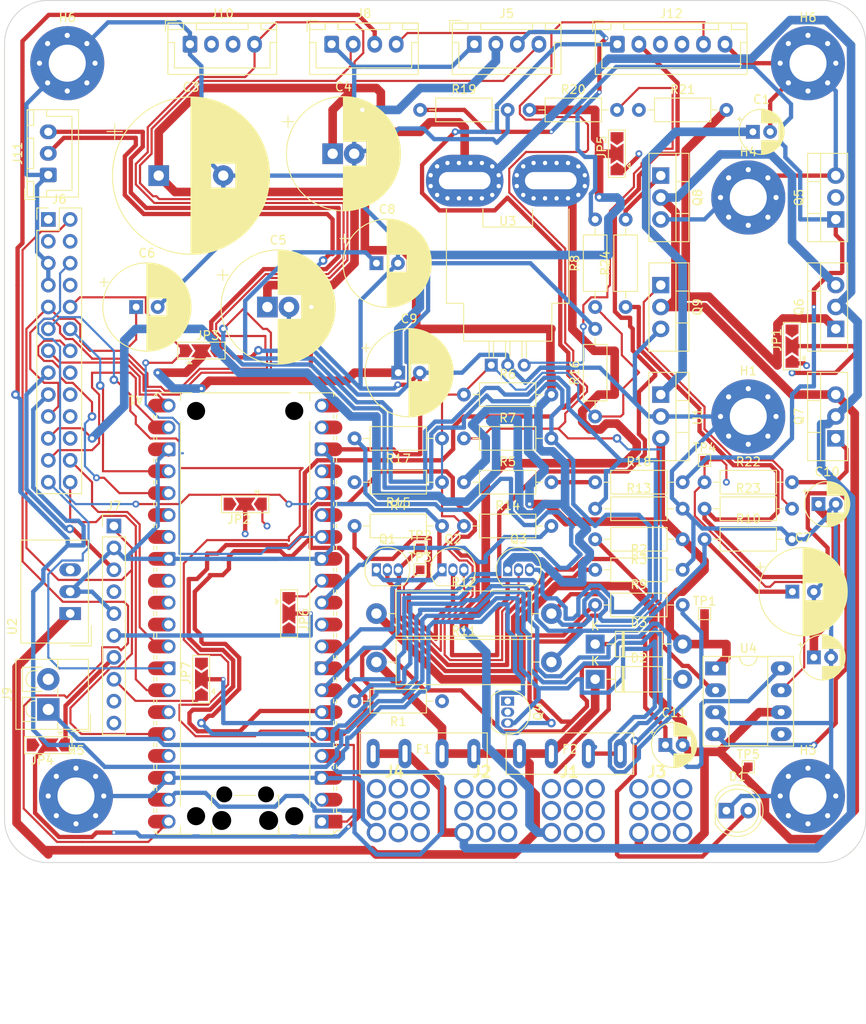
<source format=kicad_pcb>
(kicad_pcb (version 20240108) (generator "pcbnew") (generator_version "8.0")
  (layers (0 "F.Cu" signal) (1 "In1.Cu" signal) (2 "In2.Cu" signal) (31 "B.Cu" signal) (34 "B.Paste" user) (35 "F.Paste" user) (36 "B.SilkS" user "B.Silkscreen") (37 "F.SilkS" user "F.Silkscreen") (38 "B.Mask" user) (39 "F.Mask" user) (44 "Edge.Cuts" user))
  (net 0 "")
  (net 1 "/PWM_OUT_FAN")
  (net 2 "/PWM_OUT")
  (net 3 "+12V")
  (net 4 "/M-")
  (net 5 "Net-(U4-HO)")
  (net 6 "/BATT +24V")
  (net 7 "+24V")
  (net 8 "GND")
  (net 9 "Net-(J9-Pin_1)")
  (net 10 "/FAN")
  (net 11 "/24V")
  (net 12 "+3V3")
  (net 13 "/V_MOTOR")
  (net 14 "/V_BATTERY")
  (net 15 "Net-(Q7-G)")
  (net 16 "Net-(Q6-G)")
  (net 17 "/CURRENT")
  (net 18 "Net-(Q5-G)")
  (net 19 "/MODE_2")
  (net 20 "/MODE_1")
  (net 21 "/THROTTLE_2")
  (net 22 "/SDA")
  (net 23 "/PWM_FAN")
  (net 24 "/THROTTLE_1")
  (net 25 "Net-(D1-A)")
  (net 26 "+5V")
  (net 27 "Net-(U4-LO)")
  (net 28 "Net-(Q9-G)")
  (net 29 "Net-(Q8-G)")
  (net 30 "/PWM_MOTOR")
  (net 31 "/5V_SCL")
  (net 32 "/5V")
  (net 33 "/SCL")
  (net 34 "/5V_SDA")
  (net 36 "Net-(D3-K)")
  (net 37 "/EXT5")
  (net 38 "/EXT2")
  (net 39 "/EXT36")
  (net 40 "/VREF")
  (net 41 "/EXT11")
  (net 42 "/SD4")
  (net 43 "/EXT34")
  (net 44 "/3V3EN")
  (net 45 "/SD1")
  (net 46 "/EXT8")
  (net 47 "/EXT7")
  (net 48 "/EXT9")
  (net 49 "/EXT14")
  (net 50 "/RUN")
  (net 51 "/EXT1")
  (net 52 "/VBUS")
  (net 53 "/AGND")
  (net 54 "/EXT4")
  (net 55 "/EXT39")
  (net 56 "/SD3")
  (net 57 "/EXT10")
  (net 58 "/SD2")
  (net 59 "/EXT3")
  (net 60 "/EXT6")
  (net 61 "/A1")
  (net 62 "/ALRT")
  (net 63 "/A2")
  (net 64 "/A0")
  (footprint "Package_TO_SOT_THT:TO-220-3_Vertical" (layer "F.Cu") (at 248.92 88.9 90)
    (property "Reference" "Q6")
    (property "Value" "IRLZ34N")
  )
  (footprint "Resistor_THT:R_Axial_DIN0207_L6.3mm_D2.5mm_P10.16mm_Horizontal" (layer "F.Cu") (at 193.04 111.76)
    (property "Reference" "R4")
    (property "Value" "10k")
  )
  (footprint "TerminalBlock_Wuerth:7461001_REDCUBE" (layer "F.Cu") (at 218.44 144.78)
    (property "Reference" "J1")
    (property "Value" "Bat 24" (hide yes))
  )
  (footprint "Package_DIP:DIP-8_W7.62mm_Socket_LongPads" (layer "F.Cu") (at 234.96 128.28)
    (property "Reference" "U4")
    (property "Value" "IR2111")
  )
  (footprint "Connector_JST:JST_XH_B6B-XH-A_1x06_P2.50mm_Vertical" (layer "F.Cu") (at 223.56 55.88)
    (property "Reference" "J12")
    (property "Value" "SD")
  )
  (footprint "Capacitor_THT:CP_Radial_D10.0mm_P2.50mm" (layer "F.Cu") (at 198.12 93.98)
    (property "Reference" "C9")
    (property "Value" "1u")
  )
  (footprint "Package_TO_SOT_THT:TO-220-3_Vertical" (layer "F.Cu") (at 228.6 71.12 -90)
    (property "Reference" "Q8")
    (property "Value" "IRLZ34N")
  )
  (footprint "Package_TO_SOT_THT:TO-92_Inline" (layer "F.Cu") (at 195.58 116.84)
    (property "Reference" "Q1")
    (property "Value" "2N7000")
  )
  (footprint "Jumper:SolderJumper-3_P2.0mm_Open_TrianglePad1.0x1.5mm" (layer "F.Cu") (at 243.84 90.9 90)
    (property "Reference" "JP1")
    (property "Value" "Switch ADC")
  )
  (footprint "TestPoint:TestPoint_Pad_1.0x1.0mm" (layer "F.Cu") (at 200.66 116.84)
    (property "Reference" "TP3")
    (property "Value" "PWMTPMF")
  )
  (footprint "Resistor_THT:R_Axial_DIN0207_L6.3mm_D2.5mm_P10.16mm_Horizontal" (layer "F.Cu") (at 203.2 101.6 180)
    (property "Reference" "R17")
    (property "Value" "10K")
  )
  (footprint "Resistor_THT:R_Axial_DIN0516_L15.5mm_D5.0mm_P20.32mm_Horizontal" (layer "F.Cu") (at 195.58 121.92)
    (property "Reference" "R12")
    (property "Value" "80.6k")
  )
  (footprint "Resistor_THT:R_Axial_DIN0207_L6.3mm_D2.5mm_P10.16mm_Horizontal" (layer "F.Cu") (at 233.68 106.68)
    (property "Reference" "R22")
    (property "Value" "47R")
  )
  (footprint "TestPoint:TestPoint_Pad_1.0x1.0mm" (layer "F.Cu") (at 233.68 104.14)
    (property "Reference" "TP4")
    (property "Value" "TVBVS")
  )
  (footprint "Resistor_THT:R_Axial_DIN0207_L6.3mm_D2.5mm_P10.16mm_Horizontal" (layer "F.Cu") (at 233.68 113.3)
    (property "Reference" "R10")
    (property "Value" "10k")
  )
  (footprint "Jumper:SolderJumper-3_P2.0mm_Open_TrianglePad1.0x1.5mm" (layer "F.Cu") (at 175.26 91.44)
    (property "Reference" "JP3")
    (property "Value" "Switch ADC")
  )
  (footprint "Capacitor_THT:CP_Radial_D5.0mm_P2.00mm" (layer "F.Cu") (at 239.3 66.04)
    (property "Reference" "C1")
    (property "Value" "10u")
  )
  (footprint "MountingHole:MountingHole_4.3mm_M4_Pad_Via" (layer "F.Cu") (at 238.76 99.06)
    (property "Reference" "H1")
    (property "Value" "Mount_Pad")
  )
  (footprint "Jumper:SolderJumper-3_P2.0mm_Open_TrianglePad1.0x1.5mm" (layer "F.Cu") (at 185.42 121.92 -90)
    (property "Reference" "JP6")
    (property "Value" "Switch ADC")
  )
  (footprint "TerminalBlock_Wuerth:7461001_REDCUBE" (layer "F.Cu") (at 208.28 144.78)
    (property "Reference" "J2")
    (property "Value" "MOTOR +VE" (hide yes))
  )
  (footprint "Resistor_THT:R_Axial_DIN0207_L6.3mm_D2.5mm_P10.16mm_Horizontal" (layer "F.Cu") (at 233.68 109.76)
    (property "Reference" "R23")
    (property "Value" "47R")
  )
  (footprint "LED_THT:LED_D5.0mm" (layer "F.Cu") (at 236.22 144.78)
    (property "Reference" "D1")
    (property "Value" "LED")
  )
  (footprint "Resistor_THT:R_Axial_DIN0207_L6.3mm_D2.5mm_P10.16mm_Horizontal" (layer "F.Cu") (at 220.98 99.06 90)
    (property "Reference" "R16")
    (property "Value" "10K")
  )
  (footprint "Module_RaspberryPi_Pico:RaspberryPi_Pico_Common_MountingHoles" (layer "F.Cu") (at 180.34 121.92 180)
    (property "Reference" "A1")
    (property "Value" "RaspberryPi_Pico_W")
  )
  (footprint "TestPoint:TestPoint_Pad_1.0x1.0mm" (layer "F.Cu") (at 233.68 121.92)
    (property "Reference" "TP1")
    (property "Value" "12v")
  )
  (footprint "Capacitor_THT:CP_Radial_D5.0mm_P2.00mm" (layer "F.Cu") (at 246.92 109.22)
    (property "Reference" "C10")
    (property "Value" "100n")
  )
  (footprint "Jumper:SolderJumper-3_P2.0mm_Open_TrianglePad1.0x1.5mm" (layer "F.Cu") (at 157.48 137.16 180)
    (property "Reference" "JP4")
    (property "Value" "Switch ADC")
  )
  (footprint "TerminalBlock_Wuerth:7461001_REDCUBE" (layer "F.Cu") (at 228.6 144.78)
    (property "Reference" "J3")
    (property "Value" "MOTOR -VE" (hide yes))
  )
  (footprint "Package_TO_SOT_THT:TO-92_Inline" (layer "F.Cu") (at 210.82 132.08 -90)
    (property "Reference" "Q4")
    (property "Value" "2N7000")
  )
  (footprint "Converter_DCDC:Converter_DCDC_TRACO_TSR-1_THT" (layer "F.Cu") (at 160.02 121.92 90)
    (property "Reference" "U2")
    (property "Value" "TSR_1-2450")
  )
  (footprint "TestPoint:TestPoint_Pad_1.0x1.0mm" (layer "F.Cu") (at 200.66 114.3)
    (property "Reference" "TP2")
    (property "Value" "PWMTP")
  )
  (footprint "Resistor_THT:R_Axial_DIN0207_L6.3mm_D2.5mm_P10.16mm_Horizontal" (layer "F.Cu") (at 220.98 120.92)
    (property "Reference" "R9")
    (property "Value" "4.7k")
  )
  (footprint "Resistor_THT:R_Axial_DIN0207_L6.3mm_D2.5mm_P10.16mm_Horizontal" (layer "F.Cu") (at 205.74 111.76)
    (property "Reference" "R14")
    (property "Value" "10K")
  )
  (footprint "Resistor_THT:R_Axial_DIN0207_L6.3mm_D2.5mm_P10.16mm_Horizontal" (layer "F.Cu") (at 226.06 63.5)
    (property "Reference" "R21")
    (property "Value" "47R")
  )
  (footprint "Resistor_THT:R_Axial_DIN0207_L6.3mm_D2.5mm_P10.16mm_Horizontal" (layer "F.Cu") (at 203.2 132.08 180)
    (property "Reference" "R1")
    (property "Value" "510R")
  )
  (footprint "Resistor_THT:R_Axial_DIN0207_L6.3mm_D2.5mm_P10.16mm_Horizontal" (layer "F.Cu") (at 213.36 63.5)
    (property "Reference" "R20")
    (property "Value" "47k")
  )
  (footprint "Connector_JST:JST_XH_B4B-XH-A_1x04_P2.50mm_Vertical" (layer "F.Cu") (at 206.95 55.88)
    (property "Reference" "J5")
    (property "Value" "3V3 I2C")
  )
  (footprint "Connector_JST:JST_XH_B4B-XH-A_1x04_P2.50mm_Vertical" (layer "F.Cu") (at 173.93 55.88)
    (property "Reference" "J10")
    (property "Value" "Throttle")
  )
  (footprint "Capacitor_THT:CP_Radial_D18.0mm_P7.50mm" (layer "F.Cu") (at 170.3 71.12)
    (property "Reference" "C3")
    (property "Value" "2.2m")
  )
  (footprint "Package_TO_SOT_THT:TO-220-3_Vertical" (layer "F.Cu") (at 248.92 76.2 90)
    (property "Reference" "Q5")
    (property "Value" "IRLZ34N")
  )
  (footprint "MountingHole:MountingHole_4.3mm_M4_Pad_Via" (layer "F.Cu") (at 159.680419 58.080419)
    (property "Reference" "H6")
    (property "Value" "Mount_Pad")
  )
  (footprint "Capacitor_THT:CP_Radial_D13.0mm_P2.50mm" (layer "F.Cu") (at 190.5 68.58)
    (property "Reference" "C4")
    (property "Value" "470u")
  )
  (footprint "Capacitor_THT:CP_Radial_D5.0mm_P2.00mm" (layer "F.Cu") (at 229.14 137.16)
    (property "Reference" "C11")
    (property "Value" "100n")
  )
  (footprint "Resistor_THT:R_Axial_DIN0207_L6.3mm_D2.5mm_P10.16mm_Horizontal" (layer "F.Cu") (at 205.74 96.52)
    (property "Reference" "R6")
    (property "Value" "4.7K")
  )
  (footprint "Resistor_THT:R_Axial_DIN0207_L6.3mm_D2.5mm_P10.16mm_Horizontal" (layer "F.Cu") (at 203.2 106.68 180)
    (property "Reference" "R15")
    (property "Value" "10K")
  )
  (footprint "Resistor_THT:R_Axial_DIN0207_L6.3mm_D2.5mm_P10.16mm_Horizontal" (layer "F.Cu") (at 205.74 106.68)
    (property "Reference" "R5")
    (property "Value" "680R")
  )
  (footprint "Resistor_THT:R_Axial_DIN0207_L6.3mm_D2.5mm_P10.16mm_Horizontal" (layer "F.Cu") (at 231.14 113.3 180)
    (property "Reference" "R3")
    (property "Value" "680R")
  )
  (footprint "Connector_JST:JST_XH_B4B-XH-A_1x04_P2.50mm_Vertical" (layer "F.Cu") (at 190.38 55.88)
    (property "Reference" "J8")
    (property "Value" "5V I2c")
  )
  (footprint "Package_TO_SOT_THT:TO-92_Inline" (layer "F.Cu") (at 203.2 116.84)
    (property "Reference" "Q2")
    (property "Value" "2N7000")
  )
  (footprint "MountingHole:MountingHole_4.3mm_M4_Pad_Via" (layer "F.Cu") (at 245.695 58.080419)
    (property "Reference" "H6")
    (property "Value" "Mount_Pad")
  )
  (footprint "Capacitor_THT:CP_Radial_D10.0mm_P2.50mm" (layer "F.Cu") (at 167.68 86.36)
    (property "Reference" "C6")
    (property "Value" "1u")
  )
  (footprint "Capacitor_THT:CP_Radial_D13.0mm_P2.50mm" (layer "F.Cu") (at 182.92 86.36)
    (property "Reference" "C5")
    (property "Value" "470u")
  )
  (footprint "Package_TO_SOT_THT:TO-92_Inline" (layer "F.Cu") (at 210.82 116.84)
    (property "Reference" "Q3")
    (property "Value" "2N7000")
  )
  (footprint "Resistor_THT:R_Axial_DIN0207_L6.3mm_D2.5mm_P10.16mm_Horizontal" (layer "F.Cu") (at 224.52 86.36 90)
    (property "Reference" "R24")
    (property "Value" "47R")
  )
  (footprint "Resistor_THT:R_Axial_DIN0207_L6.3mm_D2.5mm_P10.16mm_Horizontal" (layer "F.Cu") (at 220.98 109.76)
    (property "Reference" "R13")
    (property "Value" "10k")
  )
  (footprint "Resistor_THT:R_Axial_DIN0207_L6.3mm_D2.5mm_P10.16mm_Horizontal" (layer "F.Cu") (at 200.66 63.5)
    (property "Reference" "R19")
    (property "Value" "10k")
  )
  (footprint "Diode_THT:D_DO-41_SOD81_P10.16mm_Horizontal" (layer "F.Cu") (at 220.98 125.46)
    (property "Reference" "D3")
    (property "Value" "1N4007")
  )
  (footprint "Package_TO_SOT_THT:TO-220-3_Vertical" (layer "F.Cu") (at 248.92 101.6 90)
    (property "Reference" "Q7")
    (property "Value" "IRLZ34N")
  )
  (footprint "TestPoint:TestPoint_Pad_1.0x1.0mm" (layer "F.Cu") (at 238.76 139.7)
    (property "Reference" "TP5")
    (property "Value" "TestPoint")
  )
  (footprint "Capacitor_THT:CP_Radial_D10.0mm_P2.50mm" (layer "F.Cu") (at 243.88 119.38)
    (property "Reference" "C7")
    (property "Value" "1u")
  )
  (footprint "Connector_JST:JST_XH_B3B-XH-A_1x03_P2.50mm_Vertical" (layer "F.Cu") (at 157.48 71.04 90)
    (property "Reference" "J11")
    (property "Value" "Mode")
  )
  (footprint "Connector_PinHeader_2.54mm:PinHeader_2x13_P2.54mm_Vertical" (layer "F.Cu") (at 157.48 76.2)
    (property "Reference" "J6")
    (property "Value" "External Con")
  )
  (footprint "MountingHole:MountingHole_4.3mm_M4_Pad_Via" (layer "F.Cu") (at 238.76 73.66)
    (property "Reference" "H4")
    (property "Value" "Mount_Pad")
  )
  (footprint "Resistor_THT:R_Axial_DIN0207_L6.3mm_D2.5mm_P10.16mm_Horizontal" (layer "F.Cu") (at 220.98 86.36 90)
    (property "Reference" "R8")
    (property "Value" "4.7K")
  )
  (footprint "Capacitor_THT:CP_Radial_D5.0mm_P2.00mm" (layer "F.Cu") (at 246.38 127)
    (property "Reference" "C2")
    (property "Value" "100n")
  )
  (footprint "Resistor_THT:R_Axial_DIN0207_L6.3mm_D2.5mm_P10.16mm_Horizontal" (layer "F.Cu") (at 220.98 116.84)
    (property "Reference" "R2")
    (property "Value" "10k")
  )
  (footprint "Sensor_Current:Allegro_CB_PFF" (layer "F.Cu") (at 208.92 93.105)
    (property "Reference" "U3")
    (property "Value" "ACS758")
  )
  (footprint "TerminalBlock_4Ucon:TerminalBlock_4Ucon_1x02_P3.50mm_Vertical" (layer "F.Cu") (at 157.48 133.04 90)
    (property "Reference" "J9")
    (property "Value" "FAN")
  )
  (footprint "MountingHole:MountingHole_4.3mm_M4_Pad_Via" (layer "F.Cu") (at 160.695 143.080419)
    (property "Reference" "H5")
    (property "Value" "Mount_Pad")
  )
  (footprint "Connector_PinHeader_2.54mm:PinHeader_1x10_P2.54mm_Vertical" (layer "F.Cu") (at 165.1 111.76)
    (property "Reference" "J7")
    (property "Value" "ADS1115")
  )
  (footprint "Resistor_THT:R_Axial_DIN0207_L6.3mm_D2.5mm_P10.16mm_Horizontal" (layer "F.Cu") (at 220.98 106.68)
    (property "Reference" "R18")
    (property "Value" "47R")
  )
  (footprint "Jumper:SolderJumper-3_P2.0mm_Open_TrianglePad1.0x1.5mm" (layer "F.Cu") (at 223.52 68.58 90)
    (property "Reference" "JP5")
    (property "Value" "Switch ADC")
  )
  (footprint "MountingHole:MountingHole_4.3mm_M4_Pad_Via" (layer "F.Cu") (at 245.695 143.080419)
    (property "Reference" "H3")
    (property "Value" "Mount_Pad")
  )
  (footprint "Resistor_THT:R_Axial_DIN0207_L6.3mm_D2.5mm_P10.16mm_Horizontal" (layer "F.Cu") (at 205.74 101.6)
    (property "Reference" "R7")
    (property "Value" "4.7k")
  )
  (footprint "Resistor_THT:R_Axial_DIN0516_L15.5mm_D5.0mm_P20.32mm_Horizontal" (layer "F.Cu") (at 195.58 127.54)
    (property "Reference" "R11")
    (property "Value" "80.6k")
  )
  (footprint "Diode_THT:D_DO-41_SOD81_P10.16mm_Horizontal" (layer "F.Cu") (at 220.98 129.54)
    (property "Reference" "D2")
    (property "Value" "1N4007")
  )
  (footprint "Capacitor_THT:CP_Radial_D10.0mm_P2.50mm" (layer "F.Cu") (at 195.58 81.28)
    (property "Reference" "C8")
    (property "Value" "1u")
  )
  (footprint "Package_TO_SOT_THT:TO-220-3_Vertical" (layer "F.Cu") (at 228.6 96.52 -90)
    (property "Reference" "U1")
    (property "Value" "L7812")
  )
  (footprint "Package_TO_SOT_THT:TO-220-3_Vertical" (layer "F.Cu") (at 228.6 83.82 -90)
    (property "Reference" "Q9")
    (property "Value" "IRLZ34N")
  )
  (footprint "Jumper:SolderJumper-3_P2.0mm_Open_TrianglePad1.0x1.5mm" (layer "F.Cu") (at 180.34 109.22 180)
    (property "Reference" "JP2")
    (property "Value" "Switch ADC")
  )
  (footprint "Symbol:XF-506P" (layer "F.Cu") (at 201.05 138.16)
    (property "Reference" "F1")
    (property "Value" "5A")
  )
  (footprint "TerminalBlock_Wuerth:7461001_REDCUBE" (layer "F.Cu") (at 198.12 144.78)
    (property "Reference" "J4")
    (property "Value" "BAT GND" (hide yes))
  )
  (footprint "Symbol:XF-506P" (layer "F.Cu") (at 218.05 138.16)
    (property "Reference" "F2")
    (property "Value" "5A")
  )
  (footprint "Jumper:SolderJumper-3_P2.0mm_Open_TrianglePad1.0x1.5mm" (layer "F.Cu") (at 175.26 129.54 90)
    (property "Reference" "JP7")
    (property "Value" "Switch ADC")
  )
  (gr_arc (start 247.4 50.8) (mid 250.935534 52.264466) (end 252.4 55.8) (stroke (width 0.1)) (layer "Edge.Cuts"))
  (gr_line (start 252.4 55.8) (end 252.4 145.8) (stroke (width 0.1)) (layer "Edge.Cuts"))
  (gr_arc (start 252.4 145.8) (mid 250.935534 149.335534) (end 247.4 150.8) (stroke (width 0.1)) (layer "Edge.Cuts"))
  (gr_arc (start 152.4 55.8) (mid 153.864466 52.264466) (end 157.4 50.8) (stroke (width 0.1)) (layer "Edge.Cuts"))
  (gr_line (start 152.4 145.8) (end 152.4 55.8) (stroke (width 0.1)) (layer "Edge.Cuts"))
  (gr_line (start 247.4 150.8) (end 157.4 150.8) (stroke (width 0.1)) (layer "Edge.Cuts"))
  (gr_arc (start 157.4 150.8) (mid 153.864466 149.335534) (end 152.4 145.8) (stroke (width 0.1)) (layer "Edge.Cuts"))
  (gr_line (start 157.4 50.8) (end 247.4 50.8) (stroke (width 0.1)) (layer "Edge.Cuts"))
  (segment (start 203.053312 122.818084) (end 203.053312 126.246688) (width 0.25) (layer "F.Cu") (net 1))
  (segment (start 215.9 106.68) (end 220.98 106.68) (width 0.5) (layer "F.Cu") (net 1))
  (segment (start 206.305 119.566396) (end 203.053312 122.818084) (width 0.25) (layer "F.Cu") (net 1))
  (segment (start 205.74 119.001396) (end 205.74 116.84) (width 0.25) (layer "F.Cu") (net 1))
  (segment (start 198.775 121.968376) (end 198.775 118.725) (width 0.25) (layer "F.Cu") (net 1))
  (segment (start 206.305 119.566396) (end 205.74 119.001396) (width 0.25) (layer "F.Cu") (net 1))
  (segment (start 203.053312 126.246688) (end 198.775 121.968376) (width 0.25) (layer "F.Cu") (net 1))
  (segment (start 198.775 118.725) (end 200.66 116.84) (width 0.25) (layer "F.Cu") (net 1))
  (segment (start 224.02 116.34) (end 228.69 121.01) (width 0.5) (layer "F.Cu") (net 2))
  (segment (start 228.69 121.01) (end 228.69 125.54) (width 0.5) (layer "F.Cu") (net 2))
  (segment (start 218.410025 116.810025) (end 219.63005 115.59) (width 0.5) (layer "F.Cu") (net 2))
  (segment (start 215.929975 116.810025) (end 218.410025 116.810025) (width 0.5) (layer "F.Cu") (net 2))
  (segment (start 220.98 113.3) (end 224.02 116.34) (width 0.5) (layer "F.Cu") (net 2))
  (segment (start 213.353808 119.386192) (end 210.76 121.98) (width 0.5) (layer "F.Cu") (net 2))
  (segment (start 223.27 115.59) (end 224.02 116.34) (width 0.5) (layer "F.Cu") (net 2))
  (segment (start 198.2 122.206548) (end 198.2 116.92) (width 0.5) (layer "F.Cu") (net 2))
  (segment (start 198.2 116.92) (end 198.12 116.84) (width 0.5) (layer "F.Cu") (net 2))
  (segment (start 210.76 121.98) (end 210.76 127.89) (width 0.5) (layer "F.Cu") (net 2))
  (segment (start 219.63005 115.59) (end 223.27 115.59) (width 0.5) (layer "F.Cu") (net 2))
  (segment (start 213.353808 119.386192) (end 215.929975 116.810025) (width 0.5) (layer "F.Cu") (net 2))
  (segment (start 198.12 116.84) (end 200.66 114.3) (width 0.5) (layer "F.Cu") (net 2))
  (segment (start 231.782032 127.99) (end 234.612032 130.82) (width 0.5) (layer "F.Cu") (net 2))
  (segment (start 234.612032 130.82) (end 234.96 130.82) (width 0.5) (layer "F.Cu") (net 2))
  (segment (start 210.76 127.89) (end 203.883452 127.89) (width 0.5) (layer "F.Cu") (net 2))
  (segment (start 228.69 125.54) (end 231.14 127.99) (width 0.5) (layer "F.Cu") (net 2))
  (segment (start 231.14 127.99) (end 231.782032 127.99) (width 0.5) (layer "F.Cu") (net 2))
  (segment (start 203.883452 127.89) (end 198.2 122.206548) (width 0.5) (layer "F.Cu") (net 2))
  (segment (start 228.6 110.76) (end 228.6 101.6) (width 1) (layer "F.Cu") (net 3))
  (segment (start 246.92 109.76) (end 246.92 109.22) (width 1) (layer "F.Cu") (net 3))
  (segment (start 231.14 125.46) (end 229.64 123.96) (width 1) (layer "F.Cu") (net 3))
  (segment (start 236.22 125.46) (end 233.68 125.46) (width 1) (layer "F.Cu") (net 3))
  (segment (start 233.68 115.84) (end 231.14 113.3) (width 1) (layer "F.Cu") (net 3))
  (segment (start 215.481321 109.22) (end 213.36 109.22) (width 1) (layer "F.Cu") (net 3))
  (segment (start 231.14 119.38) (end 233.68 116.84) (width 1) (layer "F.Cu") (net 3))
  (segment (start 246.38 124.46) (end 248.92 121.92) (width 1) (layer "F.Cu") (net 3))
  (segment (start 230.558679 119.38) (end 231.14 119.38) (width 1) (layer "F.Cu") (net 3))
  (segment (start 248.92 121.92) (end 248.92 111.76) (width 1) (layer "F.Cu") (net 3))
  (segment (start 248.92 111.76) (end 246.92 109.76) (width 1) (layer "F.Cu") (net 3))
  (segment (start 228.6 110.76) (end 228.1 111.26) (width 1) (layer "F.Cu") (net 3))
  (segment (start 246.38 127) (end 246.38 124.46) (width 1) (layer "F.Cu") (net 3))
  (segment (start 236.22 125.46) (end 236.22 127.02) (width 1) (layer "F.Cu") (net 3))
  (segment (start 229.64 120.298679) (end 230.558679 119.38) (width 1) (layer "F.Cu") (net 3))
  (segment (start 217.59 111.328679) (end 215.481321 109.22) (width 1) (layer "F.Cu") (net 3))
  (segment (start 236.22 127.02) (end 234.96 128.28) (width 1) (layer "F.Cu") (net 3))
  (segment (start 233.68 125.46) (end 233.68 121.92) (width 1) (layer "F.Cu") (net 3))
  (segment (start 233.68 116.84) (end 233.68 115.84) (width 1) (layer "F.Cu") (net 3))
  (segment (start 233.68 125.46) (end 231.14 125.46) (width 1) (layer "F.Cu") (net 3))
  (segment (start 228.1 111.26) (end 217.94 111.26) (width 1) (layer "F.Cu") (net 3))
  (segment (start 231.14 113.3) (end 228.6 110.76) (width 1) (layer "F.Cu") (net 3))
  (segment (start 229.64 123.96) (end 229.64 120.298679) (width 1) (layer "F.Cu") (net 3))
  (via (at 213.36 109.22) (size 0.8) (drill 0.4) (layers "F.Cu" "B.Cu") (net 3))
  (segment (start 208.28 101.6) (end 206.69 100.01) (width 1) (layer "B.Cu") (net 3))
  (segment (start 215.093502 105.030558) (end 215.093502 105.365178) (width 1) (layer "B.Cu") (net 3))
  (segment (start 208.441012 98.242233) (end 213.2 98.242233) (width 1) (layer "B.Cu") (net 3))
  (segment (start 215.093502 105.365178) (end 213.56934 106.88934) (width 1) (layer "B.Cu") (net 3))
  (segment (start 205.74 106.68) (end 208.28 104.14) (width 1) (layer "B.Cu") (net 3))
  (segment (start 213.2 98.242233) (end 213.2 103.137056) (width 1) (layer "B.Cu") (net 3))
  (segment (start 213.2 103.137056) (end 215.093502 105.030558) (width 1) (layer "B.Cu") (net 3))
  (segment (start 206.69 100.01) (end 208.28 98.42) (width 1) (layer "B.Cu") (net 3))
  (segment (start 213.36 107.098679) (end 213.36 109.22) (width 1) (layer "B.Cu") (net 3))
  (segment (start 208.28 104.14) (end 208.28 101.6) (width 1) (layer "B.Cu") (net 3))
  (segment (start 213.56934 106.88934) (end 213.36 107.098679) (width 1) (layer "B.Cu") (net 3))
  (segment (start 226.29401 149.145) (end 226.06 148.91099) (width 1) (layer "F.Cu") (net 4))
  (segment (start 195.58 121.92) (end 203.2 129.54) (width 1) (layer "F.Cu") (net 4))
  (segment (start 247.766068 148.080419) (end 243.623932 148.080419) (width 1) (layer "F.Cu") (net 4))
  (segment (start 226.01906 147.32) (end 226.06 147.32) (width 1) (layer "F.Cu") (net 4))
  (segment (start 230.3 75.36) (end 230.3 85.4725) (width 1) (layer "F.Cu") (net 4))
  (segment (start 225.056498 118.72) (end 227.74 121.403502) (width 1) (layer "F.Cu") (net 4))
  (segment (start 251.12 144.726487) (end 247.766068 148.080419) (width 1) (layer "F.Cu") (net 4))
  (segment (start 212.41 129.54) (end 212.41 122.722994) (width 1) (layer "F.Cu") (net 4))
  (segment (start 233.68 137.959999) (end 233.68 147.36094) (width 1) (layer "F.Cu") (net 4))
  (segment (start 235.421321 137.959999) (end 236.86 136.52132) (width 1) (layer "F.Cu") (net 4))
  (segment (start 231.14 137.16) (end 231.939999 137.959999) (width 1) (layer "F.Cu") (net 4))
  (segment (start 228.6 86.36) (end 233.68 86.36) (width 1) (layer "F.Cu") (net 4))
  (segment (start 251.12 98.72) (end 251.12 144.726487) (width 1) (layer "F.Cu") (net 4))
  (segment (start 231.89594 149.145) (end 226.29401 149.145) (width 1) (layer "F.Cu") (net 4))
  (segment (start 231.14 136.16) (end 231.14 137.16) (width 1) (layer "F.Cu") (net 4))
  (segment (start 237.960661 140.499339) (end 238.76 139.7) (width 1) (layer "F.Cu") (net 4))
  (segment (start 236.86 136.52) (end 240.02 133.36) (width 1) (layer "F.Cu") (net 4))
  (segment (start 240.695 145.151487) (end 240.695 143.233678) (width 1) (layer "F.Cu") (net 4))
  (segment (start 227.74 121.403502) (end 227.74 131.22) (width 1) (layer "F.Cu") (net 4))
  (segment (start 230.3 85.4725) (end 229.4125 86.36) (width 1) (layer "F.Cu") (net 4))
  (segment (start 243.84 96.52) (end 248.92 96.52) (width 1) (layer "F.Cu") (net 4))
  (segment (start 216.412994 118.72) (end 225.056498 118.72) (width 1) (layer "F.Cu") (net 4))
  (segment (start 248.92 96.52) (end 251.12 98.72) (width 1) (layer "F.Cu") (net 4))
  (segment (start 240.02 133.36) (end 242.58 133.36) (width 1) (layer "F.Cu") (net 4))
  (segment (start 212.41 122.722994) (end 216.412994 118.72) (width 1) (layer "F.Cu") (net 4))
  (segment (start 233.68 147.36094) (end 231.89594 149.145) (width 1) (layer "F.Cu") (net 4))
  (segment (start 231.939999 137.959999) (end 233.68 137.959999) (width 1) (layer "F.Cu") (net 4))
  (segment (start 240.695 143.233678) (end 237.960661 140.499339) (width 1) (layer "F.Cu") (net 4))
  (segment (start 231.14 134.62) (end 231.14 137.16) (width 1) (layer "F.Cu") (net 4))
  (segment (start 233.68 137.959999) (end 235.421321 137.959999) (width 1) (layer "F.Cu") (net 4))
  (segment (start 203.2 129.54) (end 212.41 129.54) (width 1) (layer "F.Cu") (net 4))
  (segment (start 228.6 73.66) (end 230.3 75.36) (width 1) (layer "F.Cu") (net 4))
  (segment (start 226.06 148.91099) (end 226.06 147.32) (width 1) (layer "F.Cu") (net 4))
  (segment (start 236.86 136.52132) (end 236.86 136.52) (width 1) (layer "F.Cu") (net 4))
  (segment (start 233.68 86.36) (end 243.84 96.52) (width 1) (layer "F.Cu") (net 4))
  (segment (start 237.960661 140.499339) (end 235.421321 137.959999) (width 1) (layer "F.Cu") (net 4))
  (segment (start 229.4125 86.36) (end 228.6 86.36) (width 1) (layer "F.Cu") (net 4))
  (segment (start 243.623932 148.080419) (end 240.695 145.151487) (width 1) (layer "F.Cu") (net 4))
  (segment (start 227.74 131.22) (end 231.14 134.62) (width 1) (layer "F.Cu") (net 4))
  (segment (start 248.92 83.82) (end 243.84 78.74) (width 1) (layer "B.Cu") (net 4))
  (segment (start 243.84 71.12) (end 241.38 68.66) (width 1) (layer "B.Cu") (net 4))
  (segment (start 235.505 68.66) (end 230.505 73.66) (width 1) (layer "B.Cu") (net 4))
  (segment (start 241.38 68.66) (end 235.505 68.66) (width 1) (layer "B.Cu") (net 4))
  (segment (start 230.505 73.66) (end 228.6 73.66) (width 1) (layer "B.Cu") (net 4))
  (segment (start 243.84 78.74) (end 243.84 71.12) (width 1) (layer "B.Cu") (net 4))
  (segment (start 233.68 104.14) (end 233.68 106.68) (width 0.25) (layer "F.Cu") (net 5))
  (segment (start 233.68 104.14) (end 235.672916 104.14) (width 0.25) (layer "F.Cu") (net 5))
  (segment (start 245.255 118.505) (end 245.255 128.145) (width 0.25) (layer "F.Cu") (net 5))
  (segment (start 232.555 110.584009) (end 240.775991 118.805) (width 0.25) (layer "F.Cu") (net 5))
  (segment (start 245.005 118.255) (end 245.255 118.505) (width 0.25) (layer "F.Cu") (net 5))
  (segment (start 245.255 128.145) (end 242.58 130.82) (width 0.25) (layer "F.Cu") (net 5))
  (segment (start 236.22 104.687083) (end 236.22 106.68) (width 0.25) (layer "F.Cu") (net 5))
  (segment (start 233.68 106.68) (end 232.555 107.805) (width 0.25) (layer "F.Cu") (net 5))
  (segment (start 235.672916 104.14) (end 235.946458 104.413542) (width 0.25) (layer "F.Cu") (net 5))
  (segment (start 241.3 118.805) (end 241.85 118.255) (width 0.25) (layer "F.Cu") (net 5))
  (segment (start 232.555 107.805) (end 232.555 110.584009) (width 0.25) (layer "F.Cu") (net 5))
  (segment (start 241.85 118.255) (end 245.005 118.255) (width 0.25) (layer "F.Cu") (net 5))
  (segment (start 235.946458 104.413542) (end 236.22 104.687083) (width 0.25) (layer "F.Cu") (net 5))
  (segment (start 240.775991 118.805) (end 241.3 118.805) (width 0.25) (layer "F.Cu") (net 5))
  (via (at 236.22 106.68) (size 0.8) (drill 0.4) (layers "F.Cu" "B.Cu") (net 5))
  (segment (start 205.74 123) (end 208.28 120.46) (width 1) (layer "F.Cu") (net 6))
  (segment (start 222.276321 99.885) (end 221.601321 100.56) (width 1) (layer "F.Cu") (net 6))
  (segment (start 225.81 103.046498) (end 225.81 102.184436) (width 1) (layer "F.Cu") (net 6))
  (segment (start 219.48 99.681321) (end 219.48 98.438679) (width 1) (layer "F.Cu") (net 6))
  (segment (start 218.33 88.9) (end 218.33 74.065) (width 1) (layer "F.Cu") (net 6))
  (segment (start 221.398679 96.52) (end 223.247836 96.52) (width 1) (layer "F.Cu") (net 6))
  (segment (start 208.28 120.46) (end 208.28 115.796242) (width 1) (layer "F.Cu") (net 6))
  (segment (start 219.48 98.438679) (end 221.398679 96.52) (width 1) (layer "F.Cu") (net 6))
  (segment (start 208.28 106.68) (end 210.48 104.48) (width 1) (layer "F.Cu") (net 6))
  (segment (start 224.376498 104.48) (end 225.81 103.046498) (width 1) (layer "F.Cu") (net 6))
  (segment (start 218.33 74.065) (end 219.03 73.365) (width 1) (layer "F.Cu") (net 6))
  (segment (start 223.247836 91.44) (end 220.87 91.44) (width 1) (layer "F.Cu") (net 6))
  (segment (start 223.247836 96.52) (end 223.247836 91.44) (width 1) (layer "F.Cu") (net 6))
  (segment (start 220.87 91.44) (end 218.33 88.9) (width 1) (layer "F.Cu") (net 6))
  (segment (start 208.28 115.796242) (end 208.28 116.84) (width 1) (layer "F.Cu") (net 6))
  (segment (start 208.28 115.796242) (end 208.28 106.68) (width 1) (layer "F.Cu") (net 6))
  (segment (start 221.601321 100.56) (end 220.358679 100.56) (width 1) (layer "F.Cu") (net 6))
  (segment (start 225.81 102.184436) (end 223.510564 99.885) (width 1) (layer "F.Cu") (net 6))
  (segment (start 220.358679 100.56) (end 219.48 99.681321) (width 1) (layer "F.Cu") (net 6))
  (segment (start 205.74 123.83) (end 205.74 123) (width 1) (layer "F.Cu") (net 6))
  (segment (start 210.48 104.48) (end 224.376498 104.48) (width 1) (layer "F.Cu") (net 6))
  (segment (start 223.510564 99.885) (end 222.276321 99.885) (width 1) (layer "F.Cu") (net 6))
  (via (at 205.74 123.83) (size 0.8) (drill 0.4) (layers "F.Cu" "B.Cu") (net 6))
  (segment (start 215.9 147.32) (end 214.30901 147.32) (width 1) (layer "B.Cu") (net 6))
  (segment (start 213.36 146.37099) (end 213.36 142.19906) (width 1) (layer "B.Cu") (net 6))
  (segment (start 213.36 142.19906) (end 211.660165 140.499225) (width 1) (layer "B.Cu") (net 6))
  (segment (start 211.59939 140.56) (end 208.35 137.31061) (width 1) (layer "B.Cu") (net 6))
  (segment (start 208.35 137.31061) (end 208.35 126.44) (width 1) (layer "B.Cu") (net 6))
  (segment (start 214.30901 147.32) (end 213.36 146.37099) (width 1) (layer "B.Cu") (net 6))
  (segment (start 208.35 126.44) (end 205.74 123.83) (width 1) (layer "B.Cu") (net 6))
  (segment (start 195.2 138.16) (end 199.16094 138.16) (width 1) (layer "F.Cu") (net 7))
  (segment (start 205.185635 64.94) (end 201.76 64.94) (width 1) (layer "F.Cu") (net 7))
  (segment (start 199.16094 138.16) (end 203.2 142.19906) (width 1) (layer "F.Cu") (net 7))
  (segment (start 198.9 138.16) (end 195.2 138.16) (width 1) (layer "F.Cu") (net 7))
  (segment (start 203.2 142.19906) (end 203.2 147.32) (width 1) (layer "F.Cu") (net 7))
  (segment (start 190.5 83.82) (end 193.04 81.28) (width 1) (layer "F.Cu") (net 7))
  (segment (start 183.26 83.82) (end 182.92 84.16) (width 1) (layer "F.Cu") (net 7))
  (segment (start 196.1 61.48) (end 195.58 60.96) (width 1) (layer "F.Cu") (net 7))
  (segment (start 170.3 66.04) (end 175.38 60.96) (width 1) (layer "F.Cu") (net 7))
  (segment (start 190.5 83.82) (end 183.26 83.82) (width 1) (layer "F.Cu") (net 7))
  (segment (start 175.38 60.96) (end 193.04 60.96) (width 1) (layer "F.Cu") (net 7))
  (segment (start 170.3 71.12) (end 172.2 73.02) (width 1) (layer "F.Cu") (net 7))
  (segment (start 195.58 60.96) (end 193.04 60.96) (width 1) (layer "F.Cu") (net 7))
  (segment (start 200.66 66.04) (end 196.1 66.04) (width 1) (layer "F.Cu") (net 7))
  (segment (start 172.2 73.02) (end 192.4 73.02) (width 1) (layer "F.Cu") (net 7))
  (segment (start 205.83 65.584365) (end 205.185635 64.94) (width 1) (layer "F.Cu") (net 7))
  (segment (start 193.04 73.66) (end 193.04 81.28) (width 1) (layer "F.Cu") (net 7))
  (segment (start 205.83 71.705) (end 205.83 65.584365) (width 1) (layer "F.Cu") (net 7))
  (segment (start 193.04 60.96) (end 190.5 63.5) (width 1) (layer "F.Cu") (net 7))
  (segment (start 196.1 66.04) (end 196.1 61.48) (width 1) (layer "F.Cu") (net 7))
  (segment (start 203.2 147.32) (end 205.74 147.32) (width 1) (layer "F.Cu") (net 7))
  (segment (start 192.4 73.02) (end 193.04 73.66) (width 1) (layer "F.Cu") (net 7))
  (segment (start 182.92 84.16) (end 182.92 86.36) (width 1) (layer "F.Cu") (net 7))
  (segment (start 201.76 64.94) (end 200.66 66.04) (width 1) (layer "F.Cu") (net 7))
  (segment (start 170.3 71.12) (end 170.3 66.04) (width 1) (layer "F.Cu") (net 7))
  (segment (start 190.5 63.5) (end 190.5 68.58) (width 1) (layer "F.Cu") (net 7))
  (segment (start 250.695 84.585) (end 248.92 86.36) (width 1) (layer "B.Cu") (net 7))
  (segment (start 205.74 148.91099) (end 205.97401 149.145) (width 1) (layer "B.Cu") (net 7))
  (segment (start 248.92 86.36) (end 249.7325 86.36) (width 1) (layer "B.Cu") (net 7))
  (segment (start 246.701488 149.145) (end 247.453244 148.393244) (width 1) (layer "B.Cu") (net 7))
  (segment (start 250.695 56.009351) (end 250.695 84.585) (width 1) (layer "B.Cu") (net 7))
  (segment (start 250.695 145.151487) (end 247.453244 148.393244) (width 1) (layer "B.Cu") (net 7))
  (segment (start 249.7325 86.36) (end 251.46 88.0875) (width 1) (layer "B.Cu") (net 7))
  (segment (start 205.74 147.32) (end 205.74 148.91099) (width 1) (layer "B.Cu") (net 7))
  (segment (start 250.695 108.520127) (end 250.695 145.151487) (width 1) (layer "B.Cu") (net 7))
  (segment (start 251.46 96.52) (end 248.92 99.06) (width 1) (layer "B.Cu") (net 7))
  (segment (start 247.22 99.9475) (end 247.22 105.045127) (width 1) (layer "B.Cu") (net 7))
  (segment (start 205.97401 149.145) (end 246.701488 149.145) (width 1) (layer "B.Cu") (net 7))
  (segment (start 247.766068 53.080419) (end 250.695 56.009351) (width 1) (layer "B.Cu") (net 7))
  (segment (start 248.0325 99.9475) (end 247.22 99.9475) (width 1) (layer "B.Cu") (net 7))
  (segment (start 243.623932 53.080419) (end 247.766068 53.080419) (width 1) (layer "B.Cu") (net 7))
  (segment (start 239.149351 57.555) (end 222.55957 57.555) (width 1) (layer "B.Cu") (net 7))
  (segment (start 222.55957 57.555) (end 208.40957 71.705) (width 1) (layer "B.Cu") (net 7))
  (segment (start 248.92 99.06) (end 248.0325 99.9475) (width 1) (layer "B.Cu") (net 7))
  (segment (start 243.623932 53.080419) (end 239.149351 57.555) (width 1) (layer "B.Cu") (net 7))
  (segment (start 247.22 105.045127) (end 250.695 108.520127) (width 1) (layer "B.Cu") (net 7))
  (segment (start 251.46 88.0875) (end 251.46 96.52) (width 1) (layer "B.Cu") (net 7))
  (segment (start 208.40957 71.705) (end 205.83 71.705) (width 1) (layer "B.Cu") (net 7))
  (segment (start 202.896586 116.536586) (end 202.896586 112.063414) (width 0.5) (layer "F.Cu") (net 8))
  (segment (start 241.3 62.475419) (end 245.695 58.080419) (width 0.5) (layer "F.Cu") (net 8))
  (segment (start 200.62 93.98) (end 199.220001 95.379999) (width 0.5) (layer "F.Cu") (net 8))
  (segment (start 238.260419 58.080419) (end 236.06 55.88) (width 0.5) (layer "F.Cu") (net 8))
  (segment (start 200.62 95.86) (end 200.66 95.9) (width 0.5) (layer "F.Cu") (net 8))
  (segment (start 241.3 71.12) (end 238.76 73.66) (width 0.5) (layer "F.Cu") (net 8))
  (segment (start 197.55 102.87) (end 189.23 102.87) (width 0.5) (layer "F.Cu") (net 8))
  (segment (start 200.66 95.9) (end 200.66 103.44) (width 0.5) (layer "F.Cu") (net 8))
  (segment (start 200.66 103.44) (end 198.12 103.44) (width 0.5) (layer "F.Cu") (net 8))
  (segment (start 245.695 58.080419) (end 238.260419 58.080419) (width 0.5) (layer "F.Cu") (net 8))
  (segment (start 171.45 102.87) (end 171.45 103.483554) (width 0.5) (layer "F.Cu") (net 8))
  (segment (start 198.12 103.44) (end 197.55 102.87) (width 0.5) (layer "F.Cu") (net 8))
  (segment (start 203.2 116.84) (end 202.896586 116.536586) (width 0.5) (layer "F.Cu") (net 8))
  (segment (start 200.62 93.98) (end 200.62 95.86) (width 0.5) (layer "F.Cu") (net 8))
  (segment (start 199.220001 95.379999) (end 198.057918 95.379999) (width 0.5) (layer "F.Cu") (net 8))
  (segment (start 202.896586 112.063414) (end 203.2 111.76) (width 0.5) (layer "F.Cu") (net 8))
  (segment (start 248.92 71.12) (end 241.3 71.12) (width 0.5) (layer "F.Cu") (net 8))
  (segment (start 241.3 66.04) (end 241.3 62.475419) (width 0.5) (layer "F.Cu") (net 8))
  (via (at 198.057918 95.379999) (size 0.8) (drill 0.4) (layers "F.Cu" "B.Cu") (net 8))
  (segment (start 231.14 109.76) (end 229.89 108.51) (width 0.5) (layer "B.Cu") (net 8))
  (segment (start 193.325 68.255) (end 195.58 68.255) (width 0.5) (layer "B.Cu") (net 8))
  (segment (start 238.76 73.66) (end 236.22 73.66) (width 0.5) (layer "B.Cu") (net 8))
  (segment (start 188.66 90.74) (end 185.42 90.74) (width 0.5) (layer "B.Cu") (net 8))
  (segment (start 248.92 61.305419) (end 245.695 58.080419) (width 0.5) (layer "B.Cu") (net 8))
  (segment (start 227.195 99.06) (end 228.6 99.06) (width 0.5) (layer "B.Cu") (net 8))
  (segment (start 218.44 93.4) (end 221.535 93.4) (width 0.5) (layer "B.Cu") (net 8))
  (segment (start 202 118.04) (end 203.2 116.84) (width 0.5) (layer "B.Cu") (net 8))
  (segment (start 172.72 53.34) (end 173.93 54.55) (width 0.5) (layer "B.Cu") (net 8))
  (segment (start 197.617917 95.82) (end 198.057918 95.379999) (width 0.5) (layer "B.Cu") (net 8))
  (segment (start 225.595 91.905) (end 225.595 97.46) (width 0.5) (layer "B.Cu") (net 8))
  (segment (start 229.89 108.51) (end 229.89 105.39) (width 0.5) (layer "B.Cu") (net 8))
  (segment (start 175.26 68.58) (end 177.8 71.12) (width 0.5) (layer "B.Cu") (net 8))
  (segment (start 171.45 102.87) (end 170.18 104.14) (width 0.5) (layer "B.Cu") (net 8))
  (segment (start 155.02 71.04) (end 157.48 71.04) (width 0.5) (layer "B.Cu") (net 8))
  (segment (start 248.38 134.62) (end 248.38 140.395419) (width 0.5) (layer "B.Cu") (net 8))
  (segment (start 243.494581 55.88) (end 245.695 58.080419) (width 0.5) (layer "B.Cu") (net 8))
  (segment (start 212.88047 95.15547) (end 214.63594 93.4) (width 0.5) (layer "B.Cu") (net 8))
  (segment (start 237.919581 143.080419) (end 236.22 144.78) (width 0.5) (layer "B.Cu") (net 8))
  (segment (start 192.157056 71.12) (end 193 70.277056) (width 0.5) (layer "B.Cu") (net 8))
  (segment (start 232.39 111.01) (end 232.39 115.59) (width 0.5) (layer "B.Cu") (net 8))
  (segment (start 177.8 115.57) (end 185.42 115.57) (width 0.5) (layer "B.Cu") (net 8))
  (segment (start 214.63594 93.4) (end 218.44 93.4) (width 0.5) (layer "B.Cu") (net 8))
  (segment (start 189.23 102.87) (end 190.5 104.14) (width 0.5) (layer "B.Cu") (net 8))
  (segment (start 210.83 93.105) (end 212.03 94.305) (width 0.5) (layer "B.Cu") (net 8))
  (segment (start 203.2 116.506142) (end 203.2 116.84) (width 0.5) (layer "B.Cu") (net 8))
  (segment (start 248.38 127) (end 248.38 123.42) (width 0.5) (layer "B.Cu") (net 8))
  (segment (start 228.6 99.06) (end 235.535 99.06) (width 0.5) (layer "B.Cu") (net 8))
  (segment (start 185.42 90.74) (end 185.42 86.36) (width 0.5) (layer "B.Cu") (net 8))
  (segment (start 156.18 72.34) (end 156.18 73.66) (width 0.5) (layer "B.Cu") (net 8))
  (segment (start 165.1 114.3) (end 160.02 119.38) (width 0.5) (layer "B.Cu") (net 8))
  (segment (start 190.5 104.14) (end 190.5 109.22) (width 0.5) (layer "B.Cu") (net 8))
  (segment (start 225.595 91.905) (end 228.6 88.9) (width 0.5) (layer "B.Cu") (net 8))
  (segment (start 193.756497 123.743503) (end 197.42 123.743503) (width 0.5) (layer "B.Cu") (net 8))
  (segment (start 231.14 109.76) (end 232.39 111.01) (width 0.5) (layer "B.Cu") (net 8))
  (segment (start 197.42 123.743503) (end 197.42 119.090051) (width 0.5) (layer "B.Cu") (net 8))
  (segment (start 175.26 58.42) (end 175.26 68.58) (width 0.5) (layer "B.Cu") (net 8))
  (segment (start 201.046117 65.653883) (end 202.282234 66.89) (width 0.5) (layer "B.Cu") (net 8))
  (segment (start 193.427387 141.01) (end 189.27 141.01) (width 0.5) (layer "B.Cu") (net 8))
  (segment (start 248.92 71.12) (end 248.92 61.305419) (width 0.5) (layer "B.Cu") (net 8))
  (segment (start 210.83 93.105) (end 212.88047 95.15547) (width 0.5) (layer "B.Cu") (net 8))
  (segment (start 172.72 53.34) (end 164.420838 53.34) (width 0.5) (layer "B.Cu") (net 8))
  (segment (start 209.550001 67.310001) (end 210.82 66.040002) (width 0.5) (layer "B.Cu") (net 8))
  (segment (start 194.005 145.745) (end 194.005 141.587613) (width 0.5) (layer "B.Cu") (net 8))
  (segment (start 236.22 134.62) (end 234.96 133.36) (width 0.5) (layer "B.Cu") (net 8))
  (segment (start 195.58 116.84) (end 195.58 117.173858) (width 0.5) (layer "B.Cu") (net 8))
  (segment (start 205.522284 93.98) (end 207.597284 91.905) (width 0.5) (layer "B.Cu") (net 8))
  (segment (start 173.93 57.09) (end 175.26 58.42) (width 0.5) (layer "B.Cu") (net 8))
  (segment (start 190.5 114.3) (end 189.23 115.57) (width 0.5) (layer "B.Cu") (net 8))
  (segment (start 246.38 121.42) (end 246.38 119.38) (width 0.5) (layer "B.Cu") (net 8))
  (segment (start 207.597284 91.905) (end 210.69066 91.905) (width 0.5) (layer "B.Cu") (net 8))
  (segment (start 245.695 143.080419) (end 237.919581 143.080419) (width 0.5) (layer "B.Cu") (net 8))
  (segment (start 173.93 55.88) (end 173.93 57.09) (width 0.5) (layer "B.Cu") (net 8))
  (segment (start 210.69066 91.905) (end 210.83 92.04434) (width 0.5) (layer "B.Cu") (net 8))
  (segment (start 194.590051 109.22) (end 190.5 109.22) (width 0.5) (layer "B.Cu") (net 8))
  (segment (start 173.93 54.55) (end 173.93 55.88) (width 0.5) (layer "B.Cu") (net 8))
  (segment (start 195.58 117.173858) (end 196.446142 118.04) (width 0.5) (layer "B.Cu") (net 8))
  (segment (start 193 58.5) (end 204.33 58.5) (width 0.5) (layer "B.Cu") (net 8))
  (segment (start 157.48 81.28) (end 157.48 83.82) (width 0.5) (layer "B.Cu") (net 8))
  (segment (start 195.58 147.32) (end 194.005 145.745) (width 0.5) (layer "B.Cu") (net 8))
  (segment (start 201.36 109.92) (end 195.290051 109.92) (width 0.5) (layer "B.Cu") (net 8))
  (segment (start 177.8 115.57) (end 184.15 115.57) (width 0.5) (layer "B.Cu") (net 8))
  (segment (start 190.5 109.22) (end 190.5 114.3) (width 0.5) (layer "B.Cu") (net 8))
  (segment (start 195.290051 109.92) (end 194.590051 109.22) (width 0.5) (layer "B.Cu") (net 8))
  (segment (start 194.005 141.587613) (end 193.427387 141.01) (width 0.5) (layer "B.Cu") (net 8))
  (segment (start 221.535 93.4) (end 227.195 99.06) (width 0.5) (layer "B.Cu") (net 8))
  (segment (start 209.13 66.89) (end 209.550001 67.310001) (width 0.5) (layer "B.Cu") (net 8))
  (segment (start 185.42 115.57) (end 189.23 115.57) (width 0.5) (layer "B.Cu") (net 8))
  (segment (start 160.02 119.38) (end 162.56 119.38) (width 0.5) (layer "B.Cu") (net 8))
  (segment (start 192.157056 72.777056) (end 198.08 78.7) (width 0.5) (layer "B.Cu") (net 8))
  (segment (start 154.94 70.96) (end 155.02 71.04) (width 0.5) (layer "B.Cu") (net 8))
  (segment (start 170.18 111.76) (end 166.37 115.57) (width 0.5) (layer "B.Cu") (net 8))
  (segment (start 162.56 119.38) (end 165.1 121.92) (width 0.5) (layer "B.Cu") (net 8))
  (segment (start 170.18 104.14) (end 170.18 111.76) (width 0.5) (layer "B.Cu") (net 8))
  (segment (start 235.535 99.06) (end 239.89137 99.06) (width 0.5) (layer "B.Cu") (net 8))
  (segment (start 248.38 127) (end 248.38 134.62) (width 0.5) (layer "B.Cu") (net 8))
  (segment (start 177.8 78.74) (end 170.18 86.36) (width 0.5) (layer "B.Cu") (net 8))
  (segment (start 248.38 140.395419) (end 245.695 143.080419) (width 0.5) (layer "B.Cu") (net 8))
  (segment (start 198.08 81.28) (end 193.74 85.62) (width 0.5) (layer "B.Cu") (net 8))
  (segment (start 210.82 66.040002) (end 210.82 63.5) (width 0.5) (layer "B.Cu") (net 8))
  (segment (start 196.446142 118.04) (end 202 118.04) (width 0.5) (layer "B.Cu") (net 8))
  (segment (start 190.48 127.02) (end 189.23 128.27) (width 0.5) (layer "B.Cu") (net 8))
  (segment (start 198.470051 118.04) (end 202 118.04) (width 0.5) (layer "B.Cu") (net 8))
  (segment (start 248.38 134.62) (end 236.22 134.62) (width 0.5) (layer "B.Cu") (net 8))
  (segment (start 204.33 58.5) (end 206.95 55.88) (width 0.5) (layer "B.Cu") (net 8))
  (segment (start 193 68.58) (end 193.325 68.255) (width 0.5) (layer "B.Cu") (net 8))
  (segment (start 248.38 123.42) (end 246.38 121.42) (width 0.5) (layer "B.Cu") (net 8))
  (segment (start 193 58.5) (end 190.38 55.88) (width 0.5) (layer "B.Cu") (net 8))
  (segment (start 210.83 92.04434) (end 210.83 93.105) (width 0.5) (layer "B.Cu") (net 8))
  (segment (start 156.18 73.66) (end 156.18 79.98) (width 0.5) (layer "B.Cu") (net 8))
  (segment (start 156.18 79.98) (end 157.48 81.28) (width 0.5) (layer "B.Cu") (net 8))
  (segment (start 160.695 143.080419) (end 169.339581 143.080419) (width 0.5) (layer "B.Cu") (net 8))
  (segment (start 189.27 141.01) (end 189.23 140.97) (width 0.5) (layer "B.Cu") (net 8))
  (segment (start 193.74 85.62) (end 193.74 95.82) (width 0.5) (layer "B.Cu") (net 8))
  (segment (start 243.84 113.3) (end 242.59 112.05) (width 0.5) (layer "B.Cu") (net 8))
  (segment (start 166.37 115.57) (end 165.1 114.3) (width 0.5) (layer "B.Cu") (net 8))
  (segment (start 248.92 116.84) (end 248.92 109.22) (width 0.5) (layer "B.Cu") (net 8))
  (segment (start 189.23 128.27) (end 193.756497 123.743503) (width 0.5) (layer "B.Cu") (net 8))
  (segment (start 200.62 93.98) (end 205.522284 93.98) (width 0.5) (layer "B.Cu") (net 8))
  (segment (start 233.68 76.2) (end 228.6 76.2) (width 0.5) (layer "B.Cu") (net 8))
  (segment (start 177.8 71.12) (end 177.8 78.74) (width 0.5) (layer "B.Cu") (net 8))
  (segment (start 192.157056 71.12) (end 192.157056 72.777056) (width 0.5) (layer "B.Cu") (net 8))
  (segment (start 202.282234 66.89) (end 209.13 66.89) (width 0.5) (layer "B.Cu") (net 8))
  (segment (start 248.17 109.97) (end 248.17 110.47) (width 0.5) (layer "B.Cu") (net 8))
  (segment (start 245.34 113.3) (end 243.84 113.3) (width 0.5) (layer "B.Cu") (net 8))
  (segment (start 171.45 115.57) (end 166.37 115.57) (width 0.5) (layer "B.Cu") (net 8))
  (segment (start 236.22 99.06) (end 238.76 99.06) (width 0.5) (layer "B.Cu") (net 8))
  (segment (start 193 68.58) (end 193 58.5) (width 0.5) (layer "B.Cu") (net 8))
  (segment (start 193.74 95.82) (end 188.66 90.74) (width 0.5) (layer "B.Cu") (net 8))
  (segment (start 195.58 68.255) (end 198.181117 65.653883) (width 0.5) (layer "B.Cu") (net 8))
  (segment (start 197.42 119.090051) (end 198.470051 118.04) (width 0.5) (layer "B.Cu") (net 8))
  (segment (start 154.94 62.820838) (end 159.680419 58.080419) (width 0.5) (layer "B.Cu") (net 8))
  (segment (start 214.635939 93.4) (end 218.44 93.4) (width 0.5) (layer "B.Cu") (net 8))
  (segment (start 203.2 111.76) (end 201.36 109.92) (width 0.5) (layer "B.Cu") (net 8))
  (segment (start 246.38 119.38) (end 248.92 116.84) (width 0.5) (layer "B.Cu") (net 8))
  (segment (start 233.43 112.05) (end 231.14 109.76) (width 0.5) (layer "B.Cu") (net 8))
  (segment (start 154.94 62.820838) (end 154.94 70.96) (width 0.5) (layer "B.Cu") (net 8))
  (segment (start 193 70.277056) (end 193 68.58) (width 0.5) (layer "B.Cu") (net 8))
  (segment (start 177.8 71.12) (end 192.157056 71.12) (width 0.5) (layer "B.Cu") (net 8))
  (segment (start 193.74 95.82) (end 197.617917 95.82) (width 0.5) (layer "B.Cu") (net 8))
  (segment (start 171.45 140.97) (end 189.23 140.97) (width 0.5) (layer "B.Cu") (net 8))
  (segment (start 169.339581 143.080419) (end 171.45 140.97) (width 0.5) (layer "B.Cu") (net 8))
  (segment (start 225.595 97.46) (end 227.195 99.06) (width 0.5) (layer "B.Cu") (net 8))
  (segment (start 242.59 112.05) (end 233.43 112.05) (width 0.5) (layer "B.Cu") (net 8))
  (segment (start 198.181117 65.653883) (end 201.046117 65.653883) (width 0.5) (layer "B.Cu") (net 8))
  (segment (start 232.39 115.59) (end 231.14 116.84) (width 0.5) (layer "B.Cu") (net 8))
  (segment (start 236.22 73.66) (end 233.68 76.2) (width 0.5) (layer "B.Cu") (net 8))
  (segment (start 164.420838 53.34) (end 159.680419 58.080419) (width 0.5) (layer "B.Cu") (net 8))
  (segment (start 248.17 110.47) (end 245.34 113.3) (width 0.5) (layer "B.Cu") (net 8))
  (segment (start 171.45 115.57) (end 177.8 115.57) (width 0.5) (layer "B.Cu") (net 8))
  (segment (start 198.08 78.7) (end 198.08 81.28) (width 0.5) (layer "B.Cu") (net 8))
  (segment (start 229.89 105.39) (end 236.22 99.06) (width 0.5) (layer "B.Cu") (net 8))
  (segment (start 241.3 71.12) (end 238.76 73.66) (width 0.5) (layer "B.Cu") (net 8))
  (segment (start 248.92 109.22) (end 248.17 109.97) (width 0.5) (layer "B.Cu") (net 8))
  (segment (start 157.48 71.04) (end 156.18 72.34) (width 0.5) (layer "B.Cu") (net 8))
  (segment (start 220.2 138.16) (end 223.9 138.16) (width 0.5) (layer "F.Cu") (net 9))
  (segment (start 195.58 130.94) (end 198.699899 130.94) (width 0.5) (layer "B.Cu") (net 9))
  (segment (start 213.36 124.46) (end 213.36 128.323403) (width 0.5) (layer "B.Cu") (net 9))
  (segment (start 226.417667 125.31) (end 227.933833 123.793834) (width 0.5) (layer "B.Cu") (net 9))
  (segment (start 213.36 128.323403) (end 214.926597 129.89) (width 0.5) (layer "B.Cu") (net 9))
  (segment (start 227.933833 123.793834) (end 227.933834 123.793834) (width 0.5) (layer "B.Cu") (net 9))
  (segment (start 157.48 133.04) (end 160.9 136.46) (width 0.5) (layer "B.Cu") (net 9))
  (segment (start 212.66 123.76) (end 213.36 124.46) (width 0.5) (layer "B.Cu") (net 9))
  (segment (start 223.80995 125.31) (end 226.417667 125.31) (width 0.5) (layer "B.Cu") (net 9))
  (segment (start 228.6 124.46) (end 228.6 133.032334) (width 0.5) (layer "B.Cu") (net 9))
  (segment (start 223.52 125.59995) (end 223.80995 125.31) (width 0.5) (layer "B.Cu") (net 9))
  (segment (start 190.5 135.609949) (end 191.2 134.909949) (width 0.5) (layer "B.Cu") (net 9))
  (segment (start 228.6 133.032334) (end 227.012334 134.62) (width 0.5) (layer "B.Cu") (net 9))
  (segment (start 191.2 134.909949) (end 191.977818 134.909949) (width 0.5) (layer "B.Cu") (net 9))
  (segment (start 200.66 121.48) (end 207.16995 121.48) (width 0.5) (layer "B.Cu") (net 9))
  (segment (start 212.66 119.66995) (end 212.66 123.76) (width 0.5) (layer "B.Cu") (net 9))
  (segment (start 209.20995 119.44) (end 212.43005 119.44) (width 0.5) (layer "B.Cu") (net 9))
  (segment (start 170.912233 137.16) (end 190.5 137.16) (width 0.5) (layer "B.Cu") (net 9))
  (segment (start 226.06 134.62) (end 223.9 136.78) (width 0.5) (layer "B.Cu") (net 9))
  (segment (start 199.109949 130.529949) (end 200.22 129.419898) (width 0.5) (layer "B.Cu") (net 9))
  (segment (start 200.22 129.419898) (end 200.22 122.36) (width 0.5) (layer "B.Cu") (net 9))
  (segment (start 191.977818 134.909949) (end 195.58 131.307767) (width 0.5) (layer "B.Cu") (net 9))
  (segment (start 160.9 136.46) (end 170.212233 136.46) (width 0.5) (layer "B.Cu") (net 9))
  (segment (start 190.5 137.16) (end 190.5 135.609949) (width 0.5) (layer "B.Cu") (net 9))
  (segment (start 212.43005 119.44) (end 212.66 119.66995) (width 0.5) (layer "B.Cu") (net 9))
  (segment (start 207.16995 121.48) (end 209.20995 119.44) (width 0.5) (layer "B.Cu") (net 9))
  (segment (start 214.926597 129.89) (end 217.53 129.89) (width 0.5) (layer "B.Cu") (net 9))
  (segment (start 227.012334 134.62) (end 226.06 134.62) (width 0.5) (layer "B.Cu") (net 9))
  (segment (start 195.58 131.307767) (end 195.58 130.94) (width 0.5) (layer "B.Cu") (net 9))
  (segment (start 200.22 122.36) (end 200.66 121.92) (width 0.5) (layer "B.Cu") (net 9))
  (segment (start 200.66 121.92) (end 200.66 121.48) (width 0.5) (layer "B.Cu") (net 9))
  (segment (start 227.933834 123.793834) (end 228.6 124.46) (width 0.5) (layer "B.Cu") (net 9))
  (segment (start 220.98 137.38) (end 220.2 138.16) (width 0.5) (layer "B.Cu") (net 9))
  (segment (start 222.819949 127.71) (end 223.52 127.009949) (width 0.5) (layer "B.Cu") (net 9))
  (segment (start 198.699899 130.94) (end 199.109949 130.529949) (width 0.5) (layer "B.Cu") (net 9))
  (segment (start 223.9 136.78) (end 223.9 138.16) (width 0.5) (layer "B.Cu") (net 9))
  (segment (start 219.71 127.71) (end 222.819949 127.71) (width 0.5) (layer "B.Cu") (net 9))
  (segment (start 223.52 127.009949) (end 223.52 125.59995) (width 0.5) (layer "B.Cu") (net 9))
  (segment (start 217.53 129.89) (end 219.71 127.71) (width 0.5) (layer "B.Cu") (net 9))
  (segment (start 170.212233 136.46) (end 170.912233 137.16) (width 0.5) (layer "B.Cu") (net 9))
  (segment (start 206.9 138.16) (end 212.2 138.16) (width 1) (layer "F.Cu") (net 11))
  (segment (start 195.53906 149.86) (end 211.535 149.86) (width 1) (layer "F.Cu") (net 11))
  (segment (start 156.98763 149.36763) (end 195.04669 149.36763) (width 1) (layer "F.Cu") (net 11))
  (segment (start 153.796802 128.143198) (end 153.796802 146.176802) (width 1) (layer "F.Cu") (net 11))
  (segment (start 160.02 121.92) (end 153.796802 128.143198) (width 1) (layer "F.Cu") (net 11))
  (segment (start 212.2 138.16) (end 215.9 138.16) (width 1) (layer "F.Cu") (net 11))
  (segment (start 153.796802 146.176802) (end 156.98763 149.36763) (width 1) (layer "F.Cu") (net 11))
  (segment (start 203.2 138.16) (end 206.9 138.16) (width 1) (layer "F.Cu") (net 11))
  (segment (start 220.98 133.08) (end 215.9 138.16) (width 1) (layer "F.Cu") (net 11))
  (segment (start 211.535 149.86) (end 214.075 147.32) (width 1) (layer "F.Cu") (net 11))
  (segment (start 220.98 129.54) (end 220.98 133.08) (width 1) (layer "F.Cu") (net 11))
  (segment (start 195.04669 149.36763) (end 195.53906 149.86) (width 1) (layer "F.Cu") (net 11))
  (segment (start 195.58 127.54) (end 203.2 135.16) (width 1) (layer "F.Cu") (net 11))
  (segment (start 214.075 147.32) (end 214.075 142.955) (width 1) (layer "F.Cu") (net 11))
  (segment (start 213.36 142.24) (end 213.36 139.32) (width 1) (layer "F.Cu") (net 11))
  (segment (start 203.2 135.16) (end 203.2 138.16) (width 1) (layer "F.Cu") (net 11))
  (segment (start 153.796802 146.176802) (end 157.48 149.86) (width 1) (layer "F.Cu") (net 11))
  (segment (start 213.36 139.32) (end 212.2 138.16) (width 1) (layer "F.Cu") (net 11))
  (segment (start 214.075 142.955) (end 213.36 142.24) (width 1) (layer "F.Cu") (net 11))
  (segment (start 228.6 96.52) (end 231.14 93.98) (width 1) (layer "B.Cu") (net 11))
  (segment (start 226.9 69.4675) (end 230.3275 66.04) (width 1) (layer "B.Cu") (net 11))
  (segment (start 226.9 77.04) (end 226.9 69.4675) (width 1) (layer "B.Cu") (net 11))
  (segment (start 231.14 93.98) (end 231.14 81.28) (width 1) (layer "B.Cu") (net 11))
  (segment (start 231.14 81.28) (end 226.9 77.04) (width 1) (layer "B.Cu") (net 11))
  (segment (start 230.3275 66.04) (end 239.3 66.04) (width 1) (layer "B.Cu") (net 11))
  (segment (start 154.94 111.76) (end 154.94 106.68) (width 0.25) (layer "F.Cu") (net 12))
  (segment (start 167.19 116.411701) (end 167.19 114.3) (width 0.25) (layer "F.Cu") (net 12))
  (segment (start 182.731878 82.545) (end 189.971878 82.545) (width 0.25) (layer "F.Cu") (net 12))
  (segment (start 167.19 126.571701) (end 165.586701 128.175) (width 0.25) (layer "F.Cu") (net 12))
  (segment (start 214.45 55.88) (end 214.45 56.005) (width 0.25) (layer "F.Cu") (net 12))
  (segment (start 203.503312 123.080014) (end 203.503312 126.696688) (width 0.25) (layer "F.Cu") (net 12))
  (segment (start 177.458273 89.725) (end 176.975 89.241727) (width 0.25) (layer "F.Cu") (net 12))
  (segment (start 166.372792 91.44) (end 162.318097 91.44) (width 0.25) (layer "F.Cu") (net 12))
  (segment (start 158.655 118.015) (end 166.015 118.015) (width 0.25) (layer "F.Cu") (net 12))
  (segment (start 206.755 119.38) (end 206.755 119.828326) (width 0.25) (layer "F.Cu") (net 12))
  (segment (start 176.975 89.241727) (end 176.975 88.303604) (width 0.25) (layer "F.Cu") (net 12))
  (segment (start 193.04 60.135) (end 193.04 57.91) (width 0.25) (layer "F.Cu") (net 12))
  (segment (start 160.055 134.62) (end 161.325 135.89) (width 0.25) (layer "F.Cu") (net 12))
  (segment (start 210.32 60.135) (end 193.04 60.135) (width 0.25) (layer "F.Cu") (net 12))
  (segment (start 161.195 88.413299) (end 160.506701 87.725) (width 0.25) (layer "F.Cu") (net 12))
  (segment (start 203.503312 126.696688) (end 204.121624 127.315) (width 0.25) (layer "F.Cu") (net 12))
  (segment (start 167.68 90.132792) (end 167.68 86.36) (width 0.25) (layer "F.Cu") (net 12))
  (segment (start 205.208172 115.765) (end 206.092082 115.765) (width 0.25) (layer "F.Cu") (net 12))
  (segment (start 223.504555 88.915445) (end 224.072836 89.483726) (width 0.25) (layer "F.Cu") (net 12))
  (segment (start 169.025 65.511878) (end 174.851878 59.685) (width 0.25) (layer "F.Cu") (net 12))
  (segment (start 206.755 119.828326) (end 203.503312 123.080014) (width 0.25) (layer "F.Cu") (net 12))
  (segment (start 161.325 135.89) (end 171.45 135.89) (width 0.25) (layer "F.Cu") (net 12))
  (segment (start 206.745966 119.370966) (end 206.755 119.38) (width 0.25) (layer "F.Cu") (net 12))
  (segment (start 165.586701 128.175) (end 164.738172 128.175) (width 0.25) (layer "F.Cu") (net 12))
  (segment (start 169.788604 74.295) (end 167.64 72.146396) (width 0.25) (layer "F.Cu") (net 12))
  (segment (start 168.99 94.057208) (end 168.99 95.62) (width 0.25) (layer "F.Cu") (net 12))
  (segment (start 194.055 56.895) (end 194.055 54.355) (width 0.25) (layer "F.Cu") (net 12))
  (segment (start 204.615 110.635) (end 205.74 111.76) (width 0.25) (layer "F.Cu") (net 12))
  (segment (start 154.94 114.3) (end 158.655 118.015) (width 0.25) (layer "F.Cu") (net 12))
  (segment (start 157.48 86.36) (end 158.845 87.725) (width 0.25) (layer "F.Cu") (net 12))
  (segment (start 194.055 54.355) (end 193.04 53.34) (width 0.25) (layer "F.Cu") (net 12))
  (segment (start 174.851878 59.685) (end 180.34 59.685) (width 0.25) (layer "F.Cu") (net 12))
  (segment (start 193.04 53.34) (end 183.97 53.34) (width 0.25) (layer "F.Cu") (net 12))
  (segment (start 167.64 72.146396) (end 167.64 69.778604) (width 0.25) (layer "F.Cu") (net 12))
  (segment (start 206.745966 116.418884) (end 206.745966 119.370966) (width 0.25) (layer "F.Cu") (net 12))
  (segment (start 222.105 87.485) (end 222.105 87.515889) (width 0.25) (layer "F.Cu") (net 12))
  (segment (start 172.533604 96.07) (end 175.073604 93.53) (width 0.25) (layer "F.Cu") (net 12))
  (segment (start 154.94 111.76) (end 154.94 114.3) (width 0.25) (layer "F.Cu") (net 12))
  (segment (start 206.092082 115.765) (end 206.745966 116.418884) (width 0.25) (layer "F.Cu") (net 12))
  (segment (start 191.765 80.751878) (end 191.765 74.295) (width 0.25) (layer "F.Cu") (net 12))
  (segment (start 183.97 53.34) (end 181.43 55.88) (width 0.25) (layer "F.Cu") (net 12))
  (segment (start 170.552792 95.62) (end 171.002792 96.07) (width 0.25) (layer "F.Cu") (net 12))
  (segment (start 180.34 59.685) (end 181.43 58.595) (width 0.25) (layer "F.Cu") (net 12))
  (segment (start 226.06 93.920572) (end 226.06 93.98) (width 0.25) (layer "F.Cu") (net 12))
  (segment (start 226.06 93.98) (end 224.24505 95.79495) (width 0.25) (layer "F.Cu") (net 12))
  (segment (start 160.055 132.858172) (end 160.055 134.62) (width 0.25) (layer "F.Cu") (net 12))
  (segment (start 166.015 118.015) (end 167.19 116.84) (width 0.25) (layer "F.Cu") (net 12))
  (segment (start 204.121624 127.315) (end 210.185 127.315) (width 0.25) (layer "F.Cu") (net 12))
  (segment (start 175.073604 93.53) (end 182.88 93.53) (width 0.25) (layer "F.Cu") (net 12))
  (segment (start 222.105 87.485) (end 220.98 86.36) (width 0.25) (layer "F.Cu") (net 12))
  (segment (start 205.74 96.285) (end 208.92 93.105) (width 0.25) (layer "F.Cu") (net 12))
  (segment (start 182.691396 91.251396) (end 182.691396 89.725) (width 0.25) (layer "F.Cu") (net 12))
  (segment (start 193.04 57.91) (end 194.055 56.895) (width 0.25) (layer "F.Cu") (net 12))
  (segment (start 189.971878 82.545) (end 191.765 80.751878) (width 0.25) (layer "F.Cu") (net 12))
  (segment (start 171.002792 96.07) (end 172.533604 96.07) (width 0.25) (layer "F.Cu") (net 12))
  (segment (start 224.24505 98.758223) (end 223.943273 99.06) (width 0.25) (layer "F.Cu") (net 12))
  (segment (start 182.88 93.53) (end 182.88 91.44) (width 0.25) (layer "F.Cu") (net 12))
  (segment (start 164.738172 128.175) (end 160.055 132.858172) (width 0.25) (layer "F.Cu") (net 12))
  (segment (start 158.845 87.725) (end 160.02 87.725) (width 0.25) (layer "F.Cu") (net 12))
  (segment (start 166.372792 91.44) (end 168.99 94.057208) (width 0.25) (layer "F.Cu") (net 12))
  (segment (start 166.275 127.486701) (end 165.586701 128.175) (width 0.25) (layer "F.Cu") (net 12))
  (segment (start 166.372792 91.44) (end 167.68 90.132792) (width 0.25) (layer "F.Cu") (net 12))
  (segment (start 214.45 56.005) (end 210.32 60.135) (width 0.25) (layer "F.Cu") (net 12))
  (segment (start 181.645 83.633604) (end 181.645 83.631878) (width 0.25) (layer "F.Cu") (net 12))
  (segment (start 203.2 106.68) (end 203.2 110.635) (width 0.25) (layer "F.Cu") (net 12))
  (segment (start 205.74 96.52) (end 205.74 96.285) (width 0.25) (layer "F.Cu") (net 12))
  (segment (start 167.19 116.411701) (end 167.19 116.84) (width 0.25) (layer "F.Cu") (net 12))
  (segment (start 167.19 114.3) (end 165.1 112.21) (width 0.25) (layer "F.Cu") (net 12))
  (segment (start 203.471586 114.028414) (end 205.208172 115.765) (width 0.25) (layer "F.Cu") (net 12))
  (segment (start 167.64 69.778604) (end 169.025 68.393604) (width 0.25) (layer "F.Cu") (net 12))
  (segment (start 223.943273 99.06) (end 220.98 99.06) (width 0.25) (layer "F.Cu") (net 12))
  (segment (start 224.072836 89.483726) (end 224.072836 91.933408) (width 0.25) (layer "F.Cu") (net 12))
  (segment (start 161.195 90.264999) (end 161.195 88.413299) (width 0.25) (layer "F.Cu") (net 12))
  (segment (start 161.169048 90.290951) (end 161.195 90.264999) (width 0.25) (layer "F.Cu") (net 12))
  (segment (start 210.185 121.655966) (end 212.09 119.750966) (width 0.25) (layer "F.Cu") (net 12))
  (segment (start 154.94 88.9) (end 154.94 106.68) (width 0.25) (layer "F.Cu") (net 12))
  (segment (start 157.48 86.36) (end 154.94 88.9) (width 0.25) (layer "F.Cu") (net 12))
  (segment (start 181.43 58.595) (end 181.43 55.88) (width 0.25) (layer "F.Cu") (net 12))
  (segment (start 203.2 110.635) (end 204.615 110.635) (width 0.25) (layer "F.Cu") (net 12))
  (segment (start 222.105 87.515889) (end 223.504555 88.915445) (width 0.25) (layer "F.Cu") (net 12))
  (segment (start 212.09 119.750966) (end 212.09 116.84) (width 0.25) (layer "F.Cu") (net 12))
  (segment (start 176.975 88.303604) (end 181.645 83.633604) (width 0.25) (layer "F.Cu") (net 12))
  (segment (start 168.99 95.62) (end 170.552792 95.62) (width 0.25) (layer "F.Cu") (net 12))
  (segment (start 210.185 127.315) (end 210.185 121.655966) (width 0.25) (layer "F.Cu") (net 12))
  (segment (start 165.1 112.21) (end 165.1 111.76) (width 0.25) (layer "F.Cu") (net 12))
  (segment (start 203.2 96.52) (end 205.74 96.52) (width 0.25) (layer "F.Cu") (net 12))
  (segment (start 203.2 101.6) (end 203.2 96.52) (width 0.25) (layer "F.Cu") (net 12))
  (segment (start 224.072836 91.933408) (end 226.06 93.920572) (width 0.25) (layer "F.Cu") (net 12))
  (segment (start 169.025 68.393604) (end 169.025 65.511878) (width 0.25) (layer "F.Cu") (net 12))
  (segment (start 162.318097 91.44) (end 161.169048 90.290951) (width 0.25) (layer "F.Cu") (net 12))
  (segment (start 182.691396 89.725) (end 177.458273 89.725) (width 0.25) (layer "F.Cu") (net 12))
  (segment (start 167.19 116.84) (end 167.19 126.571701) (width 0.25) (layer "F.Cu") (net 12))
  (segment (start 182.88 91.44) (end 182.691396 91.251396) (width 0.25) (layer "F.Cu") (net 12))
  (segment (start 191.765 74.295) (end 169.788604 74.295) (width 0.25) (layer "F.Cu") (net 12))
  (segment (start 205.74 111.76) (end 203.471586 114.028414) (width 0.25) (layer "F.Cu") (net 12))
  (segment (start 224.24505 95.79495) (end 224.24505 98.758223) (width 0.25) (layer "F.Cu") (net 12))
  (segment (start 181.645 83.631878) (end 182.731878 82.545) (width 0.25) (layer "F.Cu") (net 12))
  (segment (start 160.506701 87.725) (end 160.02 87.725) (width 0.25) (layer "F.Cu") (net 12))
  (segment (start 212.904111 95.945) (end 211.76 95.945) (width 0.25) (layer "B.Cu") (net 12))
  (segment (start 217.718122 93.995) (end 214.854111 93.995) (width 0.25) (layer "B.Cu") (net 12))
  (segment (start 220.98 99.06) (end 219.015 97.095) (width 0.25) (layer "B.Cu") (net 12))
  (segment (start 219.015 97.095) (end 219.015 95.291878) (width 0.25) (layer "B.Cu") (net 12))
  (segment (start 203.2 101.6) (end 203.2 106.68) (width 0.25) (layer "B.Cu") (net 12))
  (segment (start 211.76 95.945) (end 208.92 93.105) (width 0.25) (layer "B.Cu") (net 12))
  (segment (start 214.854111 93.995) (end 212.904111 95.945) (width 0.25) (layer "B.Cu") (net 12))
  (segment (start 219.015 95.291878) (end 217.718122 93.995) (width 0.25) (layer "B.Cu") (net 12))
  (segment (start 165.1 147.32) (end 163.070419 147.32) (width 0.5) (layer "F.Cu") (net 13))
  (segment (start 210.191142 135.595) (end 217.121498 135.595) (width 0.5) (layer "F.Cu") (net 13))
  (segment (start 218.44 138.267056) (end 216.397056 140.31) (width 0.5) (layer "F.Cu") (net 13))
  (segment (start 222.53 127.99) (end 222.555 128.015) (width 0.5) (layer "F.Cu") (net 13))
  (segment (start 222.23 120.402233) (end 222.23 121.437767) (width 0.5) (layer "F.Cu") (net 13))
  (segment (start 221.497767 119.67) (end 222.23 120.402233) (width 0.5) (layer "F.Cu") (net 13))
  (segment (start 248.895 94.005) (end 243.84 94.005) (width 0.5) (layer "F.Cu") (net 13))
  (segment (start 163.070419 147.32) (end 162.56 147.830419) (width 0.5) (layer "F.Cu") (net 13))
  (segment (start 193.93 129.44005) (end 194.99 130.50005) (width 0.5) (layer "F.Cu") (net 13))
  (segment (start 194.99 133.65995) (end 193.534975 135.114975) (width 0.5) (layer "F.Cu") (net 13))
  (segment (start 219.43 127.99) (end 222.53 127.99) (width 0.5) (layer "F.Cu") (net 13))
  (segment (start 214.34995 132.08) (end 214.703502 132.08) (width 0.5) (layer "F.Cu") (net 13))
  (segment (start 155.945 138.695) (end 157.48 137.16) (width 0.5) (layer "F.Cu") (net 13))
  (segment (start 193.198148 145.813568) (end 192.365859 146.645857) (width 0.5) (layer "F.Cu") (net 13))
  (segment (start 205.426142 130.83) (end 210.191142 135.595) (width 0.5) (layer "F.Cu") (net 13))
  (segment (start 196.263453 125.89) (end 201.203453 130.83) (width 0.5) (layer "F.Cu") (net 13))
  (segment (start 217.071751 134.448249) (end 218.268249 134.448249) (width 0.5) (layer "F.Cu") (net 13))
  (segment (start 243.84 90.9) (end 250.92 90.9) (width 0.5) (layer "F.Cu") (net 13))
  (segment (start 155.945 145.047934) (end 155.945 138.695) (width 0.5) (layer "F.Cu") (net 13))
  (segment (start 222.555 128.015) (end 222.555 133.045) (width 0.5) (layer "F.Cu") (net 13))
  (segment (start 162.56 147.830419) (end 158.727485 147.830419) (width 0.5) (layer "F.Cu") (net 13))
  (segment (start 221.497767 122.17) (end 220.57 122.17) (width 0.5) (layer "F.Cu") (net 13))
  (segment (start 194.896547 125.89) (end 196.263453 125.89) (width 0.5) (layer "F.Cu") (net 13))
  (segment (start 217.121498 135.595) (end 218.268249 134.448249) (width 0.5) (layer "F.Cu") (net 13))
  (segment (start 219.43 131.48) (end 219.43 127.99) (width 0.5) (layer "F.Cu") (net 13))
  (segment (start 193.93 126.856547) (end 194.896547 125.89) (width 0.5) (layer "F.Cu") (net 13))
  (segment (start 158.727485 147.830419) (end 155.945 145.047934) (width 0.5) (layer "F.Cu") (net 13))
  (segment (start 193.534975 145.47674) (end 193.198148 145.813568) (width 0.5) (layer "F.Cu") (net 13))
  (segment (start 250.92 90.9) (end 251.46 91.44) (width 0.5) (layer "F.Cu") (net 13))
  (segment (start 251.46 91.44) (end 248.895 94.005) (width 0.5) (layer "F.Cu") (net 13))
  (segment (start 192.365859 146.645857) (end 192.34 146.645857) (width 0.5) (layer "F.Cu") (net 13))
  (segment (start 218.15 119.67) (end 221.497767 119.67) (width 0.5) (layer "F.Cu") (net 13))
  (segment (start 193.534975 135.114975) (end 193.534975 145.47674) (width 0.5) (layer "F.Cu") (net 13))
  (segment (start 214.703502 132.08) (end 217.071751 134.448249) (width 0.5) (layer "F.Cu") (net 13))
  (segment (start 218.44 137.16) (end 218.44 138.267056) (width 0.5) (layer "F.Cu") (net 13))
  (segment (start 214.06 125.16) (end 214.06 131.79005) (width 0.5) (layer "F.Cu") (net 13))
  (segment (start 218.268249 134.448249) (end 220.03 132.686498) (width 0.5) (layer "F.Cu") (net 13))
  (segment (start 222.23 121.437767) (end 221.497767 122.17) (width 0.5) (layer "F.Cu") (net 13))
  (segment (start 193.93 129.44005) (end 193.93 126.856547) (width 0.5) (layer "F.Cu") (net 13))
  (segment (start 222.555 133.045) (end 218.44 137.16) (width 0.5) (layer "F.Cu") (net 13))
  (segment (start 215.9 121.92) (end 218.15 119.67) (width 0.5) (layer "F.Cu") (net 13))
  (segment (start 220.57 122.17) (end 217.58 125.16) (width 0.5) (layer "F.Cu") (net 13))
  (segment (start 194.99 130.50005) (end 194.99 133.65995) (width 0.5) (layer "F.Cu") (net 13))
  (segment (start 201.203453 130.83) (end 205.426142 130.83) (width 0.5) (layer "F.Cu") (net 13))
  (segment (start 217.58 125.16) (end 214.06 125.16) (width 0.5) (layer "F.Cu") (net 13))
  (segment (start 214.06 131.79005) (end 214.34995 132.08) (width 0.5) (layer "F.Cu") (net 13))
  (segment (start 220.03 132.08) (end 219.43 131.48) (width 0.5) (layer "F.Cu") (net 13))
  (segment (start 220.03 132.686498) (end 220.03 132.08) (width 0.5) (layer "F.Cu") (net 13))
  (via (at 192.34 146.645857) (size 0.5) (drill 0.3) (layers "F.Cu" "B.Cu") (net 13))
  (via (at 243.84 94.005) (size 0.8) (drill 0.4) (layers "F.Cu" "B.Cu") (net 13))
  (via (at 165.1 147.32) (size 0.5) (drill 0.3) (layers "F.Cu" "B.Cu") (net 13))
  (segment (start 217.19 123.21) (end 219.69 123.21) (width 0.5) (layer "B.Cu") (net 13))
  (segment (start 197.23 106.62) (end 197.23 98.376548) (width 0.5) (layer "B.Cu") (net 13))
  (segment (start 222.23 108.51) (end 220.98 109.76) (width 0.5) (layer "B.Cu") (net 13))
  (segment (start 180.34 92.33) (end 180.34 85.64) (width 0.5) (layer "B.Cu") (net 13))
  (segment (start 222.23 121.437767) (end 221.555 122.112767) (width 0.5) (layer "B.Cu") (net 13))
  (segment (start 217.87 98.07995) (end 223.93005 104.14) (width 0.5) (layer "B.Cu") (net 13))
  (segment (start 221.555 122.112767) (end 221.555 122.495) (width 0.5) (layer "B.Cu") (net 13))
  (segment (start 167.717066 147.32) (end 165.1 147.32) (width 0.5) (layer "B.Cu") (net 13))
  (segment (start 185.961777 80.018223) (end 194.318223 80.018223) (width 0.5) (layer "B.Cu") (net 13))
  (segment (start 210.495 96.52) (end 213.142283 96.52) (width 0.5) (layer "B.Cu") (net 13))
  (segment (start 222.68005 105.39) (end 223.93005 104.14) (width 0.5) (layer "B.Cu") (net 13))
  (segment (start 225.361423 122.76) (end 226.130712 121.990712) (width 0.5) (layer "B.Cu") (net 13))
  (segment (start 223.93005 104.14) (end 228.025 104.14) (width 0.5) (layer "B.Cu") (net 13))
  (segment (start 226.680193 121.441229) (end 228.025 120.096422) (width 0.5) (layer "B.Cu") (net 13))
  (segment (start 217.87 98.07995) (end 217.87 95.732283) (width 0.5) (layer "B.Cu") (net 13))
  (segment (start 219.73 121.82) (end 219.73 120.402233) (width 0.5) (layer "B.Cu") (net 13))
  (segment (start 202.392284 99.65) (end 201.25 100.792284) (width 0.5) (layer "B.Cu") (net 13))
  (segment (start 201.25 100.792284) (end 201.25 106.62) (width 0.5) (layer "B.Cu") (net 13))
  (segment (start 226.130712 121.990712) (end 226.130711 121.990712) (width 0.5) (layer "B.Cu") (net 13))
  (segment (start 202.392284 99.65) (end 204.377767 99.65) (width 0.5) (layer "B.Cu") (net 13))
  (segment (start 217.87 95.732283) (end 216.707717 94.57) (width 0.5) (layer "B.Cu") (net 13))
  (segment (start 221.82 122.76) (end 225.361423 122.76) (width 0.5) (layer "B.Cu") (net 13))
  (segment (start 168.167066 147.77) (end 167.717066 147.32) (width 0.5) (layer "B.Cu") (net 13))
  (segment (start 173.666598 147.77) (end 168.167066 147.77) (width 0.5) (layer "B.Cu") (net 13))
  (segment (start 226.574137 121.547286) (end 226.680193 121.441229) (width 0.5) (layer "B.Cu") (net 13))
  (segment (start 204.377767 99.65) (end 208.28 95.747767) (width 0.5) (layer "B.Cu") (net 13))
  (segment (start 180.34 85.64) (end 185.961777 80.018223) (width 0.5) (layer "B.Cu") (net 13))
  (segment (start 216.707717 94.57) (end 215.092283 94.57) (width 0.5) (layer "B.Cu") (net 13))
  (segment (start 215.092283 94.57) (end 213.142283 96.52) (width 0.5) (layer "B.Cu") (net 13))
  (segment (start 220.405 122.495) (end 219.73 121.82) (width 0.5) (layer "B.Cu") (net 13))
  (segment (start 192.34 146.645857) (end 191.215857 147.77) (width 0.5) (layer "B.Cu") (net 13))
  (segment (start 188.224773 92.33) (end 180.34 92.33) (width 0.5) (layer "B.Cu") (net 13))
  (segment (start 221.207767 119.38) (end 222.23 120.402233) (width 0.5) (layer "B.Cu") (net 13))
  (segment (start 221.555 122.495) (end 221.82 122.76) (width 0.5) (layer "B.Cu") (net 13))
  (segment (start 228.025 111.435051) (end 228.025 104.14) (width 0.5) (layer "B.Cu") (net 13))
  (segment (start 228.025 120.096422) (end 228.025 119.141828) (width 0.5) (layer "B.Cu") (net 13))
  (segment (start 228.025 111.435051) (end 228.025 119.141828) (width 0.5) (layer "B.Cu") (net 13))
  (segment (start 219.73 120.402233) (end 220.752233 119.38) (width 0.5) (layer "B.Cu") (net 13))
  (segment (start 201.25 106.62) (end 197.23 106.62) (width 0.5) (layer "B.Cu") (net 13))
  (segment (start 193.304773 97.41) (end 188.224773 92.33) (width 0.5) (layer "B.Cu") (net 13))
  (segment (start 219.69 123.21) (end 220.405 122.495) (width 0.5) (layer "B.Cu") (net 13))
  (segment (start 194.318223 80.018223) (end 195.58 81.28) (width 0.5) (layer "B.Cu") (net 13))
  (segment (start 226.130712 121.990712) (end 226.574137 121.547286) (width 0.5) (layer "B.Cu") (net 13))
  (segment (start 215.9 121.92) (end 217.19 123.21) (width 0.5) (layer "B.Cu") (net 13))
  (segment (start 197.23 98.376548) (end 196.263452 97.41) (width 0.5) (layer "B.Cu") (net 13))
  (segment (start 222.23 120.402233) (end 222.23 121.437767) (width 0.5) (layer "B.Cu") (net 13))
  (segment (start 196.263452 97.41) (end 193.304773 97.41) (width 0.5) (layer "B.Cu") (net 13))
  (segment (start 220.752233 119.38) (end 221.207767 119.38) (width 0.5) (layer "B.Cu") (net 13))
  (segment (start 191.215857 147.77) (end 173.666598 147.77) (width 0.5) (layer "B.Cu") (net 13))
  (segment (start 209.722767 95.747767) (end 210.495 96.52) (width 0.5) (layer "B.Cu") (net 13))
  (segment (start 222.23 105.39) (end 222.23 108.51) (width 0.5) (layer "B.Cu") (net 13))
  (segment (start 208.28 95.747767) (end 209.722767 95.747767) (width 0.5) (layer "B.Cu") (net 13))
  (segment (start 222.23 105.39) (end 222.68005 105.39) (width 0.5) (layer "B.Cu") (net 13))
  (segment (start 239.76 119.38) (end 233.68 113.3) (width 0.5) (layer "F.Cu") (net 14))
  (segment (start 180.34 109.22) (end 180.34 112.673804) (width 0.5) (layer "F.Cu") (net 14))
  (segment (start 177.8 129.54) (end 175.26 129.54) (width 0.5) (layer "F.Cu") (net 14))
  (segment (start 243.88 119.38) (end 239.76 119.38) (width 0.5) (layer "F.Cu") (net 14))
  (via (at 177.8 129.54) (size 0.5) (drill 0.3) (layers "F.Cu" "B.Cu") (net 14))
  (via (at 180.34 112.673804) (size 0.8) (drill 0.4) (layers "F.Cu" "B.Cu") (net 14))
  (segment (start 177.8 134.62) (end 190.5 134.62) (width 0.5) (layer "B.Cu") (net 14))
  (segment (start 214.161929 118.438071) (end 214.161929 122.515382) (width 0.5) (layer "B.Cu") (net 14))
  (segment (start 223.52 123.91) (end 219.53 123.91) (width 0.5) (layer "B.Cu") (net 14))
  (segment (start 198.12 127) (end 198.82 126.3) (width 0.5) (layer "B.Cu") (net 14))
  (segment (start 190.5 134.62) (end 190.5 132.08) (width 0.5) (layer "B.Cu") (net 14))
  (segment (start 215.556547 123.91) (end 223.52 123.91) (width 0.5) (layer "B.Cu") (net 14))
  (segment (start 214.161929 122.515382) (end 215.556547 123.91) (width 0.5) (layer "B.Cu") (net 14))
  (segment (start 198.12 129.54) (end 198.12 127) (width 0.5) (layer "B.Cu") (net 14))
  (segment (start 233.68 113.3) (end 233.68 116.067767) (width 0.5) (layer "B.Cu") (net 14))
  (segment (start 198.82 120.08) (end 205.271929 120.08) (width 0.5) (layer "B.Cu") (net 14))
  (segment (start 207.31193 118.04) (end 213.763858 118.04) (width 0.5) (layer "B.Cu") (net 14))
  (segment (start 207.31193 118.04) (end 205.855965 119.495965) (width 0.5) (layer "B.Cu") (net 14))
  (segment (start 193.04 129.54) (end 198.12 129.54) (width 0.5) (layer "B.Cu") (net 14))
  (segment (start 198.82 126.3) (end 198.82 120.08) (width 0.5) (layer "B.Cu") (net 14))
  (segment (start 213.763858 118.04) (end 214.161929 118.438071) (width 0.5) (layer "B.Cu") (net 14))
  (segment (start 190.5 132.08) (end 193.04 129.54) (width 0.5) (layer "B.Cu") (net 14))
  (segment (start 205.271929 120.08) (end 205.855965 119.495965) (width 0.5) (layer "B.Cu") (net 14))
  (segment (start 219.53 123.91) (end 215.9 127.54) (width 0.5) (layer "B.Cu") (net 14))
  (segment (start 225.837767 123.91) (end 223.52 123.91) (width 0.5) (layer "B.Cu") (net 14))
  (segment (start 177.8 129.54) (end 177.8 134.62) (width 0.5) (layer "B.Cu") (net 14))
  (segment (start 233.68 116.067767) (end 225.837767 123.91) (width 0.5) (layer "B.Cu") (net 14))
  (segment (start 248.92 106.68) (end 250.17 105.43) (width 0.5) (layer "F.Cu") (net 15))
  (segment (start 250.17 105.43) (end 250.17 102.85) (width 0.5) (layer "F.Cu") (net 15))
  (segment (start 250.17 102.85) (end 248.92 101.6) (width 0.5) (layer "F.Cu") (net 15))
  (segment (start 243.84 106.68) (end 248.92 106.68) (width 0.5) (layer "F.Cu") (net 15))
  (segment (start 231.5 68.22) (end 231.5 85.16) (width 1) (layer "F.Cu") (net 16))
  (segment (start 236.22 63.5) (end 231.5 68.22) (width 1) (layer "F.Cu") (net 16))
  (segment (start 242.148528 88.34445) (end 242.797978 87.695) (width 1) (layer "F.Cu") (net 16))
  (segment (start 242.148528 93.131472) (end 242.148528 88.34445) (width 1) (layer "F.Cu") (net 16))
  (segment (start 242.797978 87.695) (end 247.715 87.695) (width 1) (layer "F.Cu") (net 16))
  (segment (start 234.177056 85.16) (end 242.148528 93.131472) (width 1) (layer "F.Cu") (net 16))
  (segment (start 231.5 85.16) (end 234.177056 85.16) (width 1) (layer "F.Cu") (net 16))
  (segment (start 247.715 87.695) (end 248.92 88.9) (width 1) (layer "F.Cu") (net 16))
  (segment (start 198.12 93.98) (end 193.04 93.98) (width 1) (layer "F.Cu") (net 17))
  (segment (start 222.395 84.12) (end 222.695 83.82) (width 0.25) (layer "F.Cu") (net 17))
  (segment (start 229.975 60.96) (end 229.975 68.005) (width 0.25) (layer "F.Cu") (net 17))
  (segment (start 229.975 68.005) (end 228.049327 68.005) (width 0.25) (layer "F.Cu") (net 17))
  (segment (start 221.436827 67.251827) (end 221.436827 68.58) (width 1) (layer "F.Cu") (net 17))
  (segment (start 226.06 60.96) (end 229.975 60.96) (width 0.25) (layer "F.Cu") (net 17))
  (segment (start 173.456878 93.98) (end 175.26 92.176878) (width 1) (layer "F.Cu") (net 17))
  (segment (start 193.04 93.98) (end 192.1 94.92) (width 1) (layer "F.Cu") (net 17))
  (segment (start 219.607837 86.141172) (end 220.514009 85.235) (width 0.25) (layer "F.Cu") (net 17))
  (segment (start 220.98 63.5) (end 220.98 66.795) (width 1) (layer "F.Cu") (net 17))
  (segment (start 219.607837 88.622201) (end 219.607837 86.141172) (width 0.25) (layer "F.Cu") (net 17))
  (segment (start 175.26 92.176878) (end 175.26 91.44) (width 1) (layer "F.Cu") (net 17))
  (segment (start 192.1 94.92) (end 176.16 94.92) (width 1) (layer "F.Cu") (net 17))
  (segment (start 220.514009 85.235) (end 222.395 85.235) (width 0.25) (layer "F.Cu") (net 17))
  (segment (start 222.695 75.221877) (end 225.158438 72.758439) (width 0.25) (layer "F.Cu") (net 17))
  (segment (start 225.158438 72.758439) (end 225.158439 72.758439) (width 0.25) (layer "F.Cu") (net 17))
  (segment (start 170.18 93.98) (end 173.456878 93.98) (width 1) (layer "F.Cu") (net 17))
  (segment (start 222.395 85.235) (end 222.395 84.12) (width 0.25) (layer "F.Cu") (net 17))
  (segment (start 228.049327 68.005) (end 227.7125 68.341827) (width 0.25) (layer "F.Cu") (net 17))
  (segment (start 225.485 70.881828) (end 226.368882 69.997946) (width 0.25) (layer "F.Cu") (net 17))
  (segment (start 220.98 66.795) (end 221.436827 67.251827) (width 1) (layer "F.Cu") (net 17))
  (segment (start 225.485 72.431878) (end 225.485 70.881828) (width 0.25) (layer "F.Cu") (net 17))
  (segment (start 222.695 83.82) (end 222.695 75.221877) (width 0.25) (layer "F.Cu") (net 17))
  (segment (start 221.436827 73.621852) (end 221.436827 71.12) (width 1) (layer "F.Cu") (net 17))
  (segment (start 214.35759 63.5) (end 213.36 63.5) (width 1) (layer "F.Cu") (net 17))
  (segment (start 176.16 94.92) (end 175.26 95.82) (width 1) (layer "F.Cu") (net 17))
  (segment (start 213.36 63.5) (end 220.98 63.5) (width 1) (layer "F.Cu") (net 17))
  (segment (start 226.368882 69.685446) (end 226.368882 69.997946) (width 0.25) (layer "F.Cu") (net 17))
  (segment (start 223.52 63.5) (end 226.06 60.96) (width 0.25) (layer "F.Cu") (net 17))
  (segment (start 223.52 68.58) (end 221.436827 68.58) (width 1) (layer "F.Cu") (net 17))
  (segment (start 227.7125 68.341827) (end 226.368882 69.685446) (width 0.25) (layer "F.Cu") (net 17))
  (segment (start 221.436827 68.58) (end 221.436827 71.12) (width 1) (layer "F.Cu") (net 17))
  (segment (start 225.158439 72.758439) (end 225.485 72.431878) (width 0.25) (layer "F.Cu") (net 17))
  (via (at 175.26 95.82) (size 0.8) (drill 0.4) (layers "F.Cu" "B.Cu") (net 17))
  (via (at 221.436827 73.621852) (size 1) (drill 0.5) (layers "F.Cu" "B.Cu") (net 17))
  (via (at 219.607837 88.622201) (size 0.8) (drill 0.4) (layers "F.Cu" "B.Cu") (net 17))
  (via (at 170.18 93.98) (size 0.8) (drill 0.4) (layers "F.Cu" "B.Cu") (net 17))
  (segment (start 198.12 93.98) (end 198.12 88.9) (width 1) (layer "B.Cu") (net 17))
  (segment (start 223.898679 74.7) (end 223.898679 74.038679) (width 1) (layer "B.Cu") (net 17))
  (segment (start 219.390674 92.825) (end 213.02 92.825) (width 0.25) (layer "B.Cu") (net 17))
  (segment (start 223.898679 74.038679) (end 223.52 73.66) (width 1) (layer "B.Cu") (net 17))
  (segment (start 198.12 88.9) (end 200.63 86.39) (width 1) (layer "B.Cu") (net 17))
  (segment (start 201.186497 80.33) (end 222.511321 80.33) (width 1) (layer "B.Cu") (net 17))
  (segment (start 172.02 95.82) (end 170.18 93.98) (width 1) (layer "B.Cu") (net 17))
  (segment (start 222.511321 80.33) (end 222.511321 76.087358) (width 1) (layer "B.Cu") (net 17))
  (segment (start 219.607837 88.622201) (end 219.607837 92.607837) (width 0.25) (layer "B.Cu") (net 17))
  (segment (start 200.63 80.886497) (end 201.186497 80.33) (width 1) (layer "B.Cu") (net 17))
  (segment (start 175.26 95.82) (end 172.02 95.82) (width 1) (layer "B.Cu") (net 17))
  (segment (start 219.607837 92.607837) (end 219.390674 92.825) (width 0.25) (layer "B.Cu") (net 17))
  (segment (start 213.02 92.825) (end 212.74 93.105) (width 0.25) (layer "B.Cu") (net 17))
  (segment (start 200.63 86.39) (end 200.63 80.886497) (width 1) (layer "B.Cu") (net 17))
  (segment (start 221.436827 73.621852) (end 221.474975 73.66) (width 1) (layer "B.Cu") (net 17))
  (segment (start 221.474975 73.66) (end 223.52 73.66) (width 1) (layer "B.Cu") (net 17))
  (segment (start 222.511321 76.087358) (end 223.898679 74.7) (width 1) (layer "B.Cu") (net 17))
  (segment (start 248.92 82.4175) (end 248.291565 82.4175) (width 0.5) (layer "F.Cu") (net 18))
  (segment (start 248.92 77.99) (end 249.67 78.74) (width 0.5) (layer "F.Cu") (net 18))
  (segment (start 249.67 82.295935) (end 249.548435 82.4175) (width 0.5) (layer "F.Cu") (net 18))
  (segment (start 208.331827 66.04) (end 205.791827 63.5) (width 0.5) (layer "F.Cu") (net 18))
  (segment (start 249.67 78.74) (end 249.67 82.295935) (width 0.5) (layer "F.Cu") (net 18))
  (segment (start 215.9 66.04) (end 208.331827 66.04) (width 0.5) (layer "F.Cu") (net 18))
  (segment (start 246.38 84.329065) (end 246.38 86.36) (width 0.5) (layer "F.Cu") (net 18))
  (segment (start 248.291565 82.4175) (end 246.38 84.329065) (width 0.5) (layer "F.Cu") (net 18))
  (segment (start 205.791827 63.5) (end 200.66 63.5) (width 0.5) (layer "F.Cu") (net 18))
  (segment (start 248.92 76.2) (end 248.92 77.99) (width 0.5) (layer "F.Cu") (net 18))
  (segment (start 249.548435 82.4175) (end 248.92 82.4175) (width 0.5) (layer "F.Cu") (net 18))
  (via (at 215.9 66.04) (size 0.5) (drill 0.3) (layers "F.Cu" "B.Cu") (net 18))
  (via (at 246.38 86.36) (size 0.5) (drill 0.3) (layers "F.Cu" "B.Cu") (net 18))
  (segment (start 246.38 95.57) (end 244.79 95.57) (width 0.5) (layer "B.Cu") (net 18))
  (segment (start 243.84 101.6) (end 241.63 103.81) (width 0.5) (layer "B.Cu") (net 18))
  (segment (start 243.067767 69.004265) (end 243.067767 67.807767) (width 0.5) (layer "B.Cu") (net 18))
  (segment (start 243.727485 62.830419) (end 239.402066 58.505) (width 0.5) (layer "B.Cu") (net 18))
  (segment (start 223.435 58.505) (end 215.9 66.04) (width 0.5) (layer "B.Cu") (net 18))
  (segment (start 241.63 103.81) (end 234.01 103.81) (width 0.5) (layer "B.Cu") (net 18))
  (segment (start 242.55 65.522233) (end 243.727485 64.344748) (width 0.5) (layer "B.Cu") (net 18))
  (segment (start 242.55 67.29) (end 242.55 65.522233) (width 0.5) (layer "B.Cu") (net 18))
  (segment (start 243.727485 64.344748) (end 243.727485 62.830419) (width 0.5) (layer "B.Cu") (net 18))
  (segment (start 244.79 95.57) (end 243.84 96.52) (width 0.5) (layer "B.Cu") (net 18))
  (segment (start 248.92 76.2) (end 244.79 76.2) (width 0.5) (layer "B.Cu") (net 18))
  (segment (start 246.38 86.36) (end 246.38 95.57) (width 0.5) (layer "B.Cu") (net 18))
  (segment (start 243.84 96.52) (end 243.84 101.6) (width 0.5) (layer "B.Cu") (net 18))
  (segment (start 243.067767 67.807767) (end 242.55 67.29) (width 0.5) (layer "B.Cu") (net 18))
  (segment (start 244.79 76.2) (end 244.79 70.726498) (width 0.5) (layer "B.Cu") (net 18))
  (segment (start 239.402066 58.505) (end 223.435 58.505) (width 0.5) (layer "B.Cu") (net 18))
  (segment (start 234.01 103.81) (end 231.14 106.68) (width 0.5) (layer "B.Cu") (net 18))
  (segment (start 244.79 70.726498) (end 243.067767 69.004265) (width 0.5) (layer "B.Cu") (net 18))
  (segment (start 166.365 73.374949) (end 166.365 68.86505) (width 0.5) (layer "F.Cu") (net 19))
  (segment (start 190.49 80.223756) (end 190.136446 80.223756) (width 0.5) (layer "F.Cu") (net 19))
  (segment (start 166.365 68.86505) (end 167.64 67.59005) (width 0.5) (layer "F.Cu") (net 19))
  (segment (start 190.136446 80.223756) (end 189.391979 80.968223) (width 0.5) (layer "F.Cu") (net 19))
  (segment (start 190.49 76.19) (end 190.49 80.223756) (width 0.5) (layer "F.Cu") (net 19))
  (segment (start 167.64 66.74) (end 159.28 66.74) (width 0.5) (layer "F.Cu") (net 19))
  (segment (start 187.96 93.152232) (end 187.96 86.36) (width 0.5) (layer "F.Cu") (net 19))
  (segment (start 167.145025 74.154975) (end 166.365 73.374949) (width 0.5) (layer "F.Cu") (net 19))
  (segment (start 167.64 67.59005) (end 167.64 66.74) (width 0.5) (layer "F.Cu") (net 19))
  (segment (start 168.56005 75.57) (end 189.87 75.57) (width 0.5) (layer "F.Cu") (net 19))
  (segment (start 159.28 66.74) (end 157.48 68.54) (width 0.5) (layer "F.Cu") (net 19))
  (segment (start 167.145025 74.154974) (end 167.145025 74.154975) (width 0.5) (layer "F.Cu") (net 19))
  (segment (start 187.96 86.36) (end 188.02 86.36) (width 0.5) (layer "F.Cu") (net 19))
  (segment (start 189.87 75.57) (end 190.49 76.19) (width 0.5) (layer "F.Cu") (net 19))
  (segment (start 167.145025 74.154975) (end 168.56005 75.57) (width 0.5) (layer "F.Cu") (net 19))
  (via (at 188.02 86.36) (size 1) (drill 0.5) (layers "F.Cu" "B.Cu") (net 19))
  (via (at 189.391979 80.968223) (size 1) (drill 0.5) (layers "F.Cu" "B.Cu") (net 19))
  (segment (start 209.845 117.34) (end 206.843858 117.34) (width 0.5) (layer "B.Cu") (net 19))
  (segment (start 204.803858 119.38) (end 206.715 117.468858) (width 0.5) (layer "B.Cu") (net 19))
  (segment (start 216.85 116.617996) (end 214.672004 114.44) (width 0.5) (layer "B.Cu") (net 19))
  (segment (start 198.12 124.033453) (end 198.12 119.38) (width 0.5) (layer "B.Cu") (net 19))
  (segment (start 214.672004 114.44) (end 211.045 114.44) (width 0.5) (layer "B.Cu") (net 19))
  (segment (start 188.02 82.340202) (end 189.391979 80.968223) (width 0.5) (layer "B.Cu") (net 19))
  (segment (start 210.013502 106.29) (end 211.21 106.29) (width 0.5) (layer "B.Cu") (net 19))
  (segment (start 219.285177 115.07) (end 217.737181 116.617996) (width 0.5) (layer "B.Cu") (net 19))
  (segment (start 215.450558 110.17) (end 213.971218 111.64934) (width 0.5) (layer "B.Cu") (net 19))
  (segment (start 203.092132 109.884365) (end 206.419138 109.884365) (width 0.5) (layer "B.Cu") (net 19))
  (segment (start 217.737181 116.617996) (end 216.85 116.617996) (width 0.5) (layer "B.Cu") (net 19))
  (segment (start 196.263453 125.89) (end 198.12 124.033453) (width 0.5) (layer "B.Cu") (net 19))
  (segment (start 209.845 115.64) (end 209.845 117.34) (width 0.5) (layer "B.Cu") (net 19))
  (segment (start 218.199339 113.984162) (end 219.285177 115.07) (width 0.5) (layer "B.Cu") (net 19))
  (segment (start 206.843858 117.34) (end 204.803858 119.38) (width 0.5) (layer "B.Cu") (net 19))
  (segment (start 189.23 130.81) (end 194.15 125.89) (width 0.5) (layer "B.Cu") (net 19))
  (segment (start 211.21 106.29) (end 211.21 110.110559) (width 0.5) (layer "B.Cu") (net 19))
  (segment (start 193.04 101.6) (end 194.29 102.85) (width 0.5) (layer "B.Cu") (net 19))
  (segment (start 188.02 86.36) (end 188.02 82.340202) (width 0.5) (layer "B.Cu") (net 19))
  (segment (start 218.366497 111.833503) (end 218.199339 112.000661) (width 0.5) (layer "B.Cu") (net 19))
  (segment (start 216.702995 110.17) (end 215.450558 110.17) (width 0.5) (layer "B.Cu") (net 19))
  (segment (start 216.702995 110.17) (end 218.366497 111.833503) (width 0.5) (layer "B.Cu") (net 19))
  (segment (start 198.12 119.38) (end 204.803858 119.38) (width 0.5) (layer "B.Cu") (net 19))
  (segment (start 213.971218 111.64934) (end 212.748781 111.64934) (width 0.5) (layer "B.Cu") (net 19))
  (segment (start 194.15 125.89) (end 196.263453 125.89) (width 0.5) (layer "B.Cu") (net 19))
  (segment (start 218.199339 112.000661) (end 218.199339 113.984162) (width 0.5) (layer "B.Cu") (net 19))
  (segment (start 206.975635 109.327868) (end 210.013502 106.29) (width 0.5) (layer "B.Cu") (net 19))
  (segment (start 218.366498 111.833503) (end 218.366497 111.833503) (width 0.5) (layer "B.Cu") (net 19))
  (segment (start 195.58 109.22) (end 202.427767 109.22) (width 0.5) (layer "B.Cu") (net 19))
  (segment (start 194.29 102.85) (end 194.29 107.93) (width 0.5) (layer "B.Cu") (net 19))
  (segment (start 194.29 107.93) (end 195.58 109.22) (width 0.5) (layer "B.Cu") (net 19))
  (segment (start 212.748781 111.64934) (end 211.21 110.110559) (width 0.5) (layer "B.Cu") (net 19))
  (segment (start 206.419138 109.884365) (end 206.975635 109.327868) (width 0.5) (layer "B.Cu") (net 19))
  (segment (start 202.427767 109.22) (end 203.092132 109.884365) (width 0.5) (layer "B.Cu") (net 19))
  (segment (start 211.045 114.44) (end 209.845 115.64) (width 0.5) (layer "B.Cu") (net 19))
  (segment (start 157.48 66.04) (end 168.45 66.04) (width 0.5) (layer "F.Cu") (net 20))
  (segment (start 179.222715 85.242716) (end 176.4 88.065431) (width 0.5) (layer "F.Cu") (net 20))
  (segment (start 168.45 66.04) (end 168.45 67.77) (width 0.5) (layer "F.Cu") (net 20))
  (segment (start 191.19 74.87) (end 191.19 80.513706) (width 0.5) (layer "F.Cu") (net 20))
  (segment (start 182.493706 81.97) (end 181.07 83.393706) (width 0.5) (layer "F.Cu") (net 20))
  (segment (start 181.07 83.395432) (end 179.222716 85.242716) (width 0.5) (layer "F.Cu") (net 20))
  (segment (start 168.85 74.87) (end 191.19 74.87) (width 0.5) (layer "F.Cu") (net 20))
  (segment (start 176.4 89.4799) (end 179.121496 92.201396) (width 0.5) (layer "F.Cu") (net 20))
  (segment (start 179.121496 92.201396) (end 181.055085 92.201396) (width 0.5) (layer "F.Cu") (net 20))
  (segment (start 176.4 88.065431) (end 176.4 89.4799) (width 0.5) (layer "F.Cu") (net 20))
  (segment (start 181.055085 92.201396) (end 181.876481 91.38) (width 0.5) (layer "F.Cu") (net 20))
  (segment (start 179.222716 85.242716) (end 179.222715 85.242716) (width 0.5) (layer "F.Cu") (net 20))
  (segment (start 168.45 67.77) (end 167.065 69.155) (width 0.5) (layer "F.Cu") (net 20))
  (segment (start 191.19 80.513706) (end 189.733706 81.97) (width 0.5) (layer "F.Cu") (net 20))
  (segment (start 167.065 73.085) (end 168.85 74.87) (width 0.5) (layer "F.Cu") (net 20))
  (segment (start 167.065 69.155) (end 167.065 73.085) (width 0.5) (layer "F.Cu") (net 20))
  (segment (start 189.733706 81.97) (end 182.493706 81.97) (width 0.5) (layer "F.Cu") (net 20))
  (segment (start 181.07 83.393706) (end 181.07 83.395432) (width 0.5) (layer "F.Cu") (net 20))
  (via (at 181.876481 91.38) (size 1) (drill 0.5) (layers "F.Cu" "B.Cu") (net 20))
  (segment (start 181.876481 91.38) (end 181.936481 91.44) (width 0.5) (layer "B.Cu") (net 20))
  (segment (start 201.58 81.28) (end 213.467718 81.28) (width 0.5) (layer "B.Cu") (net 20))
  (segment (start 199.07 92.73) (end 199.07 89.293502) (width 0.5) (layer "B.Cu") (net 20))
  (segment (start 198.12 96.52) (end 199.37 95.27) (width 0.5) (layer "B.Cu") (net 20))
  (segment (start 213.467718 81.28) (end 220.98 88.792282) (width 0.5) (layer "B.Cu") (net 20))
  (segment (start 199.37 95.27) (end 199.37 92.73) (width 0.5) (layer "B.Cu") (net 20))
  (segment (start 199.07 89.293502) (end 201.58 86.783502) (width 0.5) (layer "B.Cu") (net 20))
  (segment (start 201.58 86.783502) (end 201.58 81.28) (width 0.5) (layer "B.Cu") (net 20))
  (segment (start 188.324722 91.44) (end 193.404722 96.52) (width 0.5) (layer "B.Cu") (net 20))
  (segment (start 181.936481 91.44) (end 188.324722 91.44) (width 0.5) (layer "B.Cu") (net 20))
  (segment (start 199.37 92.73) (end 199.07 92.73) (width 0.5) (layer "B.Cu") (net 20))
  (segment (start 193.404722 96.52) (end 198.12 96.52) (width 0.5) (layer "B.Cu") (net 20))
  (segment (start 220.98 88.792282) (end 220.98 88.9) (width 0.5) (layer "B.Cu") (net 20))
  (segment (start 215.9 94.21439) (end 215.9 96.52) (width 1) (layer "F.Cu") (net 22))
  (segment (start 193.95 63.5) (end 194.9 64.45) (width 1) (layer "F.Cu") (net 22))
  (segment (start 194.24 79.78) (end 198.701321 79.78) (width 1) (layer "F.Cu") (net 22))
  (segment (start 215.782805 94.097195) (end 215.9 94.21439) (width 1) (layer "F.Cu") (net 22))
  (segment (start 198.701321 79.78) (end 199.58 80.658679) (width 1) (layer "F.Cu") (net 22))
  (segment (start 194.24 73.162944) (end 194.24 79.78) (width 1) (layer "F.Cu") (net 22))
  (segment (start 194.9 64.45) (end 194.9 72.502944) (width 1) (layer "F.Cu") (net 22))
  (segment (start 199.58 80.658679) (end 199.58 82.36) (width 1) (layer "F.Cu") (net 22))
  (segment (start 215.9 88.9) (end 215.782805 89.017195) (width 1) (layer "F.Cu") (net 22))
  (segment (start 215.782805 89.017195) (end 215.782805 94.097195) (width 1) (layer "F.Cu") (net 22))
  (segment (start 199.58 82.36) (end 200.2 82.98) (width 1) (layer "F.Cu") (net 22))
  (segment (start 161.385 100.425) (end 162.56 101.6) (width 0.25) (layer "F.Cu") (net 22))
  (segment (start 200.2 88.9) (end 215.9 88.9) (width 1) (layer "F.Cu") (net 22))
  (segment (start 157.48 101.6) (end 158.655 100.425) (width 0.25) (layer "F.Cu") (net 22))
  (segment (start 158.655 100.425) (end 161.385 100.425) (width 0.25) (layer "F.Cu") (net 22))
  (segment (start 200.2 82.98) (end 200.2 88.9) (width 1) (layer "F.Cu") (net 22))
  (segment (start 194.9 72.502944) (end 194.24 73.162944) (width 1) (layer "F.Cu") (net 22))
  (via (at 193.95 63.5) (size 1) (drill 0.5) (layers "F.Cu" "B.Cu") (net 22))
  (via (at 162.56 101.6) (size 1) (drill 0.5) (layers "F.Cu" "B.Cu") (net 22))
  (segment (start 215.057056 109.22) (end 213.857056 110.42) (width 1) (layer "B.Cu") (net 22))
  (segment (start 208.808528 99.588528) (end 209.48 100.26) (width 1) (layer "B.Cu") (net 22))
  (segment (start 195.973502 108.27) (end 202.821269 108.27) (width 1) (layer "B.Cu") (net 22))
  (segment (start 219.48 116.218679) (end 220.358679 115.34) (width 1) (layer "B.Cu") (net 22))
  (segment (start 219.48 117.879999) (end 219.48 116.218679) (width 1) (layer "B.Cu") (net 22))
  (segment (start 214.778502 115.89) (end 216.618502 117.73) (width 1) (layer "B.Cu") (net 22))
  (segment (start 212.862944 110.42) (end 212.16 109.717056) (width 1) (layer "B.Cu") (net 22))
  (segment (start 176.85 91.173451) (end 179.656549 93.98) (width 1) (layer "B.Cu") (net 22))
  (segment (start 214.4 98.02) (end 215.9 96.52) (width 1) (layer "B.Cu") (net 22))
  (segment (start 220.358679 115.34) (end 220.358679 114.8) (width 1) (layer "B.Cu") (net 22))
  (segment (start 212.16 105.34) (end 212 105.18) (width 1) (layer "B.Cu") (net 22))
  (segment (start 217.49 109.22) (end 217.49 104.533502) (width 1) (layer "B.Cu") (net 22))
  (segment (start 162.56 101.6) (end 166.3 97.86) (width 1) (layer "B.Cu") (net 22))
  (segment (start 217.174999 118.286497) (end 219.512283 118.286497) (width 1) (layer "B.Cu") (net 22))
  (segment (start 176.85 90.49) (end 176.85 91.173451) (width 1) (layer "B.Cu") (net 22))
  (segment (start 193.95 63.5) (end 198.12 63.5) (width 1) (layer "B.Cu") (net 22))
  (segment (start 195.58 99.06) (end 195.58 107.876498) (width 1) (layer "B.Cu") (net 22))
  (segment (start 214.4 102.64) (end 214.4 98.02) (width 1) (layer "B.Cu") (net 22))
  (segment (start 219.14934 113.59066) (end 219.14934 113.009339) (width 1) (layer "B.Cu") (net 22))
  (segment (start 212.16 109.717056) (end 212.16 105.34) (width 1) (layer "B.Cu") (net 22))
  (segment (start 192.621321 99.06) (end 195.58 99.06) (width 1) (layer "B.Cu") (net 22))
  (segment (start 210.82 116.152588) (end 211.582588 115.39) (width 1) (layer "B.Cu") (net 22))
  (segment (start 187.541321 93.98) (end 192.621321 99.06) (width 1) (layer "B.Cu") (net 22))
  (segment (start 213.867412 115.39) (end 214.367412 115.89) (width 1) (layer "B.Cu") (net 22))
  (segment (start 166.3 97.86) (end 166.3 90.24) (width 1) (layer "B.Cu") (net 22))
  (segment (start 206.345 60.96) (end 209.45 57.855) (width 1) (layer "B.Cu") (net 22))
  (segment (start 214.367412 115.89) (end 214.778502 115.89) (width 1) (layer "B.Cu") (net 22))
  (segment (start 200.66 60.96) (end 206.345 60.96) (width 1) (layer "B.Cu") (net 22))
  (segment (start 209.48 100.26) (end 209.48 105.48) (width 1) (layer "B.Cu") (net 22))
  (segment (start 203.485635 108.934366) (end 203.485635 108.934365) (width 1) (layer "B.Cu") (net 22))
  (segment (start 195.58 107.876498) (end 195.973502 108.27) (width 1) (layer "B.Cu") (net 22))
  (segment (start 210.82 116.84) (end 210.82 116.152588) (width 1) (layer "B.Cu") (net 22))
  (segment (start 217.49 104.533502) (end 216.056498 103.1) (width 1) (layer "B.Cu") (net 22))
  (segment (start 179.656549 93.98) (end 187.541321 93.98) (width 1) (layer "B.Cu") (net 22))
  (segment (start 213.857056 110.42) (end 212.862944 110.42) (width 1) (layer "B.Cu") (net 22))
  (segment (start 208.954823 99.442233) (end 208.808528 99.588528) (width 1) (layer "B.Cu") (net 22))
  (segment (start 211.582588 115.39) (end 213.867412 115.39) (width 1) (layer "B.Cu") (net 22))
  (segment (start 219.14934 113.009339) (end 220.017589 112.14109) (width 1) (layer "B.Cu") (net 22))
  (segment (start 202.821269 108.27) (end 203.485635 108.934365) (width 1) (layer "B.Cu") (net 22))
  (segment (start 206.025635 108.934365) (end 203.485635 108.934365) (width 1) (layer "B.Cu") (net 22))
  (segment (start 209.48 105.48) (end 206.025635 108.934365) (width 1) (layer "B.Cu") (net 22))
  (segment (start 167.64 88.9) (end 175.26 88.9) (width 1) (layer "B.Cu") (net 22))
  (segment (start 209.45 57.855) (end 209.45 55.88) (width 1) (layer "B.Cu") (net 22))
  (segment (start 220.017587 112.14109) (end 217.49 109.613503) (width 1) (layer "B.Cu") (net 22))
  (segment (start 198.12 63.5) (end 200.66 60.96) (width 1) (layer "B.Cu") (net 22))
  (segment (start 166.3 90.24) (end 167.64 88.9) (width 1) (layer "B.Cu") (net 22))
  (segment (start 220.017589 112.14109) (end 220.017587 112.14109) (width 1) (layer "B.Cu") (net 22))
  (segment (start 217.49 109.22) (end 215.057056 109.22) (width 1) (layer "B.Cu") (net 22))
  (segment (start 175.26 88.9) (end 176.85 90.49) (width 1) (layer "B.Cu") (net 22))
  (segment (start 212 99.442233) (end 208.954823 99.442233) (width 1) (layer "B.Cu") (net 22))
  (segment (start 214.778502 115.89) (end 217.174999 118.286497) (width 1) (layer "B.Cu") (net 22))
  (segment (start 212 105.18) (end 212 99.442233) (width 1) (layer "B.Cu") (net 22))
  (segment (start 220.358679 114.8) (end 219.14934 113.59066) (width 1) (layer "B.Cu") (net 22))
  (segment (start 216.056498 103.1) (end 214.86 103.1) (width 1) (layer "B.Cu") (net 22))
  (segment (start 217.49 109.613503) (end 217.49 109.22) (width 1) (layer "B.Cu") (net 22))
  (segment (start 214.86 103.1) (end 214.4 102.64) (width 1) (layer "B.Cu") (net 22))
  (segment (start 200.02 119.38) (end 201.61 117.79) (width 0.5) (layer "F.Cu") (net 23))
  (segment (start 204.47 120.588224) (end 202.478312 122.579912) (width 0.5) (layer "F.Cu") (net 23))
  (segment (start 201.795 113.165) (end 199.895 113.165) (width 0.5) (layer "F.Cu") (net 23))
  (segment (start 199.35 121.730204) (end 199.35 119.38) (width 0.5) (layer "F.Cu") (net 23))
  (segment (start 199.35 119.38) (end 200.02 119.38) (width 0.5) (layer "F.Cu") (net 23))
  (segment (start 201.61 117.79) (end 201.61 115.89) (width 0.5) (layer "F.Cu") (net 23))
  (segment (start 193.04 114.3) (end 193.04 111.76) (width 0.5) (layer "F.Cu") (net 23))
  (segment (start 194.445 115.575) (end 194.38 115.64) (width 0.5) (layer "F.Cu") (net 23))
  (segment (start 202.478312 124.858516) (end 199.35 121.730204) (width 0.5) (layer "F.Cu") (net 23))
  (segment (start 194.38 115.64) (end 193.04 114.3) (width 0.5) (layer "F.Cu") (net 23))
  (segment (start 199.895 113.165) (end 197.485 115.575) (width 0.5) (layer "F.Cu") (net 23))
  (segment (start 197.485 115.575) (end 194.445 115.575) (width 0.5) (layer "F.Cu") (net 23))
  (segment (start 201.795 115.705) (end 201.795 113.165) (width 0.5) (layer "F.Cu") (net 23))
  (segment (start 201.61 115.89) (end 201.795 115.705) (width 0.5) (layer "F.Cu") (net 23))
  (segment (start 202.478312 122.579912) (end 202.478312 124.858516) (width 0.5) (layer "F.Cu") (net 23))
  (segment (start 204.47 116.84) (end 204.47 120.588224) (width 0.5) (layer "F.Cu") (net 23))
  (segment (start 205.793808 114.3) (end 207.433808 115.94) (width 0.5) (layer "B.Cu") (net 24))
  (segment (start 208.445 115.0601) (end 210.4651 113.04) (width 0.5) (layer "B.Cu") (net 24))
  (segment (start 193.61 116.27) (end 194.02005 116.27) (width 0.5) (layer "B.Cu") (net 24))
  (segment (start 207.433808 115.94) (end 208.28 115.94) (width 0.5) (layer "B.Cu") (net 24))
  (segment (start 214.62 113.04) (end 215.9 111.76) (width 0.5) (layer "B.Cu") (net 24))
  (segment (start 189.23 120.65) (end 193.61 116.27) (width 0.5) (layer "B.Cu") (net 24))
  (segment (start 195.99005 114.3) (end 205.793808 114.3) (width 0.5) (layer "B.Cu") (net 24))
  (segment (start 210.4651 113.04) (end 214.62 113.04) (width 0.5) (layer "B.Cu") (net 24))
  (segment (start 208.28 115.94) (end 208.28 115.225101) (width 0.5) (layer "B.Cu") (net 24))
  (segment (start 194.02005 116.27) (end 195.99005 114.3) (width 0.5) (layer "B.Cu") (net 24))
  (segment (start 208.28 115.225101) (end 208.445 115.0601) (width 0.5) (layer "B.Cu") (net 24))
  (segment (start 233.445 150.095) (end 238.76 144.78) (width 0.5) (layer "F.Cu") (net 25))
  (segment (start 223.52 149.86) (end 223.755 150.095) (width 0.5) (layer "F.Cu") (net 25))
  (segment (start 223.755 150.095) (end 233.445 150.095) (width 0.5) (layer "F.Cu") (net 25))
  (segment (start 225.584366 140.488248) (end 225.584366 136.684363) (width 0.5) (layer "F.Cu") (net 25))
  (segment (start 225.1 140.972614) (end 225.584366 140.488248) (width 0.5) (layer "F.Cu") (net 25))
  (segment (start 223.52 142.552614) (end 223.52 149.86) (width 0.5) (layer "F.Cu") (net 25))
  (segment (start 225.1 140.972614) (end 223.52 142.552614) (width 0.5) (layer "F.Cu") (net 25))
  (via (at 225.584366 136.684363) (size 1) (drill 0.5) (layers "F.Cu" "B.Cu") (net 25))
  (segment (start 226.168859 124.568859) (end 226.127717 124.61) (width 0.5) (layer "B.Cu") (net 25))
  (segment (start 207.290051 120.369949) (end 205.971929 120.369949) (width 0.5) (layer "B.Cu") (net 25))
  (segment (start 212.72 118.74) (end 208.92 118.74) (width 0.5) (layer "B.Cu") (net 25))
  (segment (start 199.52 120.78) (end 199.52 127.7) (width 0.5) (layer "B.Cu") (net 25))
  (segment (start 208.92 118.74) (end 207.290051 120.369949) (width 0.5) (layer "B.Cu") (net 25))
  (segment (start 198.409949 130.24) (end 194.88 130.24) (width 0.5) (layer "B.Cu") (net 25))
  (segment (start 198.82 129.829949) (end 198.409949 130.24) (width 0.5) (layer "B.Cu") (net 25))
  (segment (start 223.52 124.61) (end 222.53 125.6) (width 0.5) (layer "B.Cu") (net 25))
  (segment (start 194.88 130.24) (end 193.04 132.08) (width 0.5) (layer "B.Cu") (net 25))
  (segment (start 228.223834 123.093834) (end 227.643884 123.093834) (width 0.5) (layer "B.Cu") (net 25))
  (segment (start 216.95 129.19) (end 215.216547 129.19) (width 0.5) (layer "B.Cu") (net 25))
  (segment (start 214.25 123.593403) (end 213.36 122.703403) (width 0.5) (layer "B.Cu") (net 25))
  (segment (start 222.53 127.01) (end 219.13 127.01) (width 0.5) (layer "B.Cu") (net 25))
  (segment (start 229.59 133.032284) (end 229.59 124.46) (width 0.5) (layer "B.Cu") (net 25))
  (segment (start 213.36 122.703403) (end 213.36 119.38) (width 0.5) (layer "B.Cu") (net 25))
  (segment (start 205.971929 120.369949) (end 205.561879 120.78) (width 0.5) (layer "B.Cu") (net 25))
  (segment (start 219.13 127.01) (end 216.95 129.19) (width 0.5) (layer "B.Cu") (net 25))
  (segment (start 229.59 124.46) (end 228.223834 123.093834) (width 0.5) (layer "B.Cu") (net 25))
  (segment (start 198.82 128.4) (end 198.82 129.829949) (width 0.5) (layer "B.Cu") (net 25))
  (segment (start 222.53 125.6) (end 222.53 127.01) (width 0.5) (layer "B.Cu") (net 25))
  (segment (start 225.584366 136.684363) (end 225.937921 136.684363) (width 0.5) (layer "B.Cu") (net 25))
  (segment (start 214.25 128.223453) (end 214.25 123.593403) (width 0.5) (layer "B.Cu") (net 25))
  (segment (start 226.127717 124.61) (end 223.52 124.61) (width 0.5) (layer "B.Cu") (net 25))
  (segment (start 199.52 127.7) (end 198.82 128.4) (width 0.5) (layer "B.Cu") (net 25))
  (segment (start 215.216547 129.19) (end 214.25 128.223453) (width 0.5) (layer "B.Cu") (net 25))
  (segment (start 205.561879 120.78) (end 199.52 120.78) (width 0.5) (layer "B.Cu") (net 25))
  (segment (start 225.937921 136.684363) (end 229.59 133.032284) (width 0.5) (layer "B.Cu") (net 25))
  (segment (start 213.36 119.38) (end 212.72 118.74) (width 0.5) (layer "B.Cu") (net 25))
  (segment (start 227.643884 123.093834) (end 226.168859 124.568859) (width 0.5) (layer "B.Cu") (net 25))
  (segment (start 233.68 110.895837) (end 240.464163 117.68) (width 0.5) (layer "F.Cu") (net 27))
  (segment (start 248.92 134.62) (end 246.38 137.16) (width 0.5) (layer "F.Cu") (net 27))
  (segment (start 245.67 107.97) (end 249.437767 107.97) (width 0.5) (layer "F.Cu") (net 27))
  (segment (start 242.14 105.503172) (end 242.14 110.17) (width 0.5) (layer "F.Cu") (net 27))
  (segment (start 233.105 100.75891) (end 235.47 103.12391) (width 0.5) (layer "F.Cu") (net 27))
  (segment (start 235.47 103.12391) (end 235.47 103.123911) (width 0.5) (layer "F.Cu") (net 27))
  (segment (start 247.22 117.68) (end 247.97 116.93) (width 0.5) (layer "F.Cu") (net 27))
  (segment (start 245.67 112) (end 245.67 107.97) (width 0.5) (layer "F.Cu") (net 27))
  (segment (start 241.351828 104.715) (end 242.14 105.503172) (width 0.5) (layer "F.Cu") (net 27))
  (segment (start 241.3 111.01) (end 234.93 111.01) (width 0.5) (layer "F.Cu") (net 27))
  (segment (start 250.17 108.702233) (end 250.17 128.29) (width 0.5) (layer "F.Cu") (net 27))
  (segment (start 226.047836 91.115337) (end 226.21625 91.28375) (width 0.5) (layer "F.Cu") (net 27))
  (segment (start 247.97 114.3) (end 245.67 112) (width 0.5) (layer "F.Cu") (net 27))
  (segment (start 234.93 111.01) (end 233.68 109.76) (width 0.5) (layer "F.Cu") (net 27))
  (segment (start 247.97 116.93) (end 247.97 114.3) (width 0.5) (layer "F.Cu") (net 27))
  (segment (start 233.105 98.1725) (end 233.105 100.75891) (width 0.5) (layer "F.Cu") (net 27))
  (segment (start 235.47 103.123911) (end 237.061089 104.715) (width 0.5) (layer "F.Cu") (net 27))
  (segment (start 249.437767 107.97) (end 250.17 108.702233) (width 0.5) (layer "F.Cu") (net 27))
  (segment (start 240.464163 117.68) (end 247.22 117.68) (width 0.5) (layer "F.Cu") (net 27))
  (segment (start 242.14 110.17) (end 241.3 111.01) (width 0.5) (layer "F.Cu") (net 27))
  (segment (start 248.92 129.54) (end 248.92 134.62) (width 0.5) (layer "F.Cu") (net 27))
  (segment (start 237.061089 104.715) (end 241.351828 104.715) (width 0.5) (layer "F.Cu") (net 27))
  (segment (start 250.17 128.29) (end 248.92 129.54) (width 0.5) (layer "F.Cu") (net 27))
  (segment (start 233.68 109.76) (end 233.68 110.895837) (width 0.5) (layer "F.Cu") (net 27))
  (segment (start 226.047836 86.36) (end 226.047836 91.115337) (width 0.5) (layer "F.Cu") (net 27))
  (segment (start 226.21625 91.28375) (end 233.105 98.1725) (width 0.5) (layer "F.Cu") (net 27))
  (segment (start 224.52 86.36) (end 226.047836 86.36) (width 0.5) (layer "F.Cu") (net 27))
  (via (at 246.38 137.16) (size 0.8) (drill 0.4) (layers "F.Cu" "B.Cu") (net 27))
  (segment (start 246.38 137.16) (end 236.22 137.16) (width 0.5) (layer "B.Cu") (net 27))
  (segment (start 236.22 137.16) (end 234.96 135.9) (width 0.5) (layer "B.Cu") (net 27))
  (segment (start 227.892836 92.147164) (end 231.14 95.394327) (width 0.25) (layer "F.Cu") (net 28))
  (segment (start 237.299262 104.14) (end 241.3 104.14) (width 0.25) (layer "F.Cu") (net 28))
  (segment (start 243.84 109.76) (end 242.715 108.635) (width 0.25) (layer "F.Cu") (net 28))
  (segment (start 233.68 100.520738) (end 237.299262 104.14) (width 0.25) (layer "F.Cu") (net 28))
  (segment (start 231.14 95.394327) (end 233.68 97.934327) (width 0.25) (layer "F.Cu") (net 28))
  (segment (start 241.59 104.14) (end 242.715 105.265) (width 0.25) (layer "F.Cu") (net 28))
  (segment (start 228.6 83.82) (end 226.622836 85.797164) (width 0.25) (layer "F.Cu") (net 28))
  (segment (start 226.622836 85.797164) (end 226.622836 90.877164) (width 0.25) (layer "F.Cu") (net 28))
  (segment (start 242.715 108.635) (end 242.715 105.265) (width 0.25) (layer "F.Cu") (net 28))
  (segment (start 233.68 97.934327) (end 233.68 100.520738) (width 0.25) (layer "F.Cu") (net 28))
  (segment (start 226.622836 90.877164) (end 227.892836 92.147164) (width 0.25) (layer "F.Cu") (net 28))
  (segment (start 241.3 104.14) (end 241.59 104.14) (width 0.25) (layer "F.Cu") (net 28))
  (segment (start 224.52 76.2) (end 224.52 75.2) (width 0.5) (layer "F.Cu") (net 29))
  (segment (start 224.52 75.2) (end 228.6 71.12) (width 0.5) (layer "F.Cu") (net 29))
  (segment (start 196.85 116.84) (end 196.85 118.09) (width 0.5) (layer "F.Cu") (net 30))
  (segment (start 215.154746 118.634745) (end 216.019491 117.77) (width 0.5) (layer "F.Cu") (net 30))
  (segment (start 211.46 128.59) (end 211.46 122.329491) (width 0.5) (layer "F.Cu") (net 30))
  (segment (start 215.154746 118.634746) (end 215.154746 118.634745) (width 0.5) (layer "F.Cu") (net 30))
  (segment (start 216.019491 117.77) (end 218.44 117.77) (width 0.5) (layer "F.Cu") (net 30))
  (segment (start 203.593502 128.59) (end 211.46 128.59) (width 0.5) (layer "F.Cu") (net 30))
  (segment (start 211.46 122.329491) (end 214.053808 119.735683) (width 0.5) (layer "F.Cu") (net 30))
  (segment (start 196.85 118.09) (end 197.5 118.74) (width 0.5) (layer "F.Cu") (net 30))
  (segment (start 219.37 116.84) (end 220.98 116.84) (width 0.5) (layer "F.Cu") (net 30))
  (segment (start 197.5 118.74) (end 197.5 122.496498) (width 0.5) (layer "F.Cu") (net 30))
  (segment (start 214.053809 119.735683) (end 215.154746 118.634746) (width 0.5) (layer "F.Cu") (net 30))
  (segment (start 218.44 117.77) (end 219.37 116.84) (width 0.5) (layer "F.Cu") (net 30))
  (segment (start 214.053808 119.735683) (end 214.053809 119.735683) (width 0.5) (layer "F.Cu") (net 30))
  (segment (start 197.5 122.496498) (end 203.593502 128.59) (width 0.5) (layer "F.Cu") (net 30))
  (segment (start 154.480419 78.280419) (end 154.480419 78.951827) (width 0.5) (layer "F.Cu") (net 31))
  (segment (start 157.195 52.811827) (end 154.480419 55.526408) (width 0.5) (layer "F.Cu") (net 31))
  (segment (start 154.480419 55.526408) (end 154.480419 58.42) (width 0.5) (layer "F.Cu") (net 31))
  (segment (start 195.38 54.405) (end 195.38 55.88) (width 0.5) (layer "F.Cu") (net 31))
  (segment (start 193.45 52.475) (end 195.38 54.405) (width 0.5) (layer "F.Cu") (net 31))
  (segment (start 153.915 96.52) (end 153.665 96.52) (width 0.5) (layer "F.Cu") (net 31))
  (segment (start 153.915 79.517246) (end 153.915 83.82) (width 0.5) (layer "F.Cu") (net 31))
  (segment (start 153.915 83.82) (end 153.915 96.52) (width 0.5) (layer "F.Cu") (net 31))
  (segment (start 154.480419 78.951827) (end 153.915 79.517246) (width 0.5) (layer "F.Cu") (net 31))
  (segment (start 154.480419 58.42) (end 154.480419 78.280419) (width 0.5) (layer "F.Cu") (net 31))
  (segment (start 157.195 52.811827) (end 157.531827 52.475) (width 0.5) (layer "F.Cu") (net 31))
  (segment (start 157.531827 52.475) (end 193.45 52.475) (width 0.5) (layer "F.Cu") (net 31))
  (via (at 153.665 96.52) (size 1) (drill 0.5) (layers "F.Cu" "B.Cu") (net 31))
  (segment (start 164.032096 139.7) (end 161.492096 137.16) (width 0.5) (layer "B.Cu") (net 31))
  (segment (start 218.86995 129.54) (end 219.43 129.54) (width 0.5) (layer "B.Cu") (net 31))
  (segment (start 161.578414 111.76) (end 160.970369 111.151955) (width 0.5) (layer "B.Cu") (net 31))
  (segment (start 226.06 138.647056) (end 226.06 137.552233) (width 0.5) (layer "B.Cu") (net 31))
  (segment (start 224.22 129.4) (end 224.22 126.01) (width 0.5) (layer "B.Cu") (net 31))
  (segment (start 198.549848 132.08) (end 200.92 129.709848) (width 0.5) (layer "B.Cu") (net 31))
  (segment (start 154.24 97.095) (end 154.24 107.790118) (width 0.5) (layer "B.Cu") (net 31))
  (segment (start 231.14 120.92) (end 231.14 121.92) (width 0.5) (layer "B.Cu") (net 31))
  (segment (start 226.722384 133.92) (end 225.492944 133.92) (width 0.5) (layer "B.Cu") (net 31))
  (segment (start 161.578414 114.0125) (end 161.578414 111.76) (width 0.5) (layer "B.Cu") (net 31))
  (segment (start 157.48 137.16) (end 155.73 135.41) (width 0.5) (layer "B.Cu") (net 31))
  (segment (start 227.05 126.01) (end 227.9 125.16) (width 0.5) (layer "B.Cu") (net 31))
  (segment (start 211.96 124.04995) (end 211.960001 124.04995) (width 0.5) (layer "B.Cu") (net 31))
  (segment (start 155.73 135.41) (end 155.73 119.38) (width 0.5) (layer "B.Cu") (net 31))
  (segment (start 155.73 119.38) (end 156.905 118.205) (width 0.5) (layer "B.Cu") (net 31))
  (segment (start 159.7325 113.282618) (end 159.7325 114.0125) (width 0.5) (layer "B.Cu") (net 31))
  (segment (start 192.267768 135.609949) (end 192.677818 135.199898) (width 0.5) (layer "B.Cu") (net 31))
  (segment (start 190.994975 138.439865) (end 190.994975 137.654974) (width 0.5) (layer "B.Cu") (net 31))
  (segment (start 189.73484 139.7) (end 190.994975 138.439865) (width 0.5) (layer "B.Cu") (net 31))
  (segment (start 159.581737 111.151955) (end 155.73 107.300218) (width 0.5) (layer "B.Cu") (net 31))
  (segment (start 200.92 122.64995) (end 201.38995 122.18) (width 0.5) (layer "B.Cu") (net 31))
  (segment (start 153.665 96.52) (end 154.24 97.095) (width 0.5) (layer "B.Cu") (net 31))
  (segment (start 225.492944 133.92) (end 222.7 136.712944) (width 0.5) (layer "B.Cu") (net 31))
  (segment (start 211.96 120.14) (end 211.96 124.04995) (width 0.5) (layer "B.Cu") (net 31))
  (segment (start 201.38995 122.18) (end 207.4599 122.18) (width 0.5) (layer "B.Cu") (net 31))
  (segment (start 209.4999 120.14) (end 211.96 120.14) (width 0.5) (layer "B.Cu") (net 31))
  (segment (start 155.73 98.27) (end 157.48 96.52) (width 0.5) (layer "B.Cu") (net 31))
  (segment (start 154.24 107.790118) (end 159.7325 113.282618) (width 0.5) (layer "B.Cu") (net 31))
  (segment (start 233.31 130.302234) (end 228.796117 134.816117) (width 0.5) (layer "B.Cu") (net 31))
  (segment (start 233.31 124.09) (end 233.31 130.302234) (width 0.5) (layer "B.Cu") (net 31))
  (segment (start 222.53 131.09) (end 224.22 129.4) (width 0.5) (layer "B.Cu") (net 31))
  (segment (start 214.41 130.59) (end 217.81995 130.59) (width 0.5) (layer "B.Cu") (net 31))
  (segment (start 156.905 118.205) (end 156.905 116.84) (width 0.5) (layer "B.Cu") (net 31))
  (segment (start 217.81995 130.59) (end 218.86995 129.54) (width 0.5) (layer "B.Cu") (net 31))
  (segment (start 214.41 130.59) (end 214.41 131.83) (width 0.5) (layer "B.Cu") (net 31))
  (segment (start 211.62 134.62) (end 210.82 134.62) (width 0.5) (layer "B.Cu") (net 31))
  (segment (start 192.677818 135.199898) (end 195.797716 132.08) (width 0.5) (layer "B.Cu") (net 31))
  (segment (start 224.22 126.01) (end 227.05 126.01) (width 0.5) (layer "B.Cu") (net 31))
  (segment (start 200.92 129.709848) (end 200.92 122.64995) (width 0.5) (layer "B.Cu") (net 31))
  (segment (start 226.06 137.552233) (end 228.796117 134.816117) (width 0.5) (layer "B.Cu") (net 31))
  (segment (start 227.9 125.16) (end 227.9 132.742384) (width 0.5) (layer "B.Cu") (net 31))
  (segment (start 207.4599 122.18) (end 209.4999 120.14) (width 0.5) (layer "B.Cu") (net 31))
  (segment (start 219.43 129.54) (end 219.43 131.09) (width 0.5) (layer "B.Cu") (net 31))
  (segment (start 155.73 107.300218) (end 155.73 98.27) (width 0.5) (layer "B.Cu") (net 31))
  (segment (start 160.970369 111.151955) (end 159.581737 111.151955) (width 0.5) (layer "B.Cu") (net 31))
  (segment (start 227.9 132.742384) (end 226.722384 133.92) (width 0.5) (layer "B.Cu") (net 31))
  (segment (start 224.397056 140.31) (end 226.06 138.647056) (width 0.5) (layer "B.Cu") (net 31))
  (segment (start 191.48995 137.159999) (end 191.48995 135.609949) (width 0.5) (layer "B.Cu") (net 31))
  (segment (start 161.492096 137.16) (end 157.48 137.16) (width 0.5) (layer "B.Cu") (net 31))
  (segment (start 231.14 121.92) (end 233.31 124.09) (width 0.5) (layer "B.Cu") (net 31))
  (segment (start 219.43 131.09) (end 222.53 131.09) (width 0.5) (layer "B.Cu") (net 31))
  (segment (start 190.994975 137.654974) (end 191.48995 137.159999) (width 0.5) (layer "B.Cu") (net 31))
  (segment (start 195.797716 132.08) (end 198.549848 132.08) (width 0.5) (layer "B.Cu") (net 31))
  (segment (start 212.370051 128.323404) (end 213.36 129.313353) (width 0.5) (layer "B.Cu") (net 31))
  (segment (start 156.905 116.84) (end 159.7325 114.0125) (width 0.5) (layer "B.Cu") (net 31))
  (segment (start 213.36 129.54) (end 214.41 130.59) (width 0.5) (layer "B.Cu") (net 31))
  (segment (start 222.7 139.607056) (end 223.402944 140.31) (width 0.5) (layer "B.Cu") (net 31))
  (segment (start 225.470939 139.236117) (end 224.397056 140.31) (width 0.5) (layer "B.Cu") (net 31))
  (segment (start 189.73484 139.7) (end 164.032096 139.7) (width 0.5) (layer "B.Cu") (net 31))
  (segment (start 211.960001 124.04995) (end 212.370051 124.46) (width 0.5) (layer "B.Cu") (net 31))
  (segment (start 159.7325 114.0125) (end 161.578414 114.0125) (width 0.5) (layer "B.Cu") (net 31))
  (segment (start 228.796117 134.816117) (end 227.526117 136.086117) (width 0.5) (layer "B.Cu") (net 31))
  (segment (start 223.402944 140.31) (end 224.397056 140.31) (width 0.5) (layer "B.Cu") (net 31))
  (segment (start 214.41 131.83) (end 211.62 134.62) (width 0.5) (layer "B.Cu") (net 31))
  (segment (start 222.7 136.712944) (end 222.7 139.607056) (width 0.5) (layer "B.Cu") (net 31))
  (segment (start 212.370051 124.46) (end 212.370051 128.323404) (width 0.5) (layer "B.Cu") (net 31))
  (segment (start 191.48995 135.609949) (end 192.267768 135.609949) (width 0.5) (layer "B.Cu") (net 31))
  (segment (start 213.36 129.313353) (end 213.36 129.54) (width 0.5) (layer "B.Cu") (net 31))
  (segment (start 197.88 55.88) (end 199.18 54.58) (width 0.25) (layer "F.Cu") (net 32))
  (segment (start 213.36 132.08) (end 213.36 124.46) (width 0.5) (layer "F.Cu") (net 32))
  (segment (start 233.56 53.46) (end 233.68 53.34) (width 0.25) (layer "F.Cu") (net 32))
  (segment (start 212.95274 68.38) (end 219.898173 68.38) (width 0.25) (layer "F.Cu") (net 32))
  (segment (start 220.040101 96.183173) (end 220.040101 95.580101) (width 0.25) (layer "F.Cu") (net 32))
  (segment (start 208.83 100.475) (end 216.721726 100.475) (width 0.25) (layer "F.Cu") (net 32))
  (segment (start 205.74 101.6) (end 207.705 101.6) (width 0.25) (layer "F.Cu") (net 32))
  (segment (start 217.505 90.505) (end 217.505 79.58226) (width 0.25) (layer "F.Cu") (net 32))
  (segment (start 220.83005 120.92) (end 220.98 120.92) (width 0.5) (layer "F.Cu") (net 32))
  (segment (start 215.6 64.625) (end 212.894009 64.625) (width 0.25) (layer "F.Cu") (net 32))
  (segment (start 220.155 65.215) (end 219.265 64.325) (width 0.25) (layer "F.Cu") (net 32))
  (segment (start 218.44 91.44) (end 217.505 90.505) (width 0.25) (layer "F.Cu") (net 32))
  (segment (start 233.56 55.88) (end 233.56 53.46) (width 0.25) (layer "F.Cu") (net 32))
  (segment (start 215.9 54.58) (end 215.9 59.369009) (width 0.25) (layer "F.Cu") (net 32))
  (segment (start 215.9 59.369009) (end 212.894009 62.375) (width 0.25) (layer "F.Cu") (net 32))
  (segment (start 212.235 63.965991) (end 212.235 63.034009) (width 0.25) (layer "F.Cu") (net 32))
  (segment (start 211.005 70.32774) (end 212.95274 68.38) (width 0.25) (layer "F.Cu") (net 32))
  (segment (start 217.14 53.34) (end 215.9 54.58) (width 0.25) (layer "F.Cu") (net 32))
  (segment (start 223.52 101.6) (end 217.846726 101.6) (width 0.25) (layer "F.Cu") (net 32))
  (segment (start 207.705 101.6) (end 208.83 100.475) (width 0.25) (layer "F.Cu") (net 32))
  (segment (start 220.155 68.123173) (end 220.155 65.215) (width 0.25) (layer "F.Cu") (net 32))
  (segment (start 217.505 99.691726) (end 217.505 98.718274) (width 0.25) (layer "F.Cu") (net 32))
  (segment (start 199.18 54.58) (end 215.9 54.58) (width 0.25) (layer "F.Cu") (net 32))
  (segment (start 211.005 73.08226) (end 211.005 70.32774) (width 0.25) (layer "F.Cu") (net 32))
  (segment (start 233.68 53.34) (end 217.14 53.34) (width 0.25) (layer "F.Cu") (net 32))
  (segment (start 220.040101 95.580101) (end 218.44 93.98) (width 0.25) (layer "F.Cu") (net 32))
  (segment (start 215.9 134.62) (end 213.36 132.08) (width 0.5) (layer "F.Cu") (net 32))
  (segment (start 217.505 79.58226) (end 211.005 73.08226) (width 0.25) (layer "F.Cu") (net 32))
  (segment (start 212.894009 64.625) (end 212.235 63.965991) (width 0.25) (layer "F.Cu") (net 32))
  (segment (start 212.235 63.034009) (end 212.564504 62.704504) (width 0.25) (layer "F.Cu") (net 32))
  (segment (start 212.564504 62.704504) (end 212.894008 62.375) (width 0.25) (layer "F.Cu") (net 32))
  (segment (start 219.898173 68.38) (end 220.155 68.123173) (width 0.25) (layer "F.Cu") (net 32))
  (segment (start 215.9 64.325) (end 215.6 64.625) (width 0.25) (layer "F.Cu") (net 32))
  (segment (start 213.36 124.46) (end 217.29005 124.46) (width 0.5) (layer "F.Cu") (net 32))
  (segment (start 216.721726 100.475) (end 217.505 99.691726) (width 0.25) (layer "F.Cu") (net 32))
  (segment (start 218.44 93.98) (end 218.44 91.44) (width 0.25) (layer "F.Cu") (net 32))
  (segment (start 219.265 64.325) (end 215.9 64.325) (width 0.25) (layer "F.Cu") (net 32))
  (segment (start 217.505 98.718274) (end 220.040101 96.183173) (width 0.25) (layer "F.Cu") (net 32))
  (segment (start 212.894009 62.375) (end 212.894008 62.375) (width 0.25) (layer "F.Cu") (net 32))
  (segment (start 217.29005 124.46) (end 220.83005 120.92) (width 0.5) (layer "F.Cu") (net 32))
  (segment (start 217.846726 101.6) (end 216.721726 100.475) (width 0.25) (layer "F.Cu") (net 32))
  (via (at 223.52 101.6) (size 1) (drill 0.5) (layers "F.Cu" "B.Cu") (net 32))
  (via (at 215.9 134.62) (size 1) (drill 0.5) (layers "F.Cu" "B.Cu") (net 32))
  (segment (start 228.6 102.8775) (end 228.6 120.334594) (width 0.25) (layer "B.Cu") (net 32))
  (segment (start 192.967768 135.899898) (end 192.557717 136.309949) (width 0.5) (layer "B.Cu") (net 32))
  (segment (start 228.6 120.334594) (end 227.807297 121.127297) (width 0.25) (layer "B.Cu") (net 32))
  (segment (start 193.04 147.32) (end 193.04 144.78) (width 0.5) (layer "B.Cu") (net 32))
  (segment (start 212.385 131.105) (end 212.596698 131.316698) (width 0.5) (layer "B.Cu") (net 32))
  (segment (start 211.670051 128.613354) (end 211.67005 124.749951) (width 0.5) (layer "B.Cu") (net 32))
  (segment (start 207.74985 122.88) (end 202.24 122.88) (width 0.5) (layer "B.Cu") (net 32))
  (segment (start 196.087665 132.78) (end 193.377818 135.489847) (width 0.5) (layer "B.Cu") (net 32))
  (segment (start 224.7975 102.8775) (end 228.6 102.8775) (width 0.25) (layer "B.Cu") (net 32))
  (segment (start 183.821598 144.315) (end 177.324746 144.315) (width 0.5) (layer "B.Cu") (net 32))
  (segment (start 211.670052 128.613354) (end 211.670051 128.613354) (width 0.5) (layer "B.Cu") (net 32))
  (segment (start 188.39 144.446598) (end 187.013402 143.07) (width 0.5) (layer "B.Cu") (net 32))
  (segment (start 193.377818 135.489847) (end 192.967768 135.899898) (width 0.5) (layer "B.Cu") (net 32))
  (segment (start 213.092944 134.62) (end 211.956472 135.756472) (width 0.5) (layer "B.Cu") (net 32))
  (segment (start 185.066598 143.07) (end 183.821598 144.315) (width 0.5) (layer "B.Cu") (net 32))
  (segment (start 190.612395 139.812395) (end 191.11 140.31) (width 0.5) (layer "B.Cu") (net 32))
  (segment (start 199.249848 132.369949) (end 198.839798 132.78) (width 0.5) (layer "B.Cu") (net 32))
  (segment (start 203.2 147.32) (end 200.66 149.86) (width 0.5) (layer "B.Cu") (net 32))
  (segment (start 201.160203 130.959797) (end 200.66 130.959797) (width 0.5) (layer "B.Cu") (net 32))
  (segment (start 193.04 144.78) (end 188.39 144.78) (width 0.5) (layer "B.Cu") (net 32))
  (segment (start 188.39 144.78) (end 188.39 144.446598) (width 0.5) (layer "B.Cu") (net 32))
  (segment (start 210.352614 135.756472) (end 209.62 135.023858) (width 0.5) (layer "B.Cu") (net 32))
  (segment (start 187.013402 143.07) (end 185.066598 143.07) (width 0.5) (layer "B.Cu") (net 32))
  (segment (start 191.694975 137.944924) (end 191.694975 138.729815) (width 0.5) (layer "B.Cu") (net 32))
  (segment (start 202.5 140.31) (end 203.2 141.01) (width 0.5) (layer "B.Cu") (net 32))
  (segment (start 175.719747 142.710001) (end 172.249999 142.710001) (width 0.5) (layer "B.Cu") (net 32))
  (segment (start 195.58 149.86) (end 193.04 147.32) (width 0.5) (layer "B.Cu") (net 32))
  (segment (start 200.66 149.86) (end 195.58 149.86) (width 0.5) (layer "B.Cu") (net 32))
  (segment (start 227.807297 121.127297) (end 225.599595 123.335) (width 0.25) (layer "B.Cu") (net 32))
  (segment (start 211.67005 124.749951) (end 210.82 123.899901) (width 0.5) (layer "B.Cu") (net 32))
  (segment (start 223.52 101.6) (end 224.7975 102.8775) (width 0.25) (layer "B.Cu") (net 32))
  (segment (start 210.82 123.899901) (end 210.82 120.84) (width 0.5) (layer "B.Cu") (net 32))
  (segment (start 211.956472 135.756472) (end 210.352614 135.756472) (width 0.5) (layer "B.Cu") (net 32))
  (segment (start 209.62 135.023858) (end 209.62 131.105) (width 0.5) (layer "B.Cu") (net 32))
  (segment (start 225.599595 123.335) (end 220.98 123.335) (width 0.25) (layer "B.Cu") (net 32))
  (segment (start 192.557717 136.309949) (end 192.18995 136.309949) (width 0.5) (layer "B.Cu") (net 32))
  (segment (start 210.82 120.84) (end 209.78985 120.84) (width 0.5) (layer "B.Cu") (net 32))
  (segment (start 201.62 123.5) (end 201.62 130.5) (width 0.5) (layer "B.Cu") (net 32))
  (segment (start 172.249999 142.710001) (end 171.45 143.51) (width 0.5) (layer "B.Cu") (net 32))
  (segment (start 209.78985 120.84) (end 207.74985 122.88) (width 0.5) (layer "B.Cu") (net 32))
  (segment (start 209.62 131.105) (end 212.385 131.105) (width 0.5) (layer "B.Cu") (net 32))
  (segment (start 220.98 123.335) (end 220.98 120.92) (width 0.25) (layer "B.Cu") (net 32))
  (segment (start 203.2 141.01) (end 203.2 147.32) (width 0.5) (layer "B.Cu") (net 32))
  (segment (start 191.11 140.31) (end 202.5 140.31) (width 0.5) (layer "B.Cu") (net 32))
  (segment (start 191.694975 138.729815) (end 190.612395 139.812395) (width 0.5) (layer "B.Cu") (net 32))
  (segment (start 200.66 130.959797) (end 199.249848 132.369949) (width 0.5) (layer "B.Cu") (net 32))
  (segment (start 198.839798 132.78) (end 196.087665 132.78) (width 0.5) (layer "B.Cu") (net 32))
  (segment (start 212.596698 129.54) (end 211.670052 128.613354) (width 0.5) (layer "B.Cu") (net 32))
  (segment (start 215.9 134.62) (end 213.092944 134.62) (width 0.5) (layer "B.Cu") (net 32))
  (segment (start 192.18995 136.309949) (end 192.18995 137.449949) (width 0.5) (layer "B.Cu") (net 32))
  (segment (start 212.596698 131.316698) (end 212.596698 129.54) (width 0.5) (layer "B.Cu") (net 32))
  (segment (start 202.24 122.88) (end 201.62 123.5) (width 0.5) (layer "B.Cu") (net 32))
  (segment (start 192.18995 137.449949) (end 191.694975 137.944924) (width 0.5) (layer "B.Cu") (net 32))
  (segment (start 201.62 130.5) (end 201.160203 130.959797) (width 0.5) (layer "B.Cu") (net 32))
  (segment (start 177.324746 144.315) (end 175.719747 142.710001) (width 0.5) (layer "B.Cu") (net 32))
  (segment (start 165.1 116.84) (end 160.361955 112.101955) (width 0.5) (layer "F.Cu") (net 33))
  (segment (start 221.474975 55.965025) (end 222.26 55.18) (width 0.5) (layer "F.Cu") (net 33))
  (segment (start 160.361955 112.101955) (end 159.97524 112.101955) (width 0.5) (layer "F.Cu") (net 33))
  (segment (start 221.474975 55.965025) (end 221.474975 61.454975) (width 0.5) (layer "F.Cu") (net 33))
  (via (at 222.26 55.18) (size 0.5) (drill 0.3) (layers "F.Cu" "B.Cu") (net 33))
  (via (at 221.474975 61.454975) (size 0.5) (drill 0.3) (layers "F.Cu" "B.Cu") (net 33))
  (via (at 159.97524 112.101955) (size 1) (drill 0.5) (layers "F.Cu" "B.Cu") (net 33))
  (segment (start 154.94 96.52) (end 157.48 93.98) (width 0.5) (layer "B.Cu") (net 33))
  (segment (start 220.486827 75.706827) (end 220.486827 73.228349) (width 0.5) (layer "B.Cu") (net 33))
  (segment (start 218.934975 68.085025) (end 218.934975 63.994975) (width 0.5) (layer "B.Cu") (net 33))
  (segment (start 213.375 54.455) (end 221.535 54.455) (width 0.5) (layer "B.Cu") (net 33))
  (segment (start 220.486827 73.228349) (end 220.98 72.735176) (width 0.5) (layer "B.Cu") (net 33))
  (segment (start 220.98 68.955) (end 219.80495 68.955) (width 0.5) (layer "B.Cu") (net 33))
  (segment (start 218.934975 63.994975) (end 221.474975 61.454975) (width 0.5) (layer "B.Cu") (net 33))
  (segment (start 159.97524 112.101955) (end 159.541787 112.101955) (width 0.5) (layer "B.Cu") (net 33))
  (segment (start 154.94 107.500168) (end 154.94 96.52) (width 0.5) (layer "B.Cu") (net 33))
  (segment (start 219.80495 68.955) (end 218.934975 68.085025) (width 0.5) (layer "B.Cu") (net 33))
  (segment (start 211.95 55.88) (end 213.375 54.455) (width 0.5) (layer "B.Cu") (net 33))
  (segment (start 220.98 76.2) (end 220.486827 75.706827) (width 0.5) (layer "B.Cu") (net 33))
  (segment (start 220.98 72.735176) (end 220.98 68.955) (width 0.5) (layer "B.Cu") (net 33))
  (segment (start 159.541787 112.101955) (end 154.94 107.500168) (width 0.5) (layer "B.Cu") (net 33))
  (segment (start 221.535 54.455) (end 222.26 55.18) (width 0.5) (layer "B.Cu") (net 33))
  (segment (start 170.366396 96.07) (end 170.816396 96.52) (width 0.25) (layer "F.Cu") (net 34))
  (segment (start 156.993299 95.155) (end 155.39 93.551701) (width 0.25) (layer "F.Cu") (net 34))
  (segment (start 192.88 55.88) (end 192.59 56.17) (width 0.25) (layer "F.Cu") (net 34))
  (segment (start 175.26 93.98) (end 183.066396 93.98) (width 0.25) (layer "F.Cu") (net 34))
  (segment (start 155.39 93.551701) (end 155.39 89.328299) (width 0.25) (layer "F.Cu") (net 34))
  (segment (start 182.88 88.9) (end 182.41 88.9) (width 0.25) (layer "F.Cu") (net 34))
  (segment (start 158.655 95.155) (end 156.993299 95.155) (width 0.25) (layer "F.Cu") (net 34))
  (segment (start 177.8 88.9) (end 180.34 86.36) (width 0.25) (layer "F.Cu") (net 34))
  (segment (start 182.918274 82.995) (end 182.095 83.818274) (width 0.25) (layer "F.Cu") (net 34))
  (segment (start 182.095 83.818274) (end 182.095 83.82) (width 0.25) (layer "F.Cu") (net 34))
  (segment (start 169.475 68.58) (end 168.13 69.925) (width 0.25) (layer "F.Cu") (net 34))
  (segment (start 190.158274 82.995) (end 182.918274 82.995) (width 0.25) (layer "F.Cu") (net 34))
  (segment (start 158.845 88.603299) (end 158.845 89.386701) (width 0.25) (layer "F.Cu") (net 34))
  (segment (start 160.316701 90.075) (end 162.56 92.318299) (width 0.25) (layer "F.Cu") (net 34))
  (segment (start 175.038274 60.135) (end 169.475 65.698274) (width 0.25) (layer "F.Cu") (net 34))
  (segment (start 157.48 99.06) (end 158.655 97.885) (width 0.25) (layer "F.Cu") (net 34))
  (segment (start 168.54 96.07) (end 170.366396 96.07) (width 0.25) (layer "F.Cu") (net 34))
  (segment (start 192.058274 73.845) (end 192.215 74.001726) (width 0.25) (layer "F.Cu") (net 34))
  (segment (start 183.33 89.35) (end 182.88 88.9) (width 0.25) (layer "F.Cu") (net 34))
  (segment (start 159.533299 90.075) (end 160.316701 90.075) (width 0.25) (layer "F.Cu") (net 34))
  (segment (start 170.816396 96.52) (end 172.72 96.52) (width 0.25) (layer "F.Cu") (net 34))
  (segment (start 168.54 94.243604) (end 168.54 96.07) (width 0.25) (layer "F.Cu") (net 34))
  (segment (start 156.993299 87.725) (end 157.966701 87.725) (width 0.25) (layer "F.Cu") (net 34))
  (segment (start 192.59 56.17) (end 192.59 58.42) (width 0.25) (layer "F.Cu") (net 34))
  (segment (start 158.845 89.386701) (end 159.533299 90.075) (width 0.25) (layer "F.Cu") (net 34))
  (segment (start 192.215 74.001726) (end 192.215 80.938274) (width 0.25) (layer "F.Cu") (net 34))
  (segment (start 183.066396 93.98) (end 183.33 93.716396) (width 0.25) (layer "F.Cu") (net 34))
  (segment (start 162.56 92.355) (end 166.651396 92.355) (width 0.25) (layer "F.Cu") (net 34))
  (segment (start 172.72 96.52) (end 175.26 93.98) (width 0.25) (layer "F.Cu") (net 34))
  (segment (start 170.365 73.845) (end 192.058274 73.845) (width 0.25) (layer "F.Cu") (net 34))
  (segment (start 192.215 80.938274) (end 190.158274 82.995) (width 0.25) (layer "F.Cu") (net 34))
  (segment (start 162.56 92.318299) (end 162.56 92.355) (width 0.25) (layer "F.Cu") (net 34))
  (segment (start 155.39 89.328299) (end 156.993299 87.725) (width 0.25) (layer "F.Cu") (net 34))
  (segment (start 190.875 60.135) (end 175.038274 60.135) (width 0.25) (layer "F.Cu") (net 34))
  (segment (start 168.13 69.925) (end 168.13 72) (width 0.25) (layer "F.Cu") (net 34))
  (segment (start 157.966701 87.725) (end 158.845 88.603299) (width 0.25) (layer "F.Cu") (net 34))
  (segment (start 183.33 93.716396) (end 183.33 89.35) (width 0.25) (layer "F.Cu") (net 34))
  (segment (start 180.34 85.575) (end 180.34 86.36) (width 0.25) (layer "F.Cu") (net 34))
  (segment (start 166.651396 92.355) (end 168.54 94.243604) (width 0.25) (layer "F.Cu") (net 34))
  (segment (start 168.13 72) (end 169.643604 73.513604) (width 0.25) (layer "F.Cu") (net 34))
  (segment (start 169.643604 73.513604) (end 170.033604 73.513604) (width 0.25) (layer "F.Cu") (net 34))
  (segment (start 182.41 88.9) (end 180.34 86.83) (width 0.25) (layer "F.Cu") (net 34))
  (segment (start 158.655 97.885) (end 158.655 95.155) (width 0.25) (layer "F.Cu") (net 34))
  (segment (start 192.59 58.42) (end 190.875 60.135) (width 0.25) (layer "F.Cu") (net 34))
  (segment (start 180.34 86.83) (end 180.34 86.36) (width 0.25) (layer "F.Cu") (net 34))
  (segment (start 170.033604 73.513604) (end 170.365 73.845) (width 0.25) (layer "F.Cu") (net 34))
  (segment (start 182.095 83.82) (end 180.34 85.575) (width 0.25) (layer "F.Cu") (net 34))
  (segment (start 169.475 65.698274) (end 169.475 68.58) (width 0.25) (layer "F.Cu") (net 34))
  (via (at 177.8 88.9) (size 1) (drill 0.5) (layers "F.Cu" "B.Cu") (net 34))
  (segment (start 216.468478 120.155025) (end 215.331522 120.155025) (width 0.5) (layer "B.Cu") (net 34))
  (segment (start 226.06 110.495) (end 227.325 111.76) (width 0.5) (layer "B.Cu") (net 34))
  (segment (start 218.44 109.22) (end 220.98 111.76) (width 0.5) (layer "B.Cu") (net 34))
  (segment (start 227.325 111.76) (end 227.325 119.806474) (width 0.5) (layer "B.Cu") (net 34))
  (segment (start 214.861929 117.316929) (end 214.385 116.84) (width 0.5) (layer "B.Cu") (net 34))
  (segment (start 214.861929 119.685432) (end 214.861929 117.316929) (width 0.5) (layer "B.Cu") (net 34))
  (segment (start 180.050051 93.03) (end 187.934824 93.03) (width 0.5) (layer "B.Cu") (net 34))
  (segment (start 214.385 116.84) (end 213.36 116.84) (width 0.5) (layer "B.Cu") (net 34))
  (segment (start 220.462283 118.68) (end 219.03 120.112283) (width 0.5) (layer "B.Cu") (net 34))
  (segment (start 218.44 122.51) (end 217.55 122.51) (width 0.5) (layer "B.Cu") (net 34))
  (segment (start 222.93 120.112283) (end 221.497717 118.68) (width 0.5) (layer "B.Cu") (net 34))
  (segment (start 213.36 97.292233) (end 215.382233 95.27) (width 0.5) (layer "B.Cu") (net 34))
  (segment (start 217.17 97.79) (end 215.9 99.06) (width 0.5) (layer "B.Cu") (net 34))
  (segment (start 208.388859 96.628858) (end 209.052234 97.292233) (width 0.5) (layer "B.Cu") (net 34))
  (segment (start 222.93 121.727716) (end 222.93 120.112283) (width 0.5) (layer "B.Cu") (net 34))
  (segment (start 202.682233 100.35) (end 205.74 100.35) (width 0.5) (layer "B.Cu") (net 34))
  (segment (start 218.44 104.14) (end 218.44 109.22) (width 0.5) (layer "B.Cu") (net 34))
  (segment (start 195.973503 98.11) (end 196.53 98.666497) (width 0.5) (layer "B.Cu") (net 34))
  (segment (start 196.53 98.666497) (end 196.53 107.32) (width 0.5) (layer "B.Cu") (net 34))
  (segment (start 215.331522 120.155025) (end 214.861929 119.685432) (width 0.5) (layer "B.Cu") (net 34))
  (segment (start 217.55 122.51) (end 217.55 121.236547) (width 0.5) (layer "B.Cu") (net 34))
  (segment (start 215.382233 95.27) (end 216.417767 95.27) (width 0.5) (layer "B.Cu") (net 34))
  (segment (start 177.8 90.779949) (end 180.050051 93.03) (width 0.5) (layer "B.Cu") (net 34))
  (segment (start 227.325 119.806474) (end 225.403757 121.727717) (width 0.5) (layer "B.Cu") (net 34))
  (segment (start 219.03 122.10995) (end 218.84005 122.10995) (width 0.5) (layer "B.Cu") (net 34))
  (segment (start 217.55 121.236547) (end 216.468478 120.155025) (width 0.5) (layer "B.Cu") (net 34))
  (segment (start 215.9 101.6) (end 218.44 104.14) (width 0.5) (layer "B.Cu") (net 34))
  (segment (start 201.827767 107.32) (end 201.95 107.197767) (width 0.5) (layer "B.Cu") (net 34))
  (segment (start 205.74 100.35) (end 205.74 99.277717) (width 0.5) (layer "B.Cu") (net 34))
  (segment (start 193.014823 98.11) (end 195.973503 98.11) (width 0.5) (layer "B.Cu") (net 34))
  (segment (start 201.95 107.197767) (end 201.95 101.082233) (width 0.5) (layer "B.Cu") (net 34))
  (segment (start 219.03 120.112283) (end 219.03 122.10995) (width 0.5) (layer "B.Cu") (net 34))
  (segment (start 220.98 111.76) (end 222.28 110.46) (width 0.5) (layer "B.Cu") (net 34))
  (segment (start 209.052234 97.292233) (end 213.36 97.292233) (width 0.5) (layer "B.Cu") (net 34))
  (segment (start 187.934824 93.03) (end 188.422411 93.517588) (width 0.5) (layer "B.Cu") (net 34))
  (segment (start 205.74 99.277717) (end 208.388859 96.628859) (width 0.5) (layer "B.Cu") (net 34))
  (segment (start 222.28 110.46) (end 226.06 110.46) (width 0.5) (layer "B.Cu") (net 34))
  (segment (start 217.17 96.022233) (end 217.17 97.79) (width 0.5) (layer "B.Cu") (net 34))
  (segment (start 201.95 101.082233) (end 202.682233 100.35) (width 0.5) (layer "B.Cu") (net 34))
  (segment (start 215.9 99.06) (end 215.9 101.6) (width 0.5) (layer "B.Cu") (net 34))
  (segment (start 196.53 107.32) (end 201.827767 107.32) (width 0.5) (layer "B.Cu") (net 34))
  (segment (start 208.388859 96.628858) (end 208.388859 96.628859) (width 0.5) (layer "B.Cu") (net 34))
  (segment (start 188.422411 93.517588) (end 193.014823 98.11) (width 0.5) (layer "B.Cu") (net 34))
  (segment (start 177.8 88.9) (end 177.8 90.779949) (width 0.5) (layer "B.Cu") (net 34))
  (segment (start 225.403757 121.727717) (end 222.93 121.727716) (width 0.5) (layer "B.Cu") (net 34))
  (segment (start 216.417767 95.27) (end 217.17 96.022233) (width 0.5) (layer "B.Cu") (net 34))
  (segment (start 218.84005 122.10995) (end 218.44 122.51) (width 0.5) (layer "B.Cu") (net 34))
  (segment (start 226.06 110.46) (end 226.06 110.495) (width 0.5) (layer "B.Cu") (net 34))
  (segment (start 221.497717 118.68) (end 220.462283 118.68) (width 0.5) (layer "B.Cu") (net 34))
  (segment (start 226.79 132.81) (end 229.14 135.16) (width 0.5) (layer "F.Cu") (net 36))
  (segment (start 226.79 124.61) (end 226.79 132.81) (width 0.5) (layer "F.Cu") (net 36))
  (segment (start 222.67 125.46) (end 223.52 124.61) (width 0.5) (layer "F.Cu") (net 36))
  (segment (start 223.52 124.61) (end 226.79 124.61) (width 0.5) (layer "F.Cu") (net 36))
  (segment (start 220.98 125.46) (end 222.67 125.46) (width 0.5) (layer "F.Cu") (net 36))
  (segment (start 229.14 135.16) (end 229.14 137.16) (width 0.5) (layer "F.Cu") (net 36))
  (segment (start 238.78 132.08) (end 242.58 128.28) (width 0.5) (layer "B.Cu") (net 36))
  (segment (start 232.94 139.7) (end 231.68 139.7) (width 0.5) (layer "B.Cu") (net 36))
  (segment (start 233.31 132.45) (end 233.68 132.08) (width 0.5) (layer "B.Cu") (net 36))
  (segment (start 233.68 132.08) (end 238.78 132.08) (width 0.5) (layer "B.Cu") (net 36))
  (segment (start 229.14 137.16) (end 231.68 139.7) (width 0.5) (layer "B.Cu") (net 36))
  (segment (start 233.31 139.33) (end 232.94 139.7) (width 0.5) (layer "B.Cu") (net 36))
  (segment (start 233.31 139.33) (end 233.31 132.45) (width 0.5) (layer "B.Cu") (net 36))
  (segment (start 159.533299 95.155) (end 160.316701 95.155) (width 0.25) (layer "F.Cu") (net 37))
  (segment (start 157.966701 92.615) (end 158.845 93.493299) (width 0.25) (layer "F.Cu") (net 37))
  (segment (start 171.45 107.95) (end 165.733604 107.95) (width 0.25) (layer "F.Cu") (net 37))
  (segment (start 158.845 93.493299) (end 158.845 94.466701) (width 0.25) (layer "F.Cu") (net 37))
  (segment (start 160.02 91.44) (end 158.845 90.265) (width 0.25) (layer "F.Cu") (net 37))
  (segment (start 163.950951 106.167347) (end 163.072653 106.167347) (width 0.25) (layer "F.Cu") (net 37))
  (segment (start 165.733604 107.95) (end 163.950951 106.167347) (width 0.25) (layer "F.Cu") (net 37))
  (segment (start 156.305 90.953299) (end 156.305 91.926701) (width 0.25) (layer "F.Cu") (net 37))
  (segment (start 160.316701 95.155) (end 162.56 97.398299) (width 0.25) (layer "F.Cu") (net 37))
  (segment (start 156.305 91.926701) (end 156.993299 92.615) (width 0.25) (layer "F.Cu") (net 37))
  (segment (start 162.56 97.398299) (end 162.56 99.06) (width 0.25) (layer "F.Cu") (net 37))
  (segment (start 156.993299 90.265) (end 156.305 90.953299) (width 0.25) (layer "F.Cu") (net 37))
  (segment (start 158.845 94.466701) (end 159.533299 95.155) (width 0.25) (layer "F.Cu") (net 37))
  (segment (start 156.993299 92.615) (end 157.966701 92.615) (width 0.25) (layer "F.Cu") (net 37))
  (segment (start 158.845 90.265) (end 156.993299 90.265) (width 0.25) (layer "F.Cu") (net 37))
  (via (at 163.072653 106.167347) (size 0.8) (drill 0.4) (layers "F.Cu" "B.Cu") (net 37))
  (via (at 162.56 99.06) (size 1) (drill 0.5) (layers "F.Cu" "B.Cu") (net 37))
  (segment (start 161.735 99.885) (end 162.56 99.06) (width 0.25) (layer "B.Cu") (net 37))
  (segment (start 163.072653 106.167347) (end 161.735 104.829694) (width 0.25) (layer "B.Cu") (net 37))
  (segment (start 161.735 104.829694) (end 161.735 99.885) (width 0.25) (layer "B.Cu") (net 37))
  (segment (start 161.735 99.885) (end 161.735 101.941726) (width 0.25) (layer "B.Cu") (net 37))
  (segment (start 171.45 97.79) (end 170.18 96.52) (width 0.25) (layer "F.Cu") (net 38))
  (segment (start 168.09 96.52) (end 168.09 94.43) (width 0.25) (layer "F.Cu") (net 38))
  (segment (start 166.465 92.805) (end 158.845 92.805) (width 0.25) (layer "F.Cu") (net 38))
  (segment (start 170.18 96.52) (end 168.09 96.52) (width 0.25) (layer "F.Cu") (net 38))
  (segment (start 158.845 92.805) (end 157.48 91.44) (width 0.25) (layer "F.Cu") (net 38))
  (segment (start 168.09 94.43) (end 166.465 92.805) (width 0.25) (layer "F.Cu") (net 38))
  (segment (start 172.764974 109.22) (end 173.844974 108.14) (width 0.25) (layer "F.Cu") (net 39))
  (segment (start 167.64 109.22) (end 172.764974 109.22) (width 0.25) (layer "F.Cu") (net 39))
  (segment (start 243.84 92.9) (end 245.275 92.9) (width 0.5) (layer "F.Cu") (net 39))
  (segment (start 173.844974 108.14) (end 184.34 108.14) (width 0.25) (layer "F.Cu") (net 39))
  (segment (start 245.275 92.9) (end 245.53 93.155) (width 0.5) (layer "F.Cu") (net 39))
  (segment (start 184.34 108.14) (end 185.42 109.22) (width 0.25) (layer "F.Cu") (net 39))
  (via (at 245.53 93.155) (size 0.8) (drill 0.4) (layers "F.Cu" "B.Cu") (net 39))
  (via (at 185.42 109.22) (size 0.8) (drill 0.4) (layers "F.Cu" "B.Cu") (net 39))
  (via (at 167.64 109.22) (size 0.8) (drill 0.4) (layers "F.Cu" "B.Cu") (net 39))
  (segment (start 156.993299 87.725) (end 157.966701 87.725) (width 0.25) (layer "B.Cu") (net 39))
  (segment (start 157.966701 87.725) (end 158.845 86.846701) (width 0.25) (layer "B.Cu") (net 39))
  (segment (start 157.966701 90.075) (end 156.993299 90.075) (width 0.25) (layer "B.Cu") (net 39))
  (segment (start 156.993299 90.075) (end 156.305 89.386701) (width 0.25) (layer "B.Cu") (net 39))
  (segment (start 158.845 90.953299) (end 157.966701 90.075) (width 0.25) (layer "B.Cu") (net 39))
  (segment (start 158.845 86.846701) (end 158.845 82.455) (width 0.25) (layer "B.Cu") (net 39))
  (segment (start 158.845 107.408604) (end 158.845 90.953299) (width 0.25) (layer "B.Cu") (net 39))
  (segment (start 167.64 109.22) (end 160.656396 109.22) (width 0.25) (layer "B.Cu") (net 39))
  (segment (start 160.656396 109.22) (end 158.845 107.408604) (width 0.25) (layer "B.Cu") (net 39))
  (segment (start 156.305 89.386701) (end 156.305 88.413299) (width 0.25) (layer "B.Cu") (net 39))
  (segment (start 185.42 109.22) (end 187.96 109.22) (width 0.25) (layer "B.Cu") (net 39))
  (segment (start 158.845 82.455) (end 160.02 81.28) (width 0.25) (layer "B.Cu") (net 39))
  (segment (start 156.305 88.413299) (end 156.993299 87.725) (width 0.25) (layer "B.Cu") (net 39))
  (segment (start 187.96 109.22) (end 189.23 107.95) (width 0.25) (layer "B.Cu") (net 39))
  (segment (start 160.02 111.123604) (end 160.02 106.68) (width 0.25) (layer "F.Cu") (net 41))
  (segment (start 163.735 110.585) (end 163.01 111.31) (width 0.25) (layer "F.Cu") (net 41))
  (segment (start 167.64 111.76) (end 166.465 110.585) (width 0.25) (layer "F.Cu") (net 41))
  (segment (start 171.45 130.81) (end 168.91 130.81) (width 0.25) (layer "F.Cu") (net 41))
  (segment (start 163.01 111.31) (end 160.206396 111.31) (width 0.25) (layer "F.Cu") (net 41))
  (segment (start 168.91 130.81) (end 167.64 129.54) (width 0.25) (layer "F.Cu") (net 41))
  (segment (start 167.64 129.54) (end 167.64 111.76) (width 0.25) (layer "F.Cu") (net 41))
  (segment (start 160.206396 111.31) (end 160.02 111.123604) (width 0.25) (layer "F.Cu") (net 41))
  (segment (start 166.465 110.585) (end 163.735 110.585) (width 0.25) (layer "F.Cu") (net 41))
  (segment (start 171.869049 92.830951) (end 168.789049 92.830951) (width 0.25) (layer "F.Cu") (net 43))
  (segment (start 173.26 91.44) (end 168.805 86.985) (width 0.25) (layer "F.Cu") (net 43))
  (segment (start 173.26 91.44) (end 171.869049 92.830951) (width 0.25) (layer "F.Cu") (net 43))
  (segment (start 168.805 85.235) (end 161.145 85.235) (width 0.25) (layer "F.Cu") (net 43))
  (segment (start 168.805 86.985) (end 168.805 85.235) (width 0.25) (layer "F.Cu") (net 43))
  (segment (start 161.145 85.235) (end 160.02 86.36) (width 0.25) (layer "F.Cu") (net 43))
  (via (at 168.789049 92.830951) (size 0.8) (drill 0.4) (layers "F.Cu" "B.Cu") (net 43))
  (segment (start 182.88 114.3) (end 182.185 114.995) (width 0.25) (layer "B.Cu") (net 43))
  (segment (start 171.915991 99.205) (end 172.72 100.009009) (width 0.25) (layer "B.Cu") (net 43))
  (segment (start 172.72 103.326828) (end 173.115 103.326828) (width 0.25) (layer "B.Cu") (net 43))
  (segment (start 182.185 114.995) (end 172.72 114.995) (width 0.25) (layer "B.Cu") (net 43))
  (segment (start 172.72 114.995) (end 172.72 103.326828) (width 0.25) (layer "B.Cu") (net 43))
  (segment (start 189.23 113.03) (end 186.69 113.03) (width 0.25) (layer "B.Cu") (net 43))
  (segment (start 185.42 114.3) (end 182.88 114.3) (width 0.25) (layer "B.Cu") (net 43))
  (segment (start 168.789049 92.830951) (end 168.789049 97.669049) (width 0.25) (layer "B.Cu") (net 43))
  (segment (start 170.325 99.205) (end 171.915991 99.205) (width 0.25) (layer "B.Cu") (net 43))
  (segment (start 186.69 113.03) (end 185.42 114.3) (width 0.25) (layer "B.Cu") (net 43))
  (segment (start 168.789049 97.669049) (end 170.325 99.205) (width 0.25) (layer "B.Cu") (net 43))
  (segment (start 172.72 100.009009) (end 172.72 103.326828) (width 0.25) (layer "B.Cu") (net 43))
  (segment (start 185.093804 113.973804) (end 185.42 114.3) (width 0.5) (layer "F.Cu") (net 45))
  (segment (start 210.794784 73.685216) (end 209.325 75.155) (width 0.5) (layer "F.Cu") (net 45))
  (segment (start 188.732232 104.14) (end 203.2 104.14) (width 0.5) (layer "F.Cu") (net 45))
  (segment (start 175.917981 114.957981) (end 177.142019 114.957981) (width 0.5) (layer "F.Cu") (net 45))
  (segment (start 189.23 133.35) (end 189.1 133.22) (width 0.5) (layer "F.Cu") (net 45))
  (segment (start 204.49 102.85) (end 204.49 100.31) (width 0.5) (layer "F.Cu") (net 45))
  (segment (start 176.259865 133.07) (end 178.95 130.379865) (width 0.5) (layer "F.Cu") (net 45))
  (segment (start 174.742554 117.909974) (end 175.917981 116.734547) (width 0.5) (layer "F.Cu") (net 45))
  (segment (start 219.465101 95.818274) (end 217.865 94.218173) (width 0.5) (layer "F.Cu") (net 45))
  (segment (start 185.42 114.3) (end 187.26 112.46) (width 0.5) (layer "F.Cu") (net 45))
  (segment (start 173.789974 124.716802) (end 173.789974 117.909974) (width 0.5) (layer "F.Cu") (net 45))
  (segment (start 179.732363 135.57) (end 174.82 135.57) (width 0.5) (layer "F.Cu") (net 45))
  (segment (start 189.1 133.22) (end 182.082363 133.22) (width 0.5) (layer "F.Cu") (net 45))
  (segment (start 177.142019 114.957981) (end 178.126196 113.973804) (width 0.5) (layer "F.Cu") (net 45))
  (segment (start 216.93 98.03) (end 217.380102 98.03) (width 0.5) (layer "F.Cu") (net 45))
  (segment (start 178.95 130.379865) (end 178.95 127.336827) (width 0.5) (layer "F.Cu") (net 45))
  (segment (start 200.88 69.89) (end 204.73 66.04) (width 0.5) (layer "F.Cu") (net 45))
  (segment (start 174.27 133.07) (end 176.259865 133.07) (width 0.5) (layer "F.Cu") (net 45))
  (segment (start 173.87 133.47) (end 174.27 133.07) (width 0.5) (layer "F.Cu") (net 45))
  (segment (start 205.74 99.06) (end 215.9 99.06) (width 0.5) (layer "F.Cu") (net 45))
  (segment (start 173.789974 117.909974) (end 174.742554 117.909974) (width 0.5) (layer "F.Cu") (net 45))
  (segment (start 219.465101 95.945) (end 219.465101 95.818274) (width 0.5) (layer "F.Cu") (net 45))
  (segment (start 215.9 99.06) (end 216.93 98.03) (width 0.5) (layer "F.Cu") (net 45))
  (segment (start 173.87 134.62) (end 173.87 133.47) (width 0.5) (layer "F.Cu") (net 45))
  (segment (start 202.900963 75.155) (end 200.88 73.134037) (width 0.5) (layer "F.Cu") (net 45))
  (segment (start 200.88 73.134037) (end 200.88 69.89) (width 0.5) (layer "F.Cu") (net 45))
  (segment (start 177.748173 126.135) (end 175.208172 126.135) (width 0.5) (layer "F.Cu") (net 45))
  (segment (start 178.126196 113.973804) (end 185.093804 113.973804) (width 0.5) (layer "F.Cu") (net 45))
  (segment (start 217.865 94.218173) (end 217.865 91.678172) (width 0.5) (layer "F.Cu") (net 45))
  (segment (start 187.26 112.46) (end 187.26 105.612232) (width 0.5) (layer "F.Cu") (net 45))
  (segment (start 218.665051 96.745051) (end 219.465101 95.945) (width 0.5) (layer "F.Cu") (net 45))
  (segment (start 174.82 135.57) (end 173.87 134.62) (width 0.5) (layer "F.Cu") (net 45))
  (segment (start 217.865 91.678172) (end 216.93 90.743172) (width 0.5) (layer "F.Cu") (net 45))
  (segment (start 175.208172 126.135) (end 173.789974 124.716802) (width 0.5) (layer "F.Cu") (net 45))
  (segment (start 187.26 105.612232) (end 188.732232 104.14) (width 0.5) (layer "F.Cu") (net 45))
  (segment (start 217.380102 98.03) (end 218.665051 96.745051) (width 0.5) (layer "F.Cu") (net 45))
  (segment (start 178.95 127.336827) (end 177.748173 126.135) (width 0.5) (layer "F.Cu") (net 45))
  (segment (start 216.93 79.820432) (end 210.794784 73.685216) (width 0.5) (layer "F.Cu") (net 45))
  (segment (start 182.082363 133.22) (end 179.732363 135.57) (width 0.5) (layer "F.Cu") (net 45))
  (segment (start 203.2 104.14) (end 204.49 102.85) (width 0.5) (layer "F.Cu") (net 45))
  (segment (start 204.49 100.31) (end 205.74 99.06) (width 0.5) (layer "F.Cu") (net 45))
  (segment (start 175.917981 116.734547) (end 175.917981 114.957981) (width 0.5) (layer "F.Cu") (net 45))
  (segment (start 216.93 90.743172) (end 216.93 79.820432) (width 0.5) (layer "F.Cu") (net 45))
  (segment (start 209.325 75.155) (end 202.900963 75.155) (width 0.5) (layer "F.Cu") (net 45))
  (via (at 204.73 66.04) (size 0.8) (drill 0.4) (layers "F.Cu" "B.Cu") (net 45))
  (segment (start 209.57 62.982233) (end 216.672233 55.88) (width 0.5) (layer "B.Cu") (net 45))
  (segment (start 209.57 65.779948) (end 209.57 62.982233) (width 0.5) (layer "B.Cu") (net 45))
  (segment (start 216.672233 55.88) (end 223.56 55.88) (width 0.5) (layer "B.Cu") (net 45))
  (segment (start 209.830052 66.04) (end 209.57 65.779948) (width 0.5) (layer "B.Cu") (net 45))
  (segment (start 204.73 66.04) (end 209.830052 66.04) (width 0.5) (layer "B.Cu") (net 45))
  (segment (start 185.42 119.92) (end 187.42 119.92) (width 0.25) (layer "F.Cu") (net 49))
  (segment (start 187.42 119.92) (end 189.23 118.11) (width 0.25) (layer "F.Cu") (net 49))
  (segment (start 186.685 105.374059) (end 187.014059 105.045) (width 0.25) (layer "F.Cu") (net 51))
  (segment (start 192.148543 146.05) (end 192.959975 145.238568) (width 0.25) (layer "F.Cu") (net 51))
  (segment (start 185.42 113.025) (end 186.685 111.76) (width 0.25) (layer "F.Cu") (net 51))
  (segment (start 172.852768 105.045) (end 172.710031 104.902263) (width 0.25) (layer "F.Cu") (net 51))
  (segment (start 177.51 126.71) (end 174.97 126.71) (width 0.25) (layer "F.Cu") (net 51))
  (segment (start 192.959975 145.238568) (end 192.959975 137.16) (width 0.25) (layer "F.Cu") (net 51))
  (segment (start 167.003604 98.423604) (end 167.003604 96.52) (width 0.25) (layer "F.Cu") (net 51))
  (segment (start 181.48414 136.145) (end 174.581827 136.145) (width 0.25) (layer "F.Cu") (net 51))
  (segment (start 167.64 99.06) (end 167.003604 98.423604) (width 0.25) (layer "F.Cu") (net 51))
  (segment (start 192.959975 137.16) (end 188.75 137.16) (width 0.25) (layer "F.Cu") (net 51))
  (segment (start 172.710031 104.902263) (end 172.710031 101.998317) (width 0.25) (layer "F.Cu") (net 51))
  (segment (start 182.13414 135.495) (end 181.48414 136.145) (width 0.25) (layer "F.Cu") (net 51))
  (segment (start 189.23 146.05) (end 192.148543 146.05) (width 0.25) (layer "F.Cu") (net 51))
  (segment (start 165.288604 94.805) (end 165.1 94.805) (width 0.25) (layer "F.Cu") (net 51))
  (segment (start 167.003604 96.52) (end 165.288604 94.805) (width 0.25) (layer "F.Cu") (net 51))
  (segment (start 172.72 134.283173) (end 172.72 132.495) (width 0.25) (layer "F.Cu") (net 51))
  (segment (start 176.021692 132.495) (end 178.375 130.141692) (width 0.25) (layer "F.Cu") (net 51))
  (segment (start 167.64 99.914778) (end 167.64 99.06) (width 0.25) (layer "F.Cu") (net 51))
  (segment (start 174.581827 136.145) (end 172.72 134.283173) (width 0.25) (layer "F.Cu") (net 51))
  (segment (start 174.97 126.71) (end 173.214974 124.954974) (width 0.25) (layer "F.Cu") (net 51))
  (segment (start 175.917586 113.398804) (end 185.331977 113.398804) (width 0.25) (layer "F.Cu") (net 51))
  (segment (start 186.685 111.76) (end 186.685 105.374059) (width 0.25) (layer "F.Cu") (net 51))
  (segment (start 188.75 137.16) (end 187.085 135.495) (width 0.25) (layer "F.Cu") (net 51))
  (segment (start 178.375 127.575) (end 177.51 126.71) (width 0.25) (layer "F.Cu") (net 51))
  (segment (start 187.085 135.495) (end 182.13414 135.495) (width 0.25) (layer "F.Cu") (net 51))
  (segment (start 185.331977 113.398804) (end 185.42 113.486827) (width 0.25) (layer "F.Cu") (net 51))
  (segment (start 172.710031 101.998317) (end 172.321683 101.609969) (width 0.25) (layer "F.Cu") (net 51))
  (segment (start 187.014059 105.045) (end 172.852768 105.045) (width 0.25) (layer "F.Cu") (net 51))
  (segment (start 173.214974 116.101416) (end 175.917586 113.398804) (width 0.25) (layer "F.Cu") (net 51))
  (segment (start 185.42 113.486827) (end 185.42 113.025) (width 0.25) (layer "F.Cu") (net 51))
  (segment (start 172.72 132.495) (end 176.021692 132.495) (width 0.25) (layer "F.Cu") (net 51))
  (segment (start 169.335191 101.609969) (end 167.64 99.914778) (width 0.25) (layer "F.Cu") (net 51))
  (segment (start 178.375 130.141692) (end 178.375 127.575) (width 0.25) (layer "F.Cu") (net 51))
  (segment (start 172.321683 101.609969) (end 169.335191 101.609969) (width 0.25) (layer "F.Cu") (net 51))
  (segment (start 173.214974 124.954974) (end 173.214974 116.101416) (width 0.25) (layer "F.Cu") (net 51))
  (via (at 165.1 94.805) (size 1) (drill 0.5) (layers "F.Cu" "B.Cu") (net 51))
  (segment (start 161.195 87.535) (end 162.56 88.9) (width 0.25) (layer "B.Cu") (net 51))
  (segment (start 158.845 87.535) (end 161.195 87.535) (width 0.25) (layer "B.Cu") (net 51))
  (segment (start 165.1 94.805) (end 165.1 91.44) (width 0.25) (layer "B.Cu") (net 51))
  (segment (start 165.1 91.44) (end 162.56 88.9) (width 0.25) (layer "B.Cu") (net 51))
  (segment (start 157.48 88.9) (end 158.845 87.535) (width 0.25) (layer "B.Cu") (net 51))
  (segment (start 166.74 121.02) (end 166.275 120.555) (width 0.25) (layer "F.Cu") (net 52))
  (segment (start 158.655 77.565) (end 160.02 76.2) (width 0.25) (layer "F.Cu") (net 52))
  (segment (start 163.735 125.825) (end 165.586701 125.825) (width 0.25) (layer "F.Cu") (net 52))
  (segment (start 159.17472 120.555) (end 154.49 115.87028) (width 0.25) (layer "F.Cu") (net 52))
  (segment (start 159.355 131.415) (end 159.613414 131.673414) (width 0.25) (layer "F.Cu") (net 52))
  (segment (start 157.441947 147.358053) (end 154.621802 144.537908) (width 0.25) (layer "F.Cu") (net 52))
  (segment (start 158.489313 148.405419) (end 157.441947 147.358053) (width 0.25) (layer "F.Cu") (net 52))
  (segment (start 163.735 127.551828) (end 163.735 125.825) (width 0.25) (layer "F.Cu") (net 52))
  (segment (start 161.398475 148.405419) (end 158.489313 148.405419) (width 0.25) (layer "F.Cu") (net 52))
  (segment (start 159.613414 131.673414) (end 163.735 127.551828) (width 0.25) (layer "F.Cu") (net 52))
  (segment (start 165.586701 125.825) (end 165.93085 126.16915) (width 0.25) (layer "F.Cu") (net 52))
  (segment (start 161.398475 148.405419) (end 169.094581 148.405419) (width 0.25) (layer "F.Cu") (net 52))
  (segment (start 154.49 79.755419) (end 156.680419 77.565) (width 0.25) (layer "F.Cu") (net 52))
  (segment (start 169.094581 148.405419) (end 171.45 146.05) (width 0.25) (layer "F.Cu") (net 52))
  (segment (start 154.621802 132.648198) (end 155.855 131.415) (width 0.25) (layer "F.Cu") (net 52))
  (segment (start 166.74 125.36) (end 166.74 121.02) (width 0.25) (layer "F.Cu") (net 52))
  (segment (start 154.621802 144.537908) (end 154.621802 132.648198) (width 0.25) (layer "F.Cu") (net 52))
  (segment (start 156.680419 77.565) (end 158.655 77.565) (width 0.25) (layer "F.Cu") (net 52))
  (segment (start 154.49 115.87028) (end 154.49 79.755419) (width 0.25) (layer "F.Cu") (net 52))
  (segment (start 166.275 120.555) (end 159.17472 120.555) (width 0.25) (layer "F.Cu") (net 52))
  (segment (start 155.855 131.415) (end 159.355 131.415) (width 0.25) (layer "F.Cu") (net 52))
  (segment (start 165.93085 126.16915) (end 166.74 125.36) (width 0.25) (layer "F.Cu") (net 52))
  (segment (start 162.153414 114.3) (end 162.153414 111.353414) (width 0.25) (layer "B.Cu") (net 53))
  (segment (start 162.153414 111.353414) (end 157.48 106.68) (width 0.25) (layer "B.Cu") (net 53))
  (segment (start 161.485 115.765) (end 161.485 114.968414) (width 0.25) (layer "B.Cu") (net 53))
  (segment (start 157.48 117.35972) (end 159.07472 115.765) (width 0.25) (layer "B.Cu") (net 53))
  (segment (start 161.485 114.968414) (end 162.153414 114.3) (width 0.25) (layer "B.Cu") (net 53))
  (segment (start 158.75 128.27) (end 157.48 127) (width 0.25) (layer "B.Cu") (net 53))
  (segment (start 159.07472 115.765) (end 161.485 115.765) (width 0.25) (layer "B.Cu") (net 53))
  (segment (start 171.45 128.27) (end 158.75 128.27) (width 0.25) (layer "B.Cu") (net 53))
  (segment (start 157.48 127) (end 157.48 117.35972) (width 0.25) (layer "B.Cu") (net 53))
  (segment (start 171.45 105.41) (end 170.185 105.41) (width 0.25) (layer "F.Cu") (net 54))
  (segment (start 163.835 102.326396) (end 163.835 95.803272) (width 0.25) (layer "F.Cu") (net 54))
  (segment (start 171.45 105.41) (end 163.83 105.41) (width 0.25) (layer "F.Cu") (net 54))
  (segment (start 163.83 102.331396) (end 163.83 105.41) (width 0.25) (layer "F.Cu") (net 54))
  (segment (start 163.835 102.326396) (end 163.83 102.331396) (width 0.25) (layer "F.Cu") (net 54))
  (segment (start 163.835 95.803272) (end 163.506458 95.47473) (width 0.25) (layer "F.Cu") (net 54))
  (via (at 163.506458 95.47473) (size 1) (drill 0.5) (layers "F.Cu" "B.Cu") (net 54))
  (segment (start 163.506458 95.47473) (end 163.506458 92.386458) (width 0.25) (layer "B.Cu") (net 54))
  (segment (start 163.506458 92.386458) (end 160.02 88.9) (width 0.25) (layer "B.Cu") (net 54))
  (segment (start 182.34 111.22) (end 182.34 109.22) (width 0.25) (layer "F.Cu") (net 55))
  (segment (start 182.88 111.76) (end 182.34 111.22) (width 0.25) (layer "F.Cu") (net 55))
  (via (at 182.88 111.76) (size 0.8) (drill 0.4) (layers "F.Cu" "B.Cu") (net 55))
  (segment (start 168.09 111.573604) (end 168.09 123.50137) (width 0.25) (layer "F.Cu") (net 57))
  (segment (start 168.09 123.50137) (end 170.31863 125.73) (width 0.25) (layer "F.Cu") (net 57))
  (segment (start 166.651396 110.135) (end 168.09 111.573604) (width 0.25) (layer "F.Cu") (net 57))
  (segment (start 160.02 104.14) (end 162.56 106.68) (width 0.25) (layer "F.Cu") (net 57))
  (segment (start 170.31863 125.73) (end 171.45 125.73) (width 0.25) (layer "F.Cu") (net 57))
  (segment (start 162.56 106.68) (end 162.56 109.41) (width 0.25) (layer "F.Cu") (net 57))
  (segment (start 162.56 109.41) (end 163.285 110.135) (width 0.25) (layer "F.Cu") (net 57))
  (segment (start 163.285 110.135) (end 166.651396 110.135) (width 0.25) (layer "F.Cu") (net 57))
  (segment (start 192.18742 129.459653) (end 192.18742 115.15258) (width 0.5) (layer "F.Cu") (net 58))
  (segment (start 176.549815 133.77) (end 176.11 133.77) (width 0.5) (layer "F.Cu") (net 58))
  (segment (start 226.06 72.67005) (end 223.27 75.46005) (width 0.5) (layer "F.Cu") (net 58))
  (segment (start 203.717767 105.43) (end 196.057767 105.43) (width 0.5) (layer "F.Cu") (net 58))
  (segment (start 176.235537 117.634437) (end 174.489974 119.38) (width 0.5) (layer "F.Cu") (net 58))
  (segment (start 205.353883 109.606117) (end 204.45 108.702234) (width 0.5) (layer "F.Cu") (net 58))
  (segment (start 194.29 131.562233) (end 192.18742 129.459653) (width 0.5) (layer "F.Cu") (net 58))
  (segment (start 226.06 101.090934) (end 226.76 101.790934) (width 0.5) (layer "F.Cu") (net 58))
  (segment (start 184.450301 114.673804) (end 179.093618 114.673804) (width 0.5) (layer "F.Cu") (net 58))
  (segment (start 207.320966 116.180711) (end 206.330255 115.19) (width 0.5) (layer "F.Cu") (net 58))
  (segment (start 174.489974 123.689974) (end 175.26 124.46) (width 0.5) (layer "F.Cu") (net 58))
  (segment (start 178.436397 116.756131) (end 177.730374 117.462154) (width 0.5) (layer "F.Cu") (net 58))
  (segment (start 209.845 110.195) (end 209.845 118.04) (width 0.5) (layer "F.Cu") (net 58))
  (segment (start 179.093618 114.673804) (end 178.457981 115.309441) (width 0.5) (layer "F.Cu") (net 58))
  (segment (start 204.359796 123.036702) (end 204.359796 126.74) (width 0.5) (layer "F.Cu") (net 58))
  (segment (start 226.06 96.2075) (end 226.06 101.090934) (width 0.5) (layer "F.Cu") (net 58))
  (segment (start 178.019908 132.299908) (end 178.019907 132.299908) (width 0.5) (layer "F.Cu") (net 58))
  (segment (start 178.038123 125.435) (end 179.65 127.046877) (width 0.5) (layer "F.Cu") (net 58))
  (segment (start 206.330255 115.19) (end 205.446344 115.19) (width 0.5) (layer "F.Cu") (net 58))
  (segment (start 175.498122 125.435) (end 178.038123 125.435) (width 0.5) (layer "F.Cu") (net 58))
  (segment (start 187.98 113.083503) (end 185.813503 115.25) (width 0.5) (layer "F.Cu") (net 58))
  (segment (start 177.730374 117.462154) (end 176.235537 117.462154) (width 0.5) (layer "F.Cu") (net 58))
  (segment (start 207.01 112.257767) (end 207.01 111.262233) (width 0.5) (layer "F.Cu") (net 58))
  (segment (start 204.45 106.162233) (end 203.717767 105.43) (width 0.5) (layer "F.Cu") (net 58))
  (segment (start 185.813503 115.25) (end 185.026497 115.25) (width 0.5) (layer "F.Cu") (net 58))
  (segment (start 188.732232 109.22) (end 187.98 109.972232) (width 0.5) (layer "F.Cu") (net 58))
  (segment (start 230.55 60.37) (end 226.06 55.88) (width 0.5) (layer "F.Cu") (net 58))
  (segment (start 209.61 126.74) (end 204.359796 126.74) (width 0.5) (layer "F.Cu") (net 58))
  (segment (start 207.33 117.606241) (end 207.33 120.066498) (width 0.5) (layer "F.Cu") (net 58))
  (segment (start 207.33 120.066498) (end 204.359796 123.036702) (width 0.5) (layer "F.Cu") (net 58))
  (segment (start 187.98 109.972232) (end 187.98 113.083503) (width 0.5) (layer "F.Cu") (net 58))
  (segment (start 207.01 111.262233) (end 205.353883 109.606117) (width 0.5) (layer "F.Cu") (net 58))
  (segment (start 192.267767 109.22) (end 188.732232 109.22) (width 0.5) (layer "F.Cu") (net 58))
  (segment (start 192.18742 115.15258) (end 191.33484 114.3) (width 0.5) (layer "F.Cu") (net 58))
  (segment (start 227.15 70.03) (end 227.15 69.7175) (width 0.5) (layer "F.Cu") (net 58))
  (segment (start 225.347836 88.9) (end 225.347836 91.405286) (width 0.5) (layer "F.Cu") (net 58))
  (segment (start 226.76 101.790934) (end 226.76 103.44) (width 0.5) (layer "F.Cu") (net 58))
  (segment (start 175.26 124.46) (end 175.26 125.196878) (width 0.5) (layer "F.Cu") (net 58))
  (segment (start 225.037767 87.61) (end 225.037767 88.589931) (width 0.5) (layer "F.Cu") (net 58))
  (segment (start 230.55 68.58) (end 230.55 60.37) (width 0.5) (layer "F.Cu") (net 58))
  (segment (start 210.82 118.04) (end 210.82 120.207794) (width 0.5) (layer "F.Cu") (net 58))
  (segment (start 178.019908 132.299908) (end 176.549815 133.77) (width 0.5) (layer "F.Cu") (net 58))
  (segment (start 196.057767 105.43) (end 192.267767 109.22) (width 0.5) (layer "F.Cu") (net 58))
  (segment (start 204.284758 114.028414) (end 205.303172 113.01) (width 0.5) (layer "F.Cu") (net 58))
  (segment (start 225.037767 88.589931) (end 225.347836 88.9) (width 0.5) (layer "F.Cu") (net 58))
  (segment (start 223.27 86.877767) (end 224.002233 87.61) (width 0.5) (layer "F.Cu") (net 58))
  (segment (start 225.347836 91.405286) (end 227.948776 94.006226) (width 0.5) (layer "F.Cu") (net 58))
  (segment (start 178.436397 116.732264) (end 178.436397 116.756131) (width 0.5) (layer "F.Cu") (net 58))
  (segment (start 214.61 105.43) (end 209.845 110.195) (width 0.5) (layer "F.Cu") (net 58))
  (segment (start 191.33484 114.3) (end 187.96 114.3) (width 0.5) (layer "F.Cu") (net 58))
  (segment (start 206.257767 113.01) (end 207.01 112.257767) (width 0.5) (layer "F.Cu") (net 58))
  (segment (start 204.45 108.702234) (end 204.45 106.162233) (width 0.5) (layer "F.Cu") (net 58))
  (segment (start 223.27 75.46005) (end 223.27 86.877767) (width 0.5) (layer "F.Cu") (net 58))
  (segment (start 176.235537 117.462154) (end 176.235537 117.634437) (width 0.5) (layer "F.Cu") (net 58))
  (segment (start 224.002233 87.61) (end 225.037767 87.61) (width 0.5) (layer "F.Cu") (net 58))
  (segment (start 178.457981 116.71068) (end 178.436397 116.732264) (width 0.5) (layer "F.Cu") (net 58))
  (segment (start 227.15 69.7175) (end 228.2875 68.58) (width 0.5) (layer "F.Cu") (net 58))
  (segment (start 194.29 133.37) (end 194.29 131.562233) (width 0.5) (layer "F.Cu") (net 58))
  (segment (start 179.65 130.669815) (end 178.019908 132.299908) (width 0.5) (layer "F.Cu") (net 58))
  (segment (start 178.457981 115.309441) (end 178.457981 116.71068) (width 0.5) (layer "F.Cu") (net 58))
  (segment (start 179.65 127.046877) (end 179.65 130.669815) (width 0.5) (layer "F.Cu") (net 58))
  (segment (start 187.96 109.992232) (end 188.732232 109.22) (width 0.5) (layer "F.Cu") (net 58))
  (segment (start 191.77 135.89) (end 194.29 133.37) (width 0.5) (layer "F.Cu") (net 58))
  (segment (start 226.06 71.12) (end 226.06 72.67005) (width 0.5) (layer "F.Cu") (net 58))
  (segment (start 227.948776 94.318724) (end 226.06 96.2075) (width 0.5) (layer "F.Cu") (net 58))
  (segment (start 187.96 114.3) (end 187.96 109.992232) (width 0.5) (layer "F.Cu") (net 58))
  (segment (start 224.77 105.43) (end 214.61 105.43) (width 0.5) (layer "F.Cu") (net 58))
  (segment (start 185.026497 115.25) (end 184.450301 114.673804) (width 0.5) (layer "F.Cu") (net 58))
  (segment (start 228.2875 68.58) (end 230.55 68.58) (width 0.5) (layer "F.Cu") (net 58))
  (segment (start 209.845 118.04) (end 210.82 118.04) (width 0.5) (layer "F.Cu") (net 58))
  (segment (start 205.303172 113.01) (end 206.257767 113.01) (width 0.5) (layer "F.Cu") (net 58))
  (segment (start 227.948776 94.006226) (end 227.948776 94.318724) (width 0.5) (layer "F.Cu") (net 58))
  (segment (start 176.11 133.77) (end 175.26 134.62) (width 0.5) (layer "F.Cu") (net 58))
  (segment (start 189.23 135.89) (end 191.77 135.89) (width 0.5) (layer "F.Cu") (net 58))
  (segment (start 205.446344 115.19) (end 204.284758 114.028414) (width 0.5) (layer "F.Cu") (net 58))
  (segment (start 209.61 121.417794) (end 209.61 126.74) (width 0.5) (layer "F.Cu") (net 58))
  (segment (start 207.320966 117.597207) (end 207.33 117.606241) (width 0.5) (layer "F.Cu") (net 58))
  (segment (start 226.76 103.44) (end 224.77 105.43) (width 0.5) (layer "F.Cu") (net 58))
  (segment (start 226.06 71.12) (end 227.15 70.03) (width 0.5) (layer "F.Cu") (net 58))
  (segment (start 210.82 120.207794) (end 209.61 121.417794) (width 0.5) (layer "F.Cu") (net 58))
  (segment (start 175.26 125.196878) (end 175.498122 125.435) (width 0.5) (layer "F.Cu") (net 58))
  (segment (start 207.320966 117.597207) (end 207.320966 116.180711) (width 0.5) (layer "F.Cu") (net 58))
  (segment (start 174.489974 119.38) (end 174.489974 123.689974) (width 0.5) (layer "F.Cu") (net 58))
  (via (at 175.26 134.62) (size 1) (drill 0.5) (layers "F.Cu" "B.Cu") (net 58))
  (segment (start 176.53 135.89) (end 175.26 134.62) (width 0.5) (layer "B.Cu") (net 58))
  (segment (start 189.23 135.89) (end 176.53 135.89) (width 0.5) (layer "B.Cu") (net 58))
  (segment (start 162.56 102.965) (end 163.385 102.14) (width 0.25) (layer "F.Cu") (net 59))
  (segment (start 162.56 93.98) (end 167.003604 93.98) (width 0.25) (layer "F.Cu") (net 59))
  (segment (start 163.385 102.14) (end 163.385 96.52) (width 0.25) (layer "F.Cu") (net 59))
  (segment (start 167.003604 93.98) (end 167.64 94.616396) (width 0.25) (layer "F.Cu") (net 59))
  (segment (start 162.56 95.695) (end 162.56 93.98) (width 0.25) (layer "F.Cu") (net 59))
  (segment (start 167.64 97.65137) (end 170.31863 100.33) (width 0.25) (layer "F.Cu") (net 59))
  (segment (start 158.655 102.965) (end 162.56 102.965) (width 0.25) (layer "F.Cu") (net 59))
  (segment (start 170.31863 100.33) (end 171.45 100.33) (width 0.25) (layer "F.Cu") (net 59))
  (segment (start 157.48 104.14) (end 158.655 102.965) (width 0.25) (layer "F.Cu") (net 59))
  (segment (start 167.64 94.616396) (end 167.64 97.65137) (width 0.25) (layer "F.Cu") (net 59))
  (segment (start 163.385 96.52) (end 162.56 95.695) (width 0.25) (layer "F.Cu") (net 59))
  (segment (start 174.755 132.045) (end 175.26 131.54) (width 0.25) (layer "F.Cu") (net 61))
  (segment (start 167.605 132.045) (end 174.755 132.045) (width 0.25) (layer "F.Cu") (net 61))
  (segment (start 165.1 129.54) (end 167.605 132.045) (width 0.25) (layer "F.Cu") (net 61))
  (segment (start 187.96 121.92) (end 185.42 121.92) (width 0.5) (layer "F.Cu") (net 62))
  (via (at 187.96 121.92) (size 0.5) (drill 0.3) (layers "F.Cu" "B.Cu") (net 62))
  (segment (start 165.1 124.46) (end 187.96 124.46) (width 0.5) (layer "B.Cu") (net 62))
  (segment (start 187.96 124.46) (end 187.96 121.92) (width 0.5) (layer "B.Cu") (net 62))
  (segment (start 224.275 70.58) (end 226.06 68.795) (width 0.5) (layer "F.Cu") (net 63))
  (segment (start 226.06 68.795) (end 226.06 68.58) (width 0.5) (layer "F.Cu") (net 63))
  (segment (start 223.52 70.58) (end 224.275 70.58) (width 0.5) (layer "F.Cu") (net 63))
  (via (at 226.06 68.58) (size 0.8) (drill 0.4) (layers "F.Cu" "B.Cu") (net 63))
  (segment (start 159.48 132.62) (end 165.1 127) (width 0.5) (layer "F.Cu") (net 64))
  (segment (start 159.48 137.16) (end 159.48 132.62) (width 0.5) (layer "F.Cu") (net 64))
)
</source>
